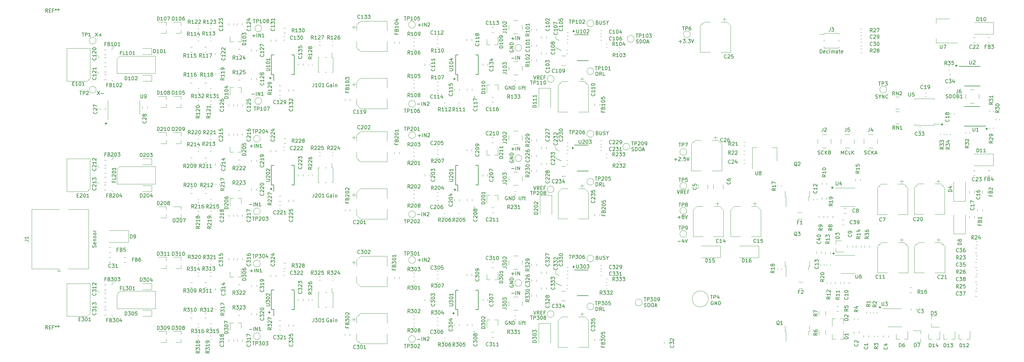
<source format=gbr>
G04 #@! TF.GenerationSoftware,KiCad,Pcbnew,(5.1.5)-3*
G04 #@! TF.CreationDate,2020-02-21T12:25:48-05:00*
G04 #@! TF.ProjectId,input_board,696e7075-745f-4626-9f61-72642e6b6963,rev?*
G04 #@! TF.SameCoordinates,Original*
G04 #@! TF.FileFunction,Legend,Top*
G04 #@! TF.FilePolarity,Positive*
%FSLAX46Y46*%
G04 Gerber Fmt 4.6, Leading zero omitted, Abs format (unit mm)*
G04 Created by KiCad (PCBNEW (5.1.5)-3) date 2020-02-21 12:25:48*
%MOMM*%
%LPD*%
G04 APERTURE LIST*
%ADD10C,0.300000*%
%ADD11C,0.120000*%
%ADD12C,0.150000*%
%ADD13C,0.180000*%
G04 APERTURE END LIST*
D10*
X260750000Y-135100000D02*
G75*
G03X260750000Y-135100000I-150000J0D01*
G01*
X174900000Y-123750000D02*
G75*
G03X174900000Y-123750000I-150000J0D01*
G01*
X141250000Y-136750000D02*
G75*
G03X141250000Y-136750000I-150000J0D01*
G01*
X89650000Y-136500000D02*
G75*
G03X89650000Y-136500000I-150000J0D01*
G01*
X174650000Y-90400000D02*
G75*
G03X174650000Y-90400000I-150000J0D01*
G01*
X174900000Y-57600000D02*
G75*
G03X174900000Y-57600000I-150000J0D01*
G01*
X141650000Y-102100000D02*
G75*
G03X141650000Y-102100000I-150000J0D01*
G01*
X141500000Y-71000000D02*
G75*
G03X141500000Y-71000000I-150000J0D01*
G01*
X90150000Y-101850000D02*
G75*
G03X90150000Y-101850000I-150000J0D01*
G01*
X89900000Y-70750000D02*
G75*
G03X89900000Y-70750000I-150000J0D01*
G01*
X43900000Y-83500000D02*
G75*
G03X43900000Y-83500000I-150000J0D01*
G01*
X278150000Y-83750000D02*
G75*
G03X278150000Y-83750000I-150000J0D01*
G01*
X247750000Y-120000000D02*
G75*
G03X247750000Y-120000000I-150000J0D01*
G01*
X247400000Y-101500000D02*
G75*
G03X247400000Y-101500000I-150000J0D01*
G01*
X282150000Y-67250000D02*
G75*
G03X282150000Y-67250000I-150000J0D01*
G01*
X278150000Y-83750000D02*
G75*
G03X278150000Y-83750000I-150000J0D01*
G01*
X290650000Y-85000000D02*
G75*
G03X290650000Y-85000000I-150000J0D01*
G01*
D11*
X169700000Y-124900000D02*
X169700000Y-125650000D01*
X169700000Y-125650000D02*
X170700000Y-126150000D01*
X169750000Y-128250000D02*
X171250000Y-129000000D01*
X147000000Y-142250000D02*
X146750000Y-141750000D01*
X45750000Y-137750000D02*
X45250000Y-137250000D01*
X46000000Y-127750000D02*
X45250000Y-128750000D01*
X41250000Y-130250000D02*
X41750000Y-131000000D01*
X41250000Y-135500000D02*
X41750000Y-135000000D01*
X169700000Y-89900000D02*
X169700000Y-90650000D01*
X169700000Y-90650000D02*
X170700000Y-91150000D01*
X169750000Y-93250000D02*
X171250000Y-94000000D01*
X147000000Y-107250000D02*
X146750000Y-106750000D01*
X45750000Y-102750000D02*
X45250000Y-102250000D01*
X46000000Y-92750000D02*
X45250000Y-93750000D01*
X41250000Y-95250000D02*
X41750000Y-96000000D01*
X41250000Y-100500000D02*
X41750000Y-100000000D01*
X41250000Y-69500000D02*
X41750000Y-69000000D01*
X41250000Y-64250000D02*
X41750000Y-65000000D01*
X46000000Y-61750000D02*
X45250000Y-62750000D01*
X45750000Y-71750000D02*
X45250000Y-71250000D01*
X147000000Y-76250000D02*
X146750000Y-75750000D01*
X169750000Y-62250000D02*
X171250000Y-63000000D01*
X169700000Y-59650000D02*
X170700000Y-60150000D01*
X169700000Y-58900000D02*
X169700000Y-59650000D01*
X273050000Y-76540000D02*
X270290000Y-76540000D01*
X270290000Y-76540000D02*
X270290000Y-76815000D01*
X273050000Y-76540000D02*
X275810000Y-76540000D01*
X275810000Y-76540000D02*
X275810000Y-76815000D01*
X273050000Y-83960000D02*
X270290000Y-83960000D01*
X270290000Y-83960000D02*
X270290000Y-83685000D01*
X273050000Y-83960000D02*
X275810000Y-83960000D01*
X275810000Y-83960000D02*
X275810000Y-83685000D01*
X275810000Y-83685000D02*
X277500000Y-83685000D01*
X265000000Y-79380000D02*
X266000000Y-79380000D01*
X265000000Y-76020000D02*
X266000000Y-76020000D01*
X265000000Y-83580000D02*
X266000000Y-83580000D01*
X265000000Y-80220000D02*
X266000000Y-80220000D01*
D12*
X174997500Y-124610000D02*
X178872500Y-124610000D01*
X175772500Y-131860000D02*
X178872500Y-131860000D01*
X174997500Y-89610000D02*
X178872500Y-89610000D01*
X175772500Y-96860000D02*
X178872500Y-96860000D01*
X174997500Y-58610000D02*
X178872500Y-58610000D01*
X175772500Y-65860000D02*
X178872500Y-65860000D01*
D11*
X144800000Y-90741422D02*
X144800000Y-91258578D01*
X146220000Y-90741422D02*
X146220000Y-91258578D01*
X150420000Y-92360000D02*
X150420000Y-90900000D01*
X153580000Y-92360000D02*
X153580000Y-90200000D01*
X153580000Y-92360000D02*
X152650000Y-92360000D01*
X150420000Y-92360000D02*
X151350000Y-92360000D01*
D12*
X90747500Y-135740000D02*
X90747500Y-137490000D01*
X96502500Y-135740000D02*
X96502500Y-130240000D01*
X90092500Y-135740000D02*
X90092500Y-130240000D01*
X96502500Y-135740000D02*
X95752500Y-135740000D01*
X96502500Y-130240000D02*
X95752500Y-130240000D01*
X90092500Y-130240000D02*
X90842500Y-130240000D01*
X90092500Y-135740000D02*
X90747500Y-135740000D01*
X142325000Y-135760000D02*
X142325000Y-137510000D01*
X148080000Y-135760000D02*
X148080000Y-130260000D01*
X141670000Y-135760000D02*
X141670000Y-130260000D01*
X148080000Y-135760000D02*
X147330000Y-135760000D01*
X148080000Y-130260000D02*
X147330000Y-130260000D01*
X141670000Y-130260000D02*
X142420000Y-130260000D01*
X141670000Y-135760000D02*
X142325000Y-135760000D01*
X90747500Y-100740000D02*
X90747500Y-102490000D01*
X96502500Y-100740000D02*
X96502500Y-95240000D01*
X90092500Y-100740000D02*
X90092500Y-95240000D01*
X96502500Y-100740000D02*
X95752500Y-100740000D01*
X96502500Y-95240000D02*
X95752500Y-95240000D01*
X90092500Y-95240000D02*
X90842500Y-95240000D01*
X90092500Y-100740000D02*
X90747500Y-100740000D01*
X142325000Y-100760000D02*
X142325000Y-102510000D01*
X148080000Y-100760000D02*
X148080000Y-95260000D01*
X141670000Y-100760000D02*
X141670000Y-95260000D01*
X148080000Y-100760000D02*
X147330000Y-100760000D01*
X148080000Y-95260000D02*
X147330000Y-95260000D01*
X141670000Y-95260000D02*
X142420000Y-95260000D01*
X141670000Y-100760000D02*
X142325000Y-100760000D01*
D11*
X193950000Y-133750000D02*
G75*
G03X193950000Y-133750000I-950000J0D01*
G01*
X169250000Y-137000000D02*
G75*
G03X169250000Y-137000000I-950000J0D01*
G01*
X160200000Y-128250000D02*
G75*
G03X160200000Y-128250000I-950000J0D01*
G01*
X180400000Y-121400000D02*
G75*
G03X180400000Y-121400000I-950000J0D01*
G01*
X180400000Y-134850000D02*
G75*
G03X180400000Y-134850000I-950000J0D01*
G01*
X86950000Y-122800000D02*
G75*
G03X86950000Y-122800000I-950000J0D01*
G01*
X86950000Y-143200000D02*
G75*
G03X86950000Y-143200000I-950000J0D01*
G01*
X130450000Y-144000000D02*
G75*
G03X130450000Y-144000000I-950000J0D01*
G01*
X130450000Y-121800000D02*
G75*
G03X130450000Y-121800000I-950000J0D01*
G01*
X190450000Y-90000000D02*
G75*
G03X190450000Y-90000000I-950000J0D01*
G01*
X169250000Y-102000000D02*
G75*
G03X169250000Y-102000000I-950000J0D01*
G01*
X160200000Y-93250000D02*
G75*
G03X160200000Y-93250000I-950000J0D01*
G01*
X180400000Y-86400000D02*
G75*
G03X180400000Y-86400000I-950000J0D01*
G01*
X180400000Y-99850000D02*
G75*
G03X180400000Y-99850000I-950000J0D01*
G01*
X86950000Y-87800000D02*
G75*
G03X86950000Y-87800000I-950000J0D01*
G01*
X86950000Y-108200000D02*
G75*
G03X86950000Y-108200000I-950000J0D01*
G01*
X130450000Y-109000000D02*
G75*
G03X130450000Y-109000000I-950000J0D01*
G01*
X130450000Y-86800000D02*
G75*
G03X130450000Y-86800000I-950000J0D01*
G01*
X184162779Y-127090000D02*
X183837221Y-127090000D01*
X184162779Y-128110000D02*
X183837221Y-128110000D01*
X184162779Y-128890000D02*
X183837221Y-128890000D01*
X184162779Y-129910000D02*
X183837221Y-129910000D01*
X158249721Y-138510000D02*
X158575279Y-138510000D01*
X158249721Y-137490000D02*
X158575279Y-137490000D01*
X162890000Y-131541422D02*
X162890000Y-132058578D01*
X164310000Y-131541422D02*
X164310000Y-132058578D01*
X164310000Y-123458578D02*
X164310000Y-122941422D01*
X162890000Y-123458578D02*
X162890000Y-122941422D01*
X93521422Y-124110000D02*
X94038578Y-124110000D01*
X93521422Y-122690000D02*
X94038578Y-122690000D01*
X92141422Y-140310000D02*
X92658578Y-140310000D01*
X92141422Y-138890000D02*
X92658578Y-138890000D01*
X101502500Y-133172779D02*
X101502500Y-132847221D01*
X100482500Y-133172779D02*
X100482500Y-132847221D01*
X103762779Y-126490000D02*
X103437221Y-126490000D01*
X103762779Y-127510000D02*
X103437221Y-127510000D01*
X107037221Y-127510000D02*
X107362779Y-127510000D01*
X107037221Y-126490000D02*
X107362779Y-126490000D01*
X81258578Y-135890000D02*
X80741422Y-135890000D01*
X81258578Y-137310000D02*
X80741422Y-137310000D01*
X81258578Y-128690000D02*
X80741422Y-128690000D01*
X81258578Y-130110000D02*
X80741422Y-130110000D01*
X73180279Y-121890000D02*
X72854721Y-121890000D01*
X73180279Y-122910000D02*
X72854721Y-122910000D01*
X69437221Y-122910000D02*
X69762779Y-122910000D01*
X69437221Y-121890000D02*
X69762779Y-121890000D01*
X73180279Y-143090000D02*
X72854721Y-143090000D01*
X73180279Y-144110000D02*
X72854721Y-144110000D01*
X69437221Y-144110000D02*
X69762779Y-144110000D01*
X69437221Y-143090000D02*
X69762779Y-143090000D01*
X74490000Y-135437221D02*
X74490000Y-135762779D01*
X75510000Y-135437221D02*
X75510000Y-135762779D01*
X69437221Y-140710000D02*
X69762779Y-140710000D01*
X69437221Y-139690000D02*
X69762779Y-139690000D01*
X72854721Y-140710000D02*
X73180279Y-140710000D01*
X72854721Y-139690000D02*
X73180279Y-139690000D01*
X69437221Y-126310000D02*
X69762779Y-126310000D01*
X69437221Y-125290000D02*
X69762779Y-125290000D01*
X72854721Y-126310000D02*
X73180279Y-126310000D01*
X72854721Y-125290000D02*
X73180279Y-125290000D01*
X71858578Y-136690000D02*
X71341422Y-136690000D01*
X71858578Y-138110000D02*
X71341422Y-138110000D01*
X71858578Y-128090000D02*
X71341422Y-128090000D01*
X71858578Y-129510000D02*
X71341422Y-129510000D01*
X67858578Y-136690000D02*
X67341422Y-136690000D01*
X67858578Y-138110000D02*
X67341422Y-138110000D01*
X67858578Y-128090000D02*
X67341422Y-128090000D01*
X67858578Y-129510000D02*
X67341422Y-129510000D01*
X130162779Y-139490000D02*
X129837221Y-139490000D01*
X130162779Y-140510000D02*
X129837221Y-140510000D01*
X136762779Y-127090000D02*
X136437221Y-127090000D01*
X136762779Y-128110000D02*
X136437221Y-128110000D01*
X138437221Y-144710000D02*
X138762779Y-144710000D01*
X138437221Y-143690000D02*
X138762779Y-143690000D01*
X142437221Y-144710000D02*
X142762779Y-144710000D01*
X142437221Y-143690000D02*
X142762779Y-143690000D01*
X136762779Y-137890000D02*
X136437221Y-137890000D01*
X136762779Y-138910000D02*
X136437221Y-138910000D01*
X130162779Y-125490000D02*
X129837221Y-125490000D01*
X130162779Y-126510000D02*
X129837221Y-126510000D01*
X130162779Y-137290000D02*
X129837221Y-137290000D01*
X130162779Y-138310000D02*
X129837221Y-138310000D01*
X130162779Y-127690000D02*
X129837221Y-127690000D01*
X130162779Y-128710000D02*
X129837221Y-128710000D01*
X184162779Y-92090000D02*
X183837221Y-92090000D01*
X184162779Y-93110000D02*
X183837221Y-93110000D01*
X187762779Y-93190000D02*
X187437221Y-93190000D01*
X187762779Y-94210000D02*
X187437221Y-94210000D01*
X158249721Y-103510000D02*
X158575279Y-103510000D01*
X158249721Y-102490000D02*
X158575279Y-102490000D01*
X162890000Y-96541422D02*
X162890000Y-97058578D01*
X164310000Y-96541422D02*
X164310000Y-97058578D01*
X164310000Y-88458578D02*
X164310000Y-87941422D01*
X162890000Y-88458578D02*
X162890000Y-87941422D01*
X93521422Y-89110000D02*
X94038578Y-89110000D01*
X93521422Y-87690000D02*
X94038578Y-87690000D01*
X92141422Y-105310000D02*
X92658578Y-105310000D01*
X92141422Y-103890000D02*
X92658578Y-103890000D01*
X101502500Y-98172779D02*
X101502500Y-97847221D01*
X100482500Y-98172779D02*
X100482500Y-97847221D01*
X103762779Y-91490000D02*
X103437221Y-91490000D01*
X103762779Y-92510000D02*
X103437221Y-92510000D01*
X107037221Y-92510000D02*
X107362779Y-92510000D01*
X107037221Y-91490000D02*
X107362779Y-91490000D01*
X81258578Y-100890000D02*
X80741422Y-100890000D01*
X81258578Y-102310000D02*
X80741422Y-102310000D01*
X81258578Y-93690000D02*
X80741422Y-93690000D01*
X81258578Y-95110000D02*
X80741422Y-95110000D01*
X73180279Y-86890000D02*
X72854721Y-86890000D01*
X73180279Y-87910000D02*
X72854721Y-87910000D01*
X69437221Y-87910000D02*
X69762779Y-87910000D01*
X69437221Y-86890000D02*
X69762779Y-86890000D01*
X73180279Y-108090000D02*
X72854721Y-108090000D01*
X73180279Y-109110000D02*
X72854721Y-109110000D01*
X69437221Y-109110000D02*
X69762779Y-109110000D01*
X69437221Y-108090000D02*
X69762779Y-108090000D01*
X74490000Y-100437221D02*
X74490000Y-100762779D01*
X75510000Y-100437221D02*
X75510000Y-100762779D01*
X69437221Y-105710000D02*
X69762779Y-105710000D01*
X69437221Y-104690000D02*
X69762779Y-104690000D01*
X72854721Y-105710000D02*
X73180279Y-105710000D01*
X72854721Y-104690000D02*
X73180279Y-104690000D01*
X69437221Y-91310000D02*
X69762779Y-91310000D01*
X69437221Y-90290000D02*
X69762779Y-90290000D01*
X72854721Y-91310000D02*
X73180279Y-91310000D01*
X72854721Y-90290000D02*
X73180279Y-90290000D01*
X71858578Y-101690000D02*
X71341422Y-101690000D01*
X71858578Y-103110000D02*
X71341422Y-103110000D01*
X71858578Y-93090000D02*
X71341422Y-93090000D01*
X71858578Y-94510000D02*
X71341422Y-94510000D01*
X67858578Y-101690000D02*
X67341422Y-101690000D01*
X67858578Y-103110000D02*
X67341422Y-103110000D01*
X67858578Y-93090000D02*
X67341422Y-93090000D01*
X67858578Y-94510000D02*
X67341422Y-94510000D01*
X130162779Y-104490000D02*
X129837221Y-104490000D01*
X130162779Y-105510000D02*
X129837221Y-105510000D01*
X136762779Y-92090000D02*
X136437221Y-92090000D01*
X136762779Y-93110000D02*
X136437221Y-93110000D01*
X138437221Y-109710000D02*
X138762779Y-109710000D01*
X138437221Y-108690000D02*
X138762779Y-108690000D01*
X142437221Y-109710000D02*
X142762779Y-109710000D01*
X142437221Y-108690000D02*
X142762779Y-108690000D01*
X136762779Y-102890000D02*
X136437221Y-102890000D01*
X136762779Y-103910000D02*
X136437221Y-103910000D01*
X130162779Y-90490000D02*
X129837221Y-90490000D01*
X130162779Y-91510000D02*
X129837221Y-91510000D01*
X130162779Y-102290000D02*
X129837221Y-102290000D01*
X130162779Y-103310000D02*
X129837221Y-103310000D01*
X130162779Y-92690000D02*
X129837221Y-92690000D01*
X130162779Y-93710000D02*
X129837221Y-93710000D01*
X159120000Y-135870000D02*
X157880000Y-135870000D01*
X159120000Y-132130000D02*
X157880000Y-132130000D01*
X156630000Y-134620000D02*
X156630000Y-133380000D01*
X160370000Y-134620000D02*
X160370000Y-133380000D01*
X159120000Y-124370000D02*
X157880000Y-124370000D01*
X159120000Y-120630000D02*
X157880000Y-120630000D01*
X156630000Y-123120000D02*
X156630000Y-121880000D01*
X160370000Y-123120000D02*
X160370000Y-121880000D01*
X105485000Y-135050000D02*
X105005000Y-135050000D01*
X105485000Y-130930000D02*
X105005000Y-130930000D01*
X103485000Y-135050000D02*
X103185000Y-135050000D01*
X103485000Y-130930000D02*
X103185000Y-130930000D01*
X107305000Y-135050000D02*
X107005000Y-135050000D01*
X107305000Y-130930000D02*
X107005000Y-130930000D01*
X107005000Y-129675000D02*
X107005000Y-130930000D01*
X103185000Y-130930000D02*
X103185000Y-135050000D01*
X107305000Y-130930000D02*
X107305000Y-135050000D01*
X159120000Y-100870000D02*
X157880000Y-100870000D01*
X159120000Y-97130000D02*
X157880000Y-97130000D01*
X156630000Y-99620000D02*
X156630000Y-98380000D01*
X160370000Y-99620000D02*
X160370000Y-98380000D01*
X159120000Y-89370000D02*
X157880000Y-89370000D01*
X159120000Y-85630000D02*
X157880000Y-85630000D01*
X156630000Y-88120000D02*
X156630000Y-86880000D01*
X160370000Y-88120000D02*
X160370000Y-86880000D01*
X105485000Y-100050000D02*
X105005000Y-100050000D01*
X105485000Y-95930000D02*
X105005000Y-95930000D01*
X103485000Y-100050000D02*
X103185000Y-100050000D01*
X103485000Y-95930000D02*
X103185000Y-95930000D01*
X107305000Y-100050000D02*
X107005000Y-100050000D01*
X107305000Y-95930000D02*
X107005000Y-95930000D01*
X107005000Y-94675000D02*
X107005000Y-95930000D01*
X103185000Y-95930000D02*
X103185000Y-100050000D01*
X107305000Y-95930000D02*
X107305000Y-100050000D01*
X46757500Y-135460000D02*
X46757500Y-131360000D01*
X57557500Y-135460000D02*
X46757500Y-135460000D01*
X57557500Y-130560000D02*
X57557500Y-135460000D01*
X47557500Y-130560000D02*
X57557500Y-130560000D01*
X46757500Y-131360000D02*
X47557500Y-130560000D01*
X46757500Y-100460000D02*
X46757500Y-96360000D01*
X57557500Y-100460000D02*
X46757500Y-100460000D01*
X57557500Y-95560000D02*
X57557500Y-100460000D01*
X47557500Y-95560000D02*
X57557500Y-95560000D01*
X46757500Y-96360000D02*
X47557500Y-95560000D01*
X180690000Y-143941422D02*
X180690000Y-144458578D01*
X182110000Y-143941422D02*
X182110000Y-144458578D01*
X43211422Y-137210000D02*
X43728578Y-137210000D01*
X43211422Y-135790000D02*
X43728578Y-135790000D01*
X43211422Y-130210000D02*
X43728578Y-130210000D01*
X43211422Y-128790000D02*
X43728578Y-128790000D01*
X112110000Y-143108578D02*
X112110000Y-142591422D01*
X110690000Y-143108578D02*
X110690000Y-142591422D01*
X125910000Y-127058578D02*
X125910000Y-126541422D01*
X124490000Y-127058578D02*
X124490000Y-126541422D01*
X180690000Y-108941422D02*
X180690000Y-109458578D01*
X182110000Y-108941422D02*
X182110000Y-109458578D01*
X43211422Y-102210000D02*
X43728578Y-102210000D01*
X43211422Y-100790000D02*
X43728578Y-100790000D01*
X43211422Y-95210000D02*
X43728578Y-95210000D01*
X43211422Y-93790000D02*
X43728578Y-93790000D01*
X112110000Y-108108578D02*
X112110000Y-107591422D01*
X110690000Y-108108578D02*
X110690000Y-107591422D01*
X125910000Y-92058578D02*
X125910000Y-91541422D01*
X124490000Y-92058578D02*
X124490000Y-91541422D01*
X39300000Y-128400000D02*
X39300000Y-136800000D01*
X32700000Y-128400000D02*
X39300000Y-128400000D01*
X32700000Y-137600000D02*
X32700000Y-128400000D01*
X38500000Y-137600000D02*
X32700000Y-137600000D01*
X39300000Y-136800000D02*
X38500000Y-137600000D01*
X39300000Y-93400000D02*
X39300000Y-101800000D01*
X32700000Y-93400000D02*
X39300000Y-93400000D01*
X32700000Y-102600000D02*
X32700000Y-93400000D01*
X38500000Y-102600000D02*
X32700000Y-102600000D01*
X39300000Y-101800000D02*
X38500000Y-102600000D01*
X60560000Y-124180000D02*
X59100000Y-124180000D01*
X60560000Y-121020000D02*
X58400000Y-121020000D01*
X60560000Y-121020000D02*
X60560000Y-121950000D01*
X60560000Y-124180000D02*
X60560000Y-123250000D01*
X64760000Y-124180000D02*
X63300000Y-124180000D01*
X64760000Y-121020000D02*
X62600000Y-121020000D01*
X64760000Y-121020000D02*
X64760000Y-121950000D01*
X64760000Y-124180000D02*
X64760000Y-123250000D01*
X60560000Y-144980000D02*
X59100000Y-144980000D01*
X60560000Y-141820000D02*
X58400000Y-141820000D01*
X60560000Y-141820000D02*
X60560000Y-142750000D01*
X60560000Y-144980000D02*
X60560000Y-144050000D01*
X64760000Y-144980000D02*
X63300000Y-144980000D01*
X64760000Y-141820000D02*
X62600000Y-141820000D01*
X64760000Y-141820000D02*
X64760000Y-142750000D01*
X64760000Y-144980000D02*
X64760000Y-144050000D01*
X81580000Y-139440000D02*
X81580000Y-140900000D01*
X78420000Y-139440000D02*
X78420000Y-141600000D01*
X78420000Y-139440000D02*
X79350000Y-139440000D01*
X81580000Y-139440000D02*
X80650000Y-139440000D01*
X78420000Y-126560000D02*
X78420000Y-125100000D01*
X81580000Y-126560000D02*
X81580000Y-124400000D01*
X81580000Y-126560000D02*
X80650000Y-126560000D01*
X78420000Y-126560000D02*
X79350000Y-126560000D01*
X56515000Y-137600000D02*
X53965000Y-137600000D01*
X56515000Y-135900000D02*
X53965000Y-135900000D01*
X56515000Y-137600000D02*
X56515000Y-135900000D01*
X56500000Y-130100000D02*
X53950000Y-130100000D01*
X56500000Y-128400000D02*
X53950000Y-128400000D01*
X56500000Y-130100000D02*
X56500000Y-128400000D01*
X168250000Y-139600000D02*
X168250000Y-145000000D01*
X164950000Y-139600000D02*
X164950000Y-145000000D01*
X168250000Y-139600000D02*
X164950000Y-139600000D01*
X153580000Y-138640000D02*
X153580000Y-140100000D01*
X150420000Y-138640000D02*
X150420000Y-140800000D01*
X150420000Y-138640000D02*
X151350000Y-138640000D01*
X153580000Y-138640000D02*
X152650000Y-138640000D01*
X150420000Y-127360000D02*
X150420000Y-125900000D01*
X153580000Y-127360000D02*
X153580000Y-125200000D01*
X153580000Y-127360000D02*
X152650000Y-127360000D01*
X150420000Y-127360000D02*
X151350000Y-127360000D01*
X60560000Y-89180000D02*
X59100000Y-89180000D01*
X60560000Y-86020000D02*
X58400000Y-86020000D01*
X60560000Y-86020000D02*
X60560000Y-86950000D01*
X60560000Y-89180000D02*
X60560000Y-88250000D01*
X64760000Y-89180000D02*
X63300000Y-89180000D01*
X64760000Y-86020000D02*
X62600000Y-86020000D01*
X64760000Y-86020000D02*
X64760000Y-86950000D01*
X64760000Y-89180000D02*
X64760000Y-88250000D01*
X60560000Y-109980000D02*
X59100000Y-109980000D01*
X60560000Y-106820000D02*
X58400000Y-106820000D01*
X60560000Y-106820000D02*
X60560000Y-107750000D01*
X60560000Y-109980000D02*
X60560000Y-109050000D01*
X64760000Y-109980000D02*
X63300000Y-109980000D01*
X64760000Y-106820000D02*
X62600000Y-106820000D01*
X64760000Y-106820000D02*
X64760000Y-107750000D01*
X64760000Y-109980000D02*
X64760000Y-109050000D01*
X81580000Y-104440000D02*
X81580000Y-105900000D01*
X78420000Y-104440000D02*
X78420000Y-106600000D01*
X78420000Y-104440000D02*
X79350000Y-104440000D01*
X81580000Y-104440000D02*
X80650000Y-104440000D01*
X78420000Y-91560000D02*
X78420000Y-90100000D01*
X81580000Y-91560000D02*
X81580000Y-89400000D01*
X81580000Y-91560000D02*
X80650000Y-91560000D01*
X78420000Y-91560000D02*
X79350000Y-91560000D01*
X56515000Y-102600000D02*
X53965000Y-102600000D01*
X56515000Y-100900000D02*
X53965000Y-100900000D01*
X56515000Y-102600000D02*
X56515000Y-100900000D01*
X56500000Y-95100000D02*
X53950000Y-95100000D01*
X56500000Y-93400000D02*
X53950000Y-93400000D01*
X56500000Y-95100000D02*
X56500000Y-93400000D01*
X168650000Y-103600000D02*
X168650000Y-109000000D01*
X165350000Y-103600000D02*
X165350000Y-109000000D01*
X168650000Y-103600000D02*
X165350000Y-103600000D01*
X153580000Y-103640000D02*
X153580000Y-105100000D01*
X150420000Y-103640000D02*
X150420000Y-105800000D01*
X150420000Y-103640000D02*
X151350000Y-103640000D01*
X153580000Y-103640000D02*
X152650000Y-103640000D01*
X177637500Y-137002500D02*
X176637500Y-137002500D01*
X177137500Y-136502500D02*
X177137500Y-137502500D01*
X171431937Y-137742500D02*
X170367500Y-138806937D01*
X177823063Y-137742500D02*
X178887500Y-138806937D01*
X177823063Y-137742500D02*
X176137500Y-137742500D01*
X171431937Y-137742500D02*
X173117500Y-137742500D01*
X170367500Y-138806937D02*
X170367500Y-146262500D01*
X178887500Y-138806937D02*
X178887500Y-146262500D01*
X178887500Y-146262500D02*
X176137500Y-146262500D01*
X170367500Y-146262500D02*
X173117500Y-146262500D01*
X172552064Y-130540000D02*
X171347936Y-130540000D01*
X172552064Y-133260000D02*
X171347936Y-133260000D01*
X173112779Y-128890000D02*
X172787221Y-128890000D01*
X173112779Y-129910000D02*
X172787221Y-129910000D01*
X173162779Y-125890000D02*
X172837221Y-125890000D01*
X173162779Y-126910000D02*
X172837221Y-126910000D01*
X182237221Y-126110000D02*
X182562779Y-126110000D01*
X182237221Y-125090000D02*
X182562779Y-125090000D01*
X173162779Y-123890000D02*
X172837221Y-123890000D01*
X173162779Y-124910000D02*
X172837221Y-124910000D01*
X182237221Y-124310000D02*
X182562779Y-124310000D01*
X182237221Y-123290000D02*
X182562779Y-123290000D01*
X167110000Y-130058578D02*
X167110000Y-129541422D01*
X165690000Y-130058578D02*
X165690000Y-129541422D01*
X167110000Y-125636078D02*
X167110000Y-125118922D01*
X165690000Y-125636078D02*
X165690000Y-125118922D01*
X162890000Y-127341422D02*
X162890000Y-127858578D01*
X164310000Y-127341422D02*
X164310000Y-127858578D01*
X96310000Y-140458578D02*
X96310000Y-139941422D01*
X94890000Y-140458578D02*
X94890000Y-139941422D01*
X89890000Y-125941422D02*
X89890000Y-126458578D01*
X91310000Y-125941422D02*
X91310000Y-126458578D01*
X97490000Y-132741422D02*
X97490000Y-133258578D01*
X98910000Y-132741422D02*
X98910000Y-133258578D01*
X93437221Y-126080000D02*
X93762779Y-126080000D01*
X93437221Y-125060000D02*
X93762779Y-125060000D01*
X92237221Y-142510000D02*
X92562779Y-142510000D01*
X92237221Y-141490000D02*
X92562779Y-141490000D01*
X84490000Y-136741422D02*
X84490000Y-137258578D01*
X85910000Y-136741422D02*
X85910000Y-137258578D01*
X85910000Y-129258578D02*
X85910000Y-128741422D01*
X84490000Y-129258578D02*
X84490000Y-128741422D01*
X79510000Y-144658578D02*
X79510000Y-144141422D01*
X78090000Y-144658578D02*
X78090000Y-144141422D01*
X81910000Y-144658578D02*
X81910000Y-144141422D01*
X80490000Y-144658578D02*
X80490000Y-144141422D01*
X80490000Y-121341422D02*
X80490000Y-121858578D01*
X81910000Y-121341422D02*
X81910000Y-121858578D01*
X78090000Y-121341422D02*
X78090000Y-121858578D01*
X79510000Y-121341422D02*
X79510000Y-121858578D01*
X74290000Y-129741422D02*
X74290000Y-130258578D01*
X75710000Y-129741422D02*
X75710000Y-130258578D01*
X43728578Y-133570000D02*
X43211422Y-133570000D01*
X43728578Y-134990000D02*
X43211422Y-134990000D01*
X43728578Y-131040000D02*
X43211422Y-131040000D01*
X43728578Y-132460000D02*
X43211422Y-132460000D01*
X151741422Y-143510000D02*
X152258578Y-143510000D01*
X151741422Y-142090000D02*
X152258578Y-142090000D01*
X152258578Y-122490000D02*
X151741422Y-122490000D01*
X152258578Y-123910000D02*
X151741422Y-123910000D01*
X144800000Y-125741422D02*
X144800000Y-126258578D01*
X146220000Y-125741422D02*
X146220000Y-126258578D01*
X146310000Y-140258578D02*
X146310000Y-139741422D01*
X144890000Y-140258578D02*
X144890000Y-139741422D01*
X149290000Y-132741422D02*
X149290000Y-133258578D01*
X150710000Y-132741422D02*
X150710000Y-133258578D01*
X136437221Y-141110000D02*
X136762779Y-141110000D01*
X136437221Y-140090000D02*
X136762779Y-140090000D01*
X136762779Y-124890000D02*
X136437221Y-124890000D01*
X136762779Y-125910000D02*
X136437221Y-125910000D01*
X142710000Y-140258578D02*
X142710000Y-139741422D01*
X141290000Y-140258578D02*
X141290000Y-139741422D01*
X133052500Y-132751422D02*
X133052500Y-133268578D01*
X134472500Y-132751422D02*
X134472500Y-133268578D01*
X113200000Y-121990000D02*
X113200000Y-122990000D01*
X112700000Y-122490000D02*
X113700000Y-122490000D01*
X113940000Y-128195563D02*
X115004437Y-129260000D01*
X113940000Y-121804437D02*
X115004437Y-120740000D01*
X113940000Y-121804437D02*
X113940000Y-123490000D01*
X113940000Y-128195563D02*
X113940000Y-126510000D01*
X115004437Y-129260000D02*
X122460000Y-129260000D01*
X115004437Y-120740000D02*
X122460000Y-120740000D01*
X122460000Y-120740000D02*
X122460000Y-123490000D01*
X122460000Y-129260000D02*
X122460000Y-126510000D01*
X113200000Y-138040000D02*
X113200000Y-139040000D01*
X112700000Y-138540000D02*
X113700000Y-138540000D01*
X113940000Y-144245563D02*
X115004437Y-145310000D01*
X113940000Y-137854437D02*
X115004437Y-136790000D01*
X113940000Y-137854437D02*
X113940000Y-139540000D01*
X113940000Y-144245563D02*
X113940000Y-142560000D01*
X115004437Y-145310000D02*
X122460000Y-145310000D01*
X115004437Y-136790000D02*
X122460000Y-136790000D01*
X122460000Y-136790000D02*
X122460000Y-139540000D01*
X122460000Y-145310000D02*
X122460000Y-142560000D01*
X177637500Y-101000000D02*
X176637500Y-101000000D01*
X177137500Y-100500000D02*
X177137500Y-101500000D01*
X171431937Y-101740000D02*
X170367500Y-102804437D01*
X177823063Y-101740000D02*
X178887500Y-102804437D01*
X177823063Y-101740000D02*
X176137500Y-101740000D01*
X171431937Y-101740000D02*
X173117500Y-101740000D01*
X170367500Y-102804437D02*
X170367500Y-110260000D01*
X178887500Y-102804437D02*
X178887500Y-110260000D01*
X178887500Y-110260000D02*
X176137500Y-110260000D01*
X170367500Y-110260000D02*
X173117500Y-110260000D01*
X172552064Y-95540000D02*
X171347936Y-95540000D01*
X172552064Y-98260000D02*
X171347936Y-98260000D01*
X173112779Y-93890000D02*
X172787221Y-93890000D01*
X173112779Y-94910000D02*
X172787221Y-94910000D01*
X173162779Y-90890000D02*
X172837221Y-90890000D01*
X173162779Y-91910000D02*
X172837221Y-91910000D01*
X182237221Y-91110000D02*
X182562779Y-91110000D01*
X182237221Y-90090000D02*
X182562779Y-90090000D01*
X173162779Y-88890000D02*
X172837221Y-88890000D01*
X173162779Y-89910000D02*
X172837221Y-89910000D01*
X182237221Y-89310000D02*
X182562779Y-89310000D01*
X182237221Y-88290000D02*
X182562779Y-88290000D01*
X167110000Y-95058578D02*
X167110000Y-94541422D01*
X165690000Y-95058578D02*
X165690000Y-94541422D01*
X167110000Y-90636078D02*
X167110000Y-90118922D01*
X165690000Y-90636078D02*
X165690000Y-90118922D01*
X162890000Y-92341422D02*
X162890000Y-92858578D01*
X164310000Y-92341422D02*
X164310000Y-92858578D01*
X96310000Y-105458578D02*
X96310000Y-104941422D01*
X94890000Y-105458578D02*
X94890000Y-104941422D01*
X89890000Y-90941422D02*
X89890000Y-91458578D01*
X91310000Y-90941422D02*
X91310000Y-91458578D01*
X97490000Y-97741422D02*
X97490000Y-98258578D01*
X98910000Y-97741422D02*
X98910000Y-98258578D01*
X93437221Y-91080000D02*
X93762779Y-91080000D01*
X93437221Y-90060000D02*
X93762779Y-90060000D01*
X92237221Y-107510000D02*
X92562779Y-107510000D01*
X92237221Y-106490000D02*
X92562779Y-106490000D01*
X84490000Y-101741422D02*
X84490000Y-102258578D01*
X85910000Y-101741422D02*
X85910000Y-102258578D01*
X85910000Y-94258578D02*
X85910000Y-93741422D01*
X84490000Y-94258578D02*
X84490000Y-93741422D01*
X79510000Y-109658578D02*
X79510000Y-109141422D01*
X78090000Y-109658578D02*
X78090000Y-109141422D01*
X81910000Y-109658578D02*
X81910000Y-109141422D01*
X80490000Y-109658578D02*
X80490000Y-109141422D01*
X80490000Y-86341422D02*
X80490000Y-86858578D01*
X81910000Y-86341422D02*
X81910000Y-86858578D01*
X78090000Y-86341422D02*
X78090000Y-86858578D01*
X79510000Y-86341422D02*
X79510000Y-86858578D01*
X74290000Y-94741422D02*
X74290000Y-95258578D01*
X75710000Y-94741422D02*
X75710000Y-95258578D01*
X43728578Y-98570000D02*
X43211422Y-98570000D01*
X43728578Y-99990000D02*
X43211422Y-99990000D01*
X43728578Y-96040000D02*
X43211422Y-96040000D01*
X43728578Y-97460000D02*
X43211422Y-97460000D01*
X151741422Y-108510000D02*
X152258578Y-108510000D01*
X151741422Y-107090000D02*
X152258578Y-107090000D01*
X152258578Y-87490000D02*
X151741422Y-87490000D01*
X152258578Y-88910000D02*
X151741422Y-88910000D01*
X146310000Y-105258578D02*
X146310000Y-104741422D01*
X144890000Y-105258578D02*
X144890000Y-104741422D01*
X149290000Y-97741422D02*
X149290000Y-98258578D01*
X150710000Y-97741422D02*
X150710000Y-98258578D01*
X136437221Y-106110000D02*
X136762779Y-106110000D01*
X136437221Y-105090000D02*
X136762779Y-105090000D01*
X136762779Y-89890000D02*
X136437221Y-89890000D01*
X136762779Y-90910000D02*
X136437221Y-90910000D01*
X142710000Y-105258578D02*
X142710000Y-104741422D01*
X141290000Y-105258578D02*
X141290000Y-104741422D01*
X133052500Y-97751422D02*
X133052500Y-98268578D01*
X134472500Y-97751422D02*
X134472500Y-98268578D01*
X113200000Y-86990000D02*
X113200000Y-87990000D01*
X112700000Y-87490000D02*
X113700000Y-87490000D01*
X113940000Y-93195563D02*
X115004437Y-94260000D01*
X113940000Y-86804437D02*
X115004437Y-85740000D01*
X113940000Y-86804437D02*
X113940000Y-88490000D01*
X113940000Y-93195563D02*
X113940000Y-91510000D01*
X115004437Y-94260000D02*
X122460000Y-94260000D01*
X115004437Y-85740000D02*
X122460000Y-85740000D01*
X122460000Y-85740000D02*
X122460000Y-88490000D01*
X122460000Y-94260000D02*
X122460000Y-91510000D01*
X113200000Y-103040000D02*
X113200000Y-104040000D01*
X112700000Y-103540000D02*
X113700000Y-103540000D01*
X113940000Y-109245563D02*
X115004437Y-110310000D01*
X113940000Y-102854437D02*
X115004437Y-101790000D01*
X113940000Y-102854437D02*
X113940000Y-104540000D01*
X113940000Y-109245563D02*
X113940000Y-107560000D01*
X115004437Y-110310000D02*
X122460000Y-110310000D01*
X115004437Y-101790000D02*
X122460000Y-101790000D01*
X122460000Y-101790000D02*
X122460000Y-104540000D01*
X122460000Y-110310000D02*
X122460000Y-107560000D01*
X242790000Y-119491422D02*
X242790000Y-120008578D01*
X244210000Y-119491422D02*
X244210000Y-120008578D01*
X249991422Y-111960000D02*
X250508578Y-111960000D01*
X249991422Y-110540000D02*
X250508578Y-110540000D01*
X226010000Y-106000000D02*
X225010000Y-106000000D01*
X225510000Y-105500000D02*
X225510000Y-106500000D01*
X219804437Y-106740000D02*
X218740000Y-107804437D01*
X226195563Y-106740000D02*
X227260000Y-107804437D01*
X226195563Y-106740000D02*
X224510000Y-106740000D01*
X219804437Y-106740000D02*
X221490000Y-106740000D01*
X218740000Y-107804437D02*
X218740000Y-115260000D01*
X227260000Y-107804437D02*
X227260000Y-115260000D01*
X227260000Y-115260000D02*
X224510000Y-115260000D01*
X218740000Y-115260000D02*
X221490000Y-115260000D01*
X287758578Y-126497140D02*
X287241422Y-126497140D01*
X287758578Y-127917140D02*
X287241422Y-127917140D01*
X287758578Y-130540000D02*
X287241422Y-130540000D01*
X287758578Y-131960000D02*
X287241422Y-131960000D01*
X287758578Y-118411428D02*
X287241422Y-118411428D01*
X287758578Y-119831428D02*
X287241422Y-119831428D01*
X287758578Y-122454284D02*
X287241422Y-122454284D01*
X287758578Y-123874284D02*
X287241422Y-123874284D01*
X251597500Y-106730000D02*
X253547500Y-106730000D01*
X251597500Y-106730000D02*
X249647500Y-106730000D01*
X251597500Y-101610000D02*
X253547500Y-101610000D01*
X251597500Y-101610000D02*
X248147500Y-101610000D01*
D12*
X290172500Y-84257500D02*
X284197500Y-84257500D01*
X288597500Y-78732500D02*
X284197500Y-78732500D01*
D11*
X259710000Y-136762779D02*
X259710000Y-136437221D01*
X258690000Y-136762779D02*
X258690000Y-136437221D01*
X159120000Y-69870000D02*
X157880000Y-69870000D01*
X159120000Y-66130000D02*
X157880000Y-66130000D01*
X156630000Y-68620000D02*
X156630000Y-67380000D01*
X160370000Y-68620000D02*
X160370000Y-67380000D01*
X92141422Y-72890000D02*
X92658578Y-72890000D01*
X92141422Y-74310000D02*
X92658578Y-74310000D01*
X256290000Y-117741422D02*
X256290000Y-118258578D01*
X257710000Y-117741422D02*
X257710000Y-118258578D01*
X255310000Y-118258578D02*
X255310000Y-117741422D01*
X253890000Y-118258578D02*
X253890000Y-117741422D01*
X169250000Y-71000000D02*
G75*
G03X169250000Y-71000000I-950000J0D01*
G01*
X160200000Y-62250000D02*
G75*
G03X160200000Y-62250000I-950000J0D01*
G01*
X206450000Y-114500000D02*
G75*
G03X206450000Y-114500000I-950000J0D01*
G01*
X206450000Y-108000000D02*
G75*
G03X206450000Y-108000000I-950000J0D01*
G01*
X206450000Y-91500000D02*
G75*
G03X206450000Y-91500000I-950000J0D01*
G01*
X207450000Y-58500000D02*
G75*
G03X207450000Y-58500000I-950000J0D01*
G01*
X206450000Y-101000000D02*
G75*
G03X206450000Y-101000000I-950000J0D01*
G01*
X212500000Y-132750000D02*
G75*
G03X212500000Y-132750000I-2250000J0D01*
G01*
X93437221Y-60080000D02*
X93762779Y-60080000D01*
X93437221Y-59060000D02*
X93762779Y-59060000D01*
X92237221Y-76510000D02*
X92562779Y-76510000D01*
X92237221Y-75490000D02*
X92562779Y-75490000D01*
X74290000Y-63741422D02*
X74290000Y-64258578D01*
X75710000Y-63741422D02*
X75710000Y-64258578D01*
X136437221Y-75110000D02*
X136762779Y-75110000D01*
X136437221Y-74090000D02*
X136762779Y-74090000D01*
X136762779Y-58890000D02*
X136437221Y-58890000D01*
X136762779Y-59910000D02*
X136437221Y-59910000D01*
X138437221Y-78710000D02*
X138762779Y-78710000D01*
X138437221Y-77690000D02*
X138762779Y-77690000D01*
X142437221Y-78710000D02*
X142762779Y-78710000D01*
X142437221Y-77690000D02*
X142762779Y-77690000D01*
X287537221Y-125695712D02*
X287862779Y-125695712D01*
X287537221Y-124675712D02*
X287862779Y-124675712D01*
X287537221Y-129738568D02*
X287862779Y-129738568D01*
X287537221Y-128718568D02*
X287862779Y-128718568D01*
X287537221Y-117610000D02*
X287862779Y-117610000D01*
X287537221Y-116590000D02*
X287862779Y-116590000D01*
X287537221Y-121652856D02*
X287862779Y-121652856D01*
X287537221Y-120632856D02*
X287862779Y-120632856D01*
X246710000Y-123350279D02*
X246710000Y-123024721D01*
X245690000Y-123350279D02*
X245690000Y-123024721D01*
X245740000Y-128087221D02*
X245740000Y-128412779D01*
X246760000Y-128087221D02*
X246760000Y-128412779D01*
X253490000Y-138237221D02*
X253490000Y-138562779D01*
X254510000Y-138237221D02*
X254510000Y-138562779D01*
X258990000Y-143074722D02*
X258990000Y-143400280D01*
X260010000Y-143074722D02*
X260010000Y-143400280D01*
X257910000Y-136762779D02*
X257910000Y-136437221D01*
X256890000Y-136762779D02*
X256890000Y-136437221D01*
X133052500Y-66751422D02*
X133052500Y-67268578D01*
X134472500Y-66751422D02*
X134472500Y-67268578D01*
X262450000Y-74000000D02*
G75*
G03X262450000Y-74000000I-950000J0D01*
G01*
X87350000Y-56800000D02*
G75*
G03X87350000Y-56800000I-950000J0D01*
G01*
X87350000Y-77200000D02*
G75*
G03X87350000Y-77200000I-950000J0D01*
G01*
X130450000Y-78000000D02*
G75*
G03X130450000Y-78000000I-950000J0D01*
G01*
X130450000Y-55800000D02*
G75*
G03X130450000Y-55800000I-950000J0D01*
G01*
X40950000Y-74000000D02*
G75*
G03X40950000Y-74000000I-950000J0D01*
G01*
X40950000Y-60250000D02*
G75*
G03X40950000Y-60250000I-950000J0D01*
G01*
X158249721Y-72510000D02*
X158575279Y-72510000D01*
X158249721Y-71490000D02*
X158575279Y-71490000D01*
X159120000Y-58370000D02*
X157880000Y-58370000D01*
X159120000Y-54630000D02*
X157880000Y-54630000D01*
X156630000Y-57120000D02*
X156630000Y-55880000D01*
X160370000Y-57120000D02*
X160370000Y-55880000D01*
X287120000Y-77770000D02*
X285880000Y-77770000D01*
X287120000Y-74030000D02*
X285880000Y-74030000D01*
X284630000Y-76520000D02*
X284630000Y-75280000D01*
X288370000Y-76520000D02*
X288370000Y-75280000D01*
X252120000Y-90370000D02*
X250880000Y-90370000D01*
X252120000Y-86630000D02*
X250880000Y-86630000D01*
X249630000Y-89120000D02*
X249630000Y-87880000D01*
X253370000Y-89120000D02*
X253370000Y-87880000D01*
X258620000Y-90370000D02*
X257380000Y-90370000D01*
X258620000Y-86630000D02*
X257380000Y-86630000D01*
X256130000Y-89120000D02*
X256130000Y-87880000D01*
X259870000Y-89120000D02*
X259870000Y-87880000D01*
X245620000Y-90370000D02*
X244380000Y-90370000D01*
X245620000Y-86630000D02*
X244380000Y-86630000D01*
X243130000Y-89120000D02*
X243130000Y-87880000D01*
X246870000Y-89120000D02*
X246870000Y-87880000D01*
X191700000Y-59750000D02*
G75*
G03X191700000Y-59750000I-950000J0D01*
G01*
X279837221Y-68510000D02*
X280162779Y-68510000D01*
X279837221Y-67490000D02*
X280162779Y-67490000D01*
X279190000Y-86337221D02*
X279190000Y-86662779D01*
X280210000Y-86337221D02*
X280210000Y-86662779D01*
X277490000Y-86337221D02*
X277490000Y-86662779D01*
X278510000Y-86337221D02*
X278510000Y-86662779D01*
X284590000Y-85937221D02*
X284590000Y-86262779D01*
X285610000Y-85937221D02*
X285610000Y-86262779D01*
X98910000Y-66741422D02*
X98910000Y-67258578D01*
X97490000Y-66741422D02*
X97490000Y-67258578D01*
X149290000Y-66741422D02*
X149290000Y-67258578D01*
X150710000Y-66741422D02*
X150710000Y-67258578D01*
X226650000Y-121150000D02*
X221250000Y-121150000D01*
X226650000Y-117850000D02*
X221250000Y-117850000D01*
X226650000Y-121150000D02*
X226650000Y-117850000D01*
X215900000Y-121150000D02*
X210500000Y-121150000D01*
X215900000Y-117850000D02*
X210500000Y-117850000D01*
X215900000Y-121150000D02*
X215900000Y-117850000D01*
X280412779Y-69740000D02*
X280087221Y-69740000D01*
X280412779Y-70760000D02*
X280087221Y-70760000D01*
X271637221Y-85410000D02*
X271962779Y-85410000D01*
X271637221Y-84390000D02*
X271962779Y-84390000D01*
X273187221Y-75910000D02*
X273512779Y-75910000D01*
X273187221Y-74890000D02*
X273512779Y-74890000D01*
X281410000Y-80962779D02*
X281410000Y-80637221D01*
X280390000Y-80962779D02*
X280390000Y-80637221D01*
X291290000Y-79837221D02*
X291290000Y-80162779D01*
X292310000Y-79837221D02*
X292310000Y-80162779D01*
X294110000Y-82562779D02*
X294110000Y-82237221D01*
X293090000Y-82562779D02*
X293090000Y-82237221D01*
X291290000Y-84637221D02*
X291290000Y-84962779D01*
X292310000Y-84637221D02*
X292310000Y-84962779D01*
X248240000Y-116420000D02*
X248240000Y-117350000D01*
X248240000Y-119580000D02*
X248240000Y-118650000D01*
X248240000Y-119580000D02*
X250400000Y-119580000D01*
X248240000Y-116420000D02*
X249700000Y-116420000D01*
X180400000Y-55400000D02*
G75*
G03X180400000Y-55400000I-950000J0D01*
G01*
X180400000Y-68850000D02*
G75*
G03X180400000Y-68850000I-950000J0D01*
G01*
X167110000Y-59636078D02*
X167110000Y-59118922D01*
X165690000Y-59636078D02*
X165690000Y-59118922D01*
X167110000Y-64058578D02*
X167110000Y-63541422D01*
X165690000Y-64058578D02*
X165690000Y-63541422D01*
X162890000Y-61341422D02*
X162890000Y-61858578D01*
X164310000Y-61341422D02*
X164310000Y-61858578D01*
X201510000Y-145308578D02*
X201510000Y-144791422D01*
X200090000Y-145308578D02*
X200090000Y-144791422D01*
X256040000Y-143508578D02*
X256040000Y-142991422D01*
X257460000Y-143508578D02*
X257460000Y-142991422D01*
X253290000Y-141941422D02*
X253290000Y-142458578D01*
X254710000Y-141941422D02*
X254710000Y-142458578D01*
X269290000Y-135491422D02*
X269290000Y-136008578D01*
X270710000Y-135491422D02*
X270710000Y-136008578D01*
X261540000Y-143508578D02*
X261540000Y-142991422D01*
X262960000Y-143508578D02*
X262960000Y-142991422D01*
X209640000Y-101852064D02*
X209640000Y-100647936D01*
X212360000Y-101852064D02*
X212360000Y-100647936D01*
X213890000Y-100647936D02*
X213890000Y-101852064D01*
X216610000Y-100647936D02*
X216610000Y-101852064D01*
X259882500Y-109032500D02*
X262632500Y-109032500D01*
X268402500Y-109032500D02*
X265652500Y-109032500D01*
X268402500Y-101576937D02*
X268402500Y-109032500D01*
X259882500Y-101576937D02*
X259882500Y-109032500D01*
X260946937Y-100512500D02*
X262632500Y-100512500D01*
X267338063Y-100512500D02*
X265652500Y-100512500D01*
X267338063Y-100512500D02*
X268402500Y-101576937D01*
X260946937Y-100512500D02*
X259882500Y-101576937D01*
X266652500Y-99272500D02*
X266652500Y-100272500D01*
X267152500Y-99772500D02*
X266152500Y-99772500D01*
X250541422Y-107290000D02*
X251058578Y-107290000D01*
X250541422Y-108710000D02*
X251058578Y-108710000D01*
X251540000Y-117741422D02*
X251540000Y-118258578D01*
X252960000Y-117741422D02*
X252960000Y-118258578D01*
X251960000Y-128508578D02*
X251960000Y-127991422D01*
X250540000Y-128508578D02*
X250540000Y-127991422D01*
X259932500Y-125425000D02*
X262682500Y-125425000D01*
X268452500Y-125425000D02*
X265702500Y-125425000D01*
X268452500Y-117969437D02*
X268452500Y-125425000D01*
X259932500Y-117969437D02*
X259932500Y-125425000D01*
X260996937Y-116905000D02*
X262682500Y-116905000D01*
X267388063Y-116905000D02*
X265702500Y-116905000D01*
X267388063Y-116905000D02*
X268452500Y-117969437D01*
X260996937Y-116905000D02*
X259932500Y-117969437D01*
X266702500Y-115665000D02*
X266702500Y-116665000D01*
X267202500Y-116165000D02*
X266202500Y-116165000D01*
X243010000Y-104637221D02*
X243010000Y-104962779D01*
X241990000Y-104637221D02*
X241990000Y-104962779D01*
X243890000Y-123037221D02*
X243890000Y-123362779D01*
X244910000Y-123037221D02*
X244910000Y-123362779D01*
X215510000Y-106000000D02*
X214510000Y-106000000D01*
X215010000Y-105500000D02*
X215010000Y-106500000D01*
X209304437Y-106740000D02*
X208240000Y-107804437D01*
X215695563Y-106740000D02*
X216760000Y-107804437D01*
X215695563Y-106740000D02*
X214010000Y-106740000D01*
X209304437Y-106740000D02*
X210990000Y-106740000D01*
X208240000Y-107804437D02*
X208240000Y-115260000D01*
X216760000Y-107804437D02*
X216760000Y-115260000D01*
X216760000Y-115260000D02*
X214010000Y-115260000D01*
X208240000Y-115260000D02*
X210990000Y-115260000D01*
X287087500Y-102478922D02*
X287087500Y-102996078D01*
X285667500Y-102478922D02*
X285667500Y-102996078D01*
X287087500Y-109463922D02*
X287087500Y-109981078D01*
X285667500Y-109463922D02*
X285667500Y-109981078D01*
X270190000Y-108960000D02*
X272940000Y-108960000D01*
X278710000Y-108960000D02*
X275960000Y-108960000D01*
X278710000Y-101504437D02*
X278710000Y-108960000D01*
X270190000Y-101504437D02*
X270190000Y-108960000D01*
X271254437Y-100440000D02*
X272940000Y-100440000D01*
X277645563Y-100440000D02*
X275960000Y-100440000D01*
X277645563Y-100440000D02*
X278710000Y-101504437D01*
X271254437Y-100440000D02*
X270190000Y-101504437D01*
X276960000Y-99200000D02*
X276960000Y-100200000D01*
X277460000Y-99700000D02*
X276460000Y-99700000D01*
X270240000Y-125425000D02*
X272990000Y-125425000D01*
X278760000Y-125425000D02*
X276010000Y-125425000D01*
X278760000Y-117969437D02*
X278760000Y-125425000D01*
X270240000Y-117969437D02*
X270240000Y-125425000D01*
X271304437Y-116905000D02*
X272990000Y-116905000D01*
X277695563Y-116905000D02*
X276010000Y-116905000D01*
X277695563Y-116905000D02*
X278760000Y-117969437D01*
X271304437Y-116905000D02*
X270240000Y-117969437D01*
X277010000Y-115665000D02*
X277010000Y-116665000D01*
X277510000Y-116165000D02*
X276510000Y-116165000D01*
X286706422Y-59377500D02*
X287223578Y-59377500D01*
X286706422Y-60797500D02*
X287223578Y-60797500D01*
X286753922Y-98165000D02*
X287271078Y-98165000D01*
X286753922Y-96745000D02*
X287271078Y-96745000D01*
X222700279Y-93762500D02*
X222374721Y-93762500D01*
X222700279Y-94782500D02*
X222374721Y-94782500D01*
X217510000Y-54250000D02*
X216510000Y-54250000D01*
X217010000Y-53750000D02*
X217010000Y-54750000D01*
X211304437Y-54990000D02*
X210240000Y-56054437D01*
X217695563Y-54990000D02*
X218760000Y-56054437D01*
X217695563Y-54990000D02*
X216010000Y-54990000D01*
X211304437Y-54990000D02*
X212990000Y-54990000D01*
X210240000Y-56054437D02*
X210240000Y-63510000D01*
X218760000Y-56054437D02*
X218760000Y-63510000D01*
X218760000Y-63510000D02*
X216010000Y-63510000D01*
X210240000Y-63510000D02*
X212990000Y-63510000D01*
X215010000Y-87500000D02*
X214010000Y-87500000D01*
X214510000Y-87000000D02*
X214510000Y-88000000D01*
X208804437Y-88240000D02*
X207740000Y-89304437D01*
X215195563Y-88240000D02*
X216260000Y-89304437D01*
X215195563Y-88240000D02*
X213510000Y-88240000D01*
X208804437Y-88240000D02*
X210490000Y-88240000D01*
X207740000Y-89304437D02*
X207740000Y-96760000D01*
X216260000Y-89304437D02*
X216260000Y-96760000D01*
X216260000Y-96760000D02*
X213510000Y-96760000D01*
X207740000Y-96760000D02*
X210490000Y-96760000D01*
X43510000Y-79141422D02*
X43510000Y-79658578D01*
X42090000Y-79141422D02*
X42090000Y-79658578D01*
X55310000Y-79258578D02*
X55310000Y-78741422D01*
X53890000Y-79258578D02*
X53890000Y-78741422D01*
X255184721Y-59782500D02*
X255510279Y-59782500D01*
X255184721Y-58762500D02*
X255510279Y-58762500D01*
X255184721Y-60667500D02*
X255510279Y-60667500D01*
X255184721Y-61687500D02*
X255510279Y-61687500D01*
X45056079Y-121040000D02*
X44538923Y-121040000D01*
X45056079Y-122460000D02*
X44538923Y-122460000D01*
X182237221Y-57290000D02*
X182562779Y-57290000D01*
X182237221Y-58310000D02*
X182562779Y-58310000D01*
X173162779Y-57890000D02*
X172837221Y-57890000D01*
X173162779Y-58910000D02*
X172837221Y-58910000D01*
X182237221Y-59090000D02*
X182562779Y-59090000D01*
X182237221Y-60110000D02*
X182562779Y-60110000D01*
X173162779Y-60910000D02*
X172837221Y-60910000D01*
X173162779Y-59890000D02*
X172837221Y-59890000D01*
X173112779Y-62890000D02*
X172787221Y-62890000D01*
X173112779Y-63910000D02*
X172787221Y-63910000D01*
X172552064Y-64540000D02*
X171347936Y-64540000D01*
X172552064Y-67260000D02*
X171347936Y-67260000D01*
X177637500Y-71002500D02*
X176637500Y-71002500D01*
X177137500Y-70502500D02*
X177137500Y-71502500D01*
X171431937Y-71742500D02*
X170367500Y-72806937D01*
X177823063Y-71742500D02*
X178887500Y-72806937D01*
X177823063Y-71742500D02*
X176137500Y-71742500D01*
X171431937Y-71742500D02*
X173117500Y-71742500D01*
X170367500Y-72806937D02*
X170367500Y-80262500D01*
X178887500Y-72806937D02*
X178887500Y-80262500D01*
X178887500Y-80262500D02*
X176137500Y-80262500D01*
X170367500Y-80262500D02*
X173117500Y-80262500D01*
X152258578Y-56490000D02*
X151741422Y-56490000D01*
X152258578Y-57910000D02*
X151741422Y-57910000D01*
X142710000Y-74258578D02*
X142710000Y-73741422D01*
X141290000Y-74258578D02*
X141290000Y-73741422D01*
X151741422Y-77510000D02*
X152258578Y-77510000D01*
X151741422Y-76090000D02*
X152258578Y-76090000D01*
X144890000Y-74258578D02*
X144890000Y-73741422D01*
X146310000Y-74258578D02*
X146310000Y-73741422D01*
X146220000Y-59741422D02*
X146220000Y-60258578D01*
X144800000Y-59741422D02*
X144800000Y-60258578D01*
X122460000Y-79310000D02*
X122460000Y-76560000D01*
X122460000Y-70790000D02*
X122460000Y-73540000D01*
X115004437Y-70790000D02*
X122460000Y-70790000D01*
X115004437Y-79310000D02*
X122460000Y-79310000D01*
X113940000Y-78245563D02*
X113940000Y-76560000D01*
X113940000Y-71854437D02*
X113940000Y-73540000D01*
X113940000Y-71854437D02*
X115004437Y-70790000D01*
X113940000Y-78245563D02*
X115004437Y-79310000D01*
X112700000Y-72540000D02*
X113700000Y-72540000D01*
X113200000Y-72040000D02*
X113200000Y-73040000D01*
X43728578Y-65040000D02*
X43211422Y-65040000D01*
X43728578Y-66460000D02*
X43211422Y-66460000D01*
X43728578Y-67570000D02*
X43211422Y-67570000D01*
X43728578Y-68990000D02*
X43211422Y-68990000D01*
X78090000Y-55341422D02*
X78090000Y-55858578D01*
X79510000Y-55341422D02*
X79510000Y-55858578D01*
X81910000Y-55341422D02*
X81910000Y-55858578D01*
X80490000Y-55341422D02*
X80490000Y-55858578D01*
X80490000Y-78658578D02*
X80490000Y-78141422D01*
X81910000Y-78658578D02*
X81910000Y-78141422D01*
X79510000Y-78658578D02*
X79510000Y-78141422D01*
X78090000Y-78658578D02*
X78090000Y-78141422D01*
X85910000Y-63258578D02*
X85910000Y-62741422D01*
X84490000Y-63258578D02*
X84490000Y-62741422D01*
X85910000Y-70741422D02*
X85910000Y-71258578D01*
X84490000Y-70741422D02*
X84490000Y-71258578D01*
X91310000Y-59941422D02*
X91310000Y-60458578D01*
X89890000Y-59941422D02*
X89890000Y-60458578D01*
X94890000Y-74458578D02*
X94890000Y-73941422D01*
X96310000Y-74458578D02*
X96310000Y-73941422D01*
X113200000Y-55990000D02*
X113200000Y-56990000D01*
X112700000Y-56490000D02*
X113700000Y-56490000D01*
X113940000Y-62195563D02*
X115004437Y-63260000D01*
X113940000Y-55804437D02*
X115004437Y-54740000D01*
X113940000Y-55804437D02*
X113940000Y-57490000D01*
X113940000Y-62195563D02*
X113940000Y-60510000D01*
X115004437Y-63260000D02*
X122460000Y-63260000D01*
X115004437Y-54740000D02*
X122460000Y-54740000D01*
X122460000Y-54740000D02*
X122460000Y-57490000D01*
X122460000Y-63260000D02*
X122460000Y-60510000D01*
X247170000Y-144010000D02*
X248100000Y-144010000D01*
X250330000Y-144010000D02*
X249400000Y-144010000D01*
X250330000Y-144010000D02*
X250330000Y-141850000D01*
X247170000Y-144010000D02*
X247170000Y-142550000D01*
X250330000Y-138240000D02*
X249400000Y-138240000D01*
X247170000Y-138240000D02*
X248100000Y-138240000D01*
X247170000Y-138240000D02*
X247170000Y-140400000D01*
X250330000Y-138240000D02*
X250330000Y-139700000D01*
X281235000Y-105300000D02*
X281235000Y-99900000D01*
X284535000Y-105300000D02*
X284535000Y-99900000D01*
X281235000Y-105300000D02*
X284535000Y-105300000D01*
X274997500Y-137467500D02*
X276457500Y-137467500D01*
X274997500Y-140627500D02*
X277157500Y-140627500D01*
X274997500Y-140627500D02*
X274997500Y-139697500D01*
X274997500Y-137467500D02*
X274997500Y-138397500D01*
X265170000Y-144010000D02*
X265170000Y-142550000D01*
X268330000Y-144010000D02*
X268330000Y-141850000D01*
X268330000Y-144010000D02*
X267400000Y-144010000D01*
X265170000Y-144010000D02*
X266100000Y-144010000D01*
X272010000Y-144830000D02*
X270550000Y-144830000D01*
X272010000Y-141670000D02*
X269850000Y-141670000D01*
X272010000Y-141670000D02*
X272010000Y-142600000D01*
X272010000Y-144830000D02*
X272010000Y-143900000D01*
X281235000Y-114507500D02*
X284535000Y-114507500D01*
X284535000Y-114507500D02*
X284535000Y-109107500D01*
X281235000Y-114507500D02*
X281235000Y-109107500D01*
X50017501Y-116802501D02*
X50017501Y-113502501D01*
X50017501Y-113502501D02*
X44617501Y-113502501D01*
X50017501Y-116802501D02*
X44617501Y-116802501D01*
X292400000Y-58400000D02*
X287000000Y-58400000D01*
X292400000Y-55100000D02*
X287000000Y-55100000D01*
X292400000Y-58400000D02*
X292400000Y-55100000D01*
X292317500Y-95295000D02*
X286917500Y-95295000D01*
X292317500Y-91995000D02*
X286917500Y-91995000D01*
X292317500Y-95295000D02*
X292317500Y-91995000D01*
X282670000Y-144010000D02*
X283600000Y-144010000D01*
X285830000Y-144010000D02*
X284900000Y-144010000D01*
X285830000Y-144010000D02*
X285830000Y-141850000D01*
X282670000Y-144010000D02*
X282670000Y-142550000D01*
X278420000Y-144010000D02*
X278420000Y-142550000D01*
X281580000Y-144010000D02*
X281580000Y-141850000D01*
X281580000Y-144010000D02*
X280650000Y-144010000D01*
X278420000Y-144010000D02*
X279350000Y-144010000D01*
X274170000Y-144010000D02*
X275100000Y-144010000D01*
X277330000Y-144010000D02*
X276400000Y-144010000D01*
X277330000Y-144010000D02*
X277330000Y-141850000D01*
X274170000Y-144010000D02*
X274170000Y-142550000D01*
X56500000Y-64100000D02*
X56500000Y-62400000D01*
X56500000Y-62400000D02*
X53950000Y-62400000D01*
X56500000Y-64100000D02*
X53950000Y-64100000D01*
X56515000Y-71600000D02*
X53965000Y-71600000D01*
X56515000Y-69900000D02*
X53965000Y-69900000D01*
X56515000Y-71600000D02*
X56515000Y-69900000D01*
X78420000Y-60560000D02*
X78420000Y-59100000D01*
X81580000Y-60560000D02*
X81580000Y-58400000D01*
X81580000Y-60560000D02*
X80650000Y-60560000D01*
X78420000Y-60560000D02*
X79350000Y-60560000D01*
X81580000Y-73440000D02*
X80650000Y-73440000D01*
X78420000Y-73440000D02*
X79350000Y-73440000D01*
X78420000Y-73440000D02*
X78420000Y-75600000D01*
X81580000Y-73440000D02*
X81580000Y-74900000D01*
X64760000Y-78980000D02*
X64760000Y-78050000D01*
X64760000Y-75820000D02*
X64760000Y-76750000D01*
X64760000Y-75820000D02*
X62600000Y-75820000D01*
X64760000Y-78980000D02*
X63300000Y-78980000D01*
X64760000Y-58180000D02*
X64760000Y-57250000D01*
X64760000Y-55020000D02*
X64760000Y-55950000D01*
X64760000Y-55020000D02*
X62600000Y-55020000D01*
X64760000Y-58180000D02*
X63300000Y-58180000D01*
X60560000Y-58180000D02*
X59100000Y-58180000D01*
X60560000Y-55020000D02*
X58400000Y-55020000D01*
X60560000Y-55020000D02*
X60560000Y-55950000D01*
X60560000Y-58180000D02*
X60560000Y-57250000D01*
X60560000Y-78980000D02*
X59100000Y-78980000D01*
X60560000Y-75820000D02*
X58400000Y-75820000D01*
X60560000Y-75820000D02*
X60560000Y-76750000D01*
X60560000Y-78980000D02*
X60560000Y-78050000D01*
X150420000Y-61360000D02*
X150420000Y-59900000D01*
X153580000Y-61360000D02*
X153580000Y-59200000D01*
X153580000Y-61360000D02*
X152650000Y-61360000D01*
X150420000Y-61360000D02*
X151350000Y-61360000D01*
X153580000Y-72640000D02*
X152650000Y-72640000D01*
X150420000Y-72640000D02*
X151350000Y-72640000D01*
X150420000Y-72640000D02*
X150420000Y-74800000D01*
X153580000Y-72640000D02*
X153580000Y-74100000D01*
X168250000Y-73600000D02*
X164950000Y-73600000D01*
X164950000Y-73600000D02*
X164950000Y-79000000D01*
X168250000Y-73600000D02*
X168250000Y-79000000D01*
X39300000Y-70800000D02*
X38500000Y-71600000D01*
X38500000Y-71600000D02*
X32700000Y-71600000D01*
X32700000Y-71600000D02*
X32700000Y-62400000D01*
X32700000Y-62400000D02*
X39300000Y-62400000D01*
X39300000Y-62400000D02*
X39300000Y-70800000D01*
X237527936Y-108492500D02*
X238732064Y-108492500D01*
X237527936Y-110312500D02*
X238732064Y-110312500D01*
X237787936Y-129817500D02*
X238992064Y-129817500D01*
X237787936Y-127997500D02*
X238992064Y-127997500D01*
X289360000Y-107603922D02*
X289360000Y-108121078D01*
X287940000Y-107603922D02*
X287940000Y-108121078D01*
X290770000Y-102478922D02*
X290770000Y-102996078D01*
X289350000Y-102478922D02*
X289350000Y-102996078D01*
X291351078Y-60797500D02*
X290833922Y-60797500D01*
X291351078Y-59377500D02*
X290833922Y-59377500D01*
X291398578Y-96730000D02*
X290881422Y-96730000D01*
X291398578Y-98150000D02*
X290881422Y-98150000D01*
X44538923Y-119710000D02*
X45056079Y-119710000D01*
X44538923Y-118290000D02*
X45056079Y-118290000D01*
X48741422Y-122460000D02*
X49258578Y-122460000D01*
X48741422Y-121040000D02*
X49258578Y-121040000D01*
X43211422Y-64210000D02*
X43728578Y-64210000D01*
X43211422Y-62790000D02*
X43728578Y-62790000D01*
X43211422Y-69790000D02*
X43728578Y-69790000D01*
X43211422Y-71210000D02*
X43728578Y-71210000D01*
X110690000Y-77108578D02*
X110690000Y-76591422D01*
X112110000Y-77108578D02*
X112110000Y-76591422D01*
X124490000Y-61058578D02*
X124490000Y-60541422D01*
X125910000Y-61058578D02*
X125910000Y-60541422D01*
X180690000Y-77941422D02*
X180690000Y-78458578D01*
X182110000Y-77941422D02*
X182110000Y-78458578D01*
X46757500Y-65360000D02*
X47557500Y-64560000D01*
X47557500Y-64560000D02*
X57557500Y-64560000D01*
X57557500Y-64560000D02*
X57557500Y-69460000D01*
X57557500Y-69460000D02*
X46757500Y-69460000D01*
X46757500Y-69460000D02*
X46757500Y-65360000D01*
X22935000Y-124260000D02*
X22935000Y-107620000D01*
X22935000Y-124260000D02*
X30640000Y-124260000D01*
X22935000Y-107620000D02*
X30640000Y-107620000D01*
X38815000Y-124260000D02*
X38815000Y-107620000D01*
X38815000Y-124260000D02*
X33140000Y-124260000D01*
X38815000Y-107620000D02*
X33140000Y-107620000D01*
X30500000Y-124500000D02*
X31000000Y-125000000D01*
X31000000Y-125000000D02*
X30000000Y-125000000D01*
X30000000Y-125000000D02*
X30500000Y-124500000D01*
X244940000Y-58190000D02*
X249060000Y-58190000D01*
X244940000Y-62310000D02*
X249060000Y-62310000D01*
X243685000Y-58490000D02*
X244940000Y-58490000D01*
X244940000Y-58190000D02*
X244940000Y-58490000D01*
X249060000Y-58190000D02*
X249060000Y-58490000D01*
X244940000Y-62010000D02*
X244940000Y-62310000D01*
X249060000Y-62010000D02*
X249060000Y-62310000D01*
X244940000Y-60010000D02*
X244940000Y-60490000D01*
X249060000Y-60010000D02*
X249060000Y-60490000D01*
X107305000Y-64930000D02*
X107305000Y-69050000D01*
X103185000Y-64930000D02*
X103185000Y-69050000D01*
X107005000Y-63675000D02*
X107005000Y-64930000D01*
X107305000Y-64930000D02*
X107005000Y-64930000D01*
X107305000Y-69050000D02*
X107005000Y-69050000D01*
X103485000Y-64930000D02*
X103185000Y-64930000D01*
X103485000Y-69050000D02*
X103185000Y-69050000D01*
X105485000Y-64930000D02*
X105005000Y-64930000D01*
X105485000Y-69050000D02*
X105005000Y-69050000D01*
X233987500Y-140275000D02*
X233987500Y-141775000D01*
X233987500Y-141775000D02*
X234257500Y-141775000D01*
X234257500Y-141775000D02*
X234257500Y-144605000D01*
X240887500Y-140275000D02*
X240887500Y-141775000D01*
X240887500Y-141775000D02*
X240617500Y-141775000D01*
X240617500Y-141775000D02*
X240617500Y-142875000D01*
X240617500Y-104042500D02*
X240617500Y-105142500D01*
X240887500Y-104042500D02*
X240617500Y-104042500D01*
X240887500Y-102542500D02*
X240887500Y-104042500D01*
X234257500Y-104042500D02*
X234257500Y-106872500D01*
X233987500Y-104042500D02*
X234257500Y-104042500D01*
X233987500Y-102542500D02*
X233987500Y-104042500D01*
X233987500Y-122135000D02*
X233987500Y-123635000D01*
X233987500Y-123635000D02*
X234257500Y-123635000D01*
X234257500Y-123635000D02*
X234257500Y-126465000D01*
X240887500Y-122135000D02*
X240887500Y-123635000D01*
X240887500Y-123635000D02*
X240617500Y-123635000D01*
X240617500Y-123635000D02*
X240617500Y-124735000D01*
X248491422Y-134790000D02*
X249008578Y-134790000D01*
X248491422Y-136210000D02*
X249008578Y-136210000D01*
X243512500Y-142764564D02*
X243512500Y-141560436D01*
X245332500Y-142764564D02*
X245332500Y-141560436D01*
X243512500Y-136162936D02*
X243512500Y-137367064D01*
X245332500Y-136162936D02*
X245332500Y-137367064D01*
X247360000Y-109486422D02*
X247360000Y-110003578D01*
X245940000Y-109486422D02*
X245940000Y-110003578D01*
X243440000Y-109486422D02*
X243440000Y-110003578D01*
X244860000Y-109486422D02*
X244860000Y-110003578D01*
X244290000Y-100658578D02*
X244290000Y-100141422D01*
X245710000Y-100658578D02*
X245710000Y-100141422D01*
X249460000Y-127991422D02*
X249460000Y-128508578D01*
X248040000Y-127991422D02*
X248040000Y-128508578D01*
X246710000Y-120121078D02*
X246710000Y-119603922D01*
X245290000Y-120121078D02*
X245290000Y-119603922D01*
X255110000Y-99141422D02*
X255110000Y-99658578D01*
X253690000Y-99141422D02*
X253690000Y-99658578D01*
X268991422Y-130960000D02*
X269508578Y-130960000D01*
X268991422Y-129540000D02*
X269508578Y-129540000D01*
X231890000Y-101162779D02*
X231890000Y-100837221D01*
X232910000Y-101162779D02*
X232910000Y-100837221D01*
X231890000Y-124562779D02*
X231890000Y-124237221D01*
X232910000Y-124562779D02*
X232910000Y-124237221D01*
X245710000Y-104808578D02*
X245710000Y-104291422D01*
X244290000Y-104808578D02*
X244290000Y-104291422D01*
X222700279Y-89760000D02*
X222374721Y-89760000D01*
X222700279Y-88740000D02*
X222374721Y-88740000D01*
X222374721Y-92242500D02*
X222700279Y-92242500D01*
X222374721Y-91222500D02*
X222700279Y-91222500D01*
X255510279Y-57877500D02*
X255184721Y-57877500D01*
X255510279Y-56857500D02*
X255184721Y-56857500D01*
X255510279Y-62572500D02*
X255184721Y-62572500D01*
X255510279Y-63592500D02*
X255184721Y-63592500D01*
X164310000Y-57458578D02*
X164310000Y-56941422D01*
X162890000Y-57458578D02*
X162890000Y-56941422D01*
X164310000Y-65541422D02*
X164310000Y-66058578D01*
X162890000Y-65541422D02*
X162890000Y-66058578D01*
X187762779Y-62190000D02*
X187437221Y-62190000D01*
X187762779Y-63210000D02*
X187437221Y-63210000D01*
X184162779Y-62110000D02*
X183837221Y-62110000D01*
X184162779Y-61090000D02*
X183837221Y-61090000D01*
X130162779Y-72310000D02*
X129837221Y-72310000D01*
X130162779Y-71290000D02*
X129837221Y-71290000D01*
X130162779Y-62710000D02*
X129837221Y-62710000D01*
X130162779Y-61690000D02*
X129837221Y-61690000D01*
X136762779Y-72910000D02*
X136437221Y-72910000D01*
X136762779Y-71890000D02*
X136437221Y-71890000D01*
X130162779Y-73490000D02*
X129837221Y-73490000D01*
X130162779Y-74510000D02*
X129837221Y-74510000D01*
X130162779Y-59490000D02*
X129837221Y-59490000D01*
X130162779Y-60510000D02*
X129837221Y-60510000D01*
X136762779Y-61090000D02*
X136437221Y-61090000D01*
X136762779Y-62110000D02*
X136437221Y-62110000D01*
X72854721Y-59290000D02*
X73180279Y-59290000D01*
X72854721Y-60310000D02*
X73180279Y-60310000D01*
X69437221Y-60310000D02*
X69762779Y-60310000D01*
X69437221Y-59290000D02*
X69762779Y-59290000D01*
X67858578Y-63510000D02*
X67341422Y-63510000D01*
X67858578Y-62090000D02*
X67341422Y-62090000D01*
X67858578Y-72110000D02*
X67341422Y-72110000D01*
X67858578Y-70690000D02*
X67341422Y-70690000D01*
X71858578Y-63510000D02*
X71341422Y-63510000D01*
X71858578Y-62090000D02*
X71341422Y-62090000D01*
X71858578Y-70690000D02*
X71341422Y-70690000D01*
X71858578Y-72110000D02*
X71341422Y-72110000D01*
X75510000Y-69437221D02*
X75510000Y-69762779D01*
X74490000Y-69437221D02*
X74490000Y-69762779D01*
X69437221Y-78110000D02*
X69762779Y-78110000D01*
X69437221Y-77090000D02*
X69762779Y-77090000D01*
X73180279Y-78110000D02*
X72854721Y-78110000D01*
X73180279Y-77090000D02*
X72854721Y-77090000D01*
X69437221Y-56910000D02*
X69762779Y-56910000D01*
X69437221Y-55890000D02*
X69762779Y-55890000D01*
X73180279Y-55890000D02*
X72854721Y-55890000D01*
X73180279Y-56910000D02*
X72854721Y-56910000D01*
X81258578Y-64110000D02*
X80741422Y-64110000D01*
X81258578Y-62690000D02*
X80741422Y-62690000D01*
X81258578Y-69890000D02*
X80741422Y-69890000D01*
X81258578Y-71310000D02*
X80741422Y-71310000D01*
X107037221Y-61510000D02*
X107362779Y-61510000D01*
X107037221Y-60490000D02*
X107362779Y-60490000D01*
X103762779Y-61510000D02*
X103437221Y-61510000D01*
X103762779Y-60490000D02*
X103437221Y-60490000D01*
X101502500Y-67172779D02*
X101502500Y-66847221D01*
X100482500Y-67172779D02*
X100482500Y-66847221D01*
X93521422Y-58110000D02*
X94038578Y-58110000D01*
X93521422Y-56690000D02*
X94038578Y-56690000D01*
X72854721Y-74710000D02*
X73180279Y-74710000D01*
X72854721Y-73690000D02*
X73180279Y-73690000D01*
X69437221Y-73690000D02*
X69762779Y-73690000D01*
X69437221Y-74710000D02*
X69762779Y-74710000D01*
D12*
X284300000Y-72975000D02*
X288700000Y-72975000D01*
X282725000Y-67450000D02*
X288700000Y-67450000D01*
D11*
X264750000Y-140560000D02*
X266700000Y-140560000D01*
X264750000Y-140560000D02*
X262800000Y-140560000D01*
X264750000Y-135440000D02*
X266700000Y-135440000D01*
X264750000Y-135440000D02*
X261300000Y-135440000D01*
X251597500Y-120440000D02*
X248147500Y-120440000D01*
X251597500Y-120440000D02*
X253547500Y-120440000D01*
X251597500Y-125560000D02*
X249647500Y-125560000D01*
X251597500Y-125560000D02*
X253547500Y-125560000D01*
X282350000Y-60910000D02*
X276340000Y-60910000D01*
X280100000Y-54090000D02*
X276340000Y-54090000D01*
X276340000Y-60910000D02*
X276340000Y-59650000D01*
X276340000Y-54090000D02*
X276340000Y-55350000D01*
X231682500Y-90250000D02*
X230422500Y-90250000D01*
X224862500Y-90250000D02*
X226122500Y-90250000D01*
X231682500Y-94010000D02*
X231682500Y-90250000D01*
X224862500Y-96260000D02*
X224862500Y-90250000D01*
D12*
X90092500Y-69740000D02*
X90747500Y-69740000D01*
X90092500Y-64240000D02*
X90842500Y-64240000D01*
X96502500Y-64240000D02*
X95752500Y-64240000D01*
X96502500Y-69740000D02*
X95752500Y-69740000D01*
X90092500Y-69740000D02*
X90092500Y-64240000D01*
X96502500Y-69740000D02*
X96502500Y-64240000D01*
X90747500Y-69740000D02*
X90747500Y-71490000D01*
X142325000Y-69760000D02*
X142325000Y-71510000D01*
X148080000Y-69760000D02*
X148080000Y-64260000D01*
X141670000Y-69760000D02*
X141670000Y-64260000D01*
X148080000Y-69760000D02*
X147330000Y-69760000D01*
X148080000Y-64260000D02*
X147330000Y-64260000D01*
X141670000Y-64260000D02*
X142420000Y-64260000D01*
X141670000Y-69760000D02*
X142325000Y-69760000D01*
D11*
X53115000Y-79000000D02*
X53115000Y-77050000D01*
X53115000Y-79000000D02*
X53115000Y-80950000D01*
X44245000Y-79000000D02*
X44245000Y-77050000D01*
X44245000Y-79000000D02*
X44245000Y-82450000D01*
D12*
X27366666Y-141202380D02*
X27033333Y-140726190D01*
X26795238Y-141202380D02*
X26795238Y-140202380D01*
X27176190Y-140202380D01*
X27271428Y-140250000D01*
X27319047Y-140297619D01*
X27366666Y-140392857D01*
X27366666Y-140535714D01*
X27319047Y-140630952D01*
X27271428Y-140678571D01*
X27176190Y-140726190D01*
X26795238Y-140726190D01*
X27795238Y-140678571D02*
X28128571Y-140678571D01*
X28271428Y-141202380D02*
X27795238Y-141202380D01*
X27795238Y-140202380D01*
X28271428Y-140202380D01*
X29033333Y-140678571D02*
X28700000Y-140678571D01*
X28700000Y-141202380D02*
X28700000Y-140202380D01*
X29176190Y-140202380D01*
X29700000Y-140202380D02*
X29700000Y-140440476D01*
X29461904Y-140345238D02*
X29700000Y-140440476D01*
X29938095Y-140345238D01*
X29557142Y-140630952D02*
X29700000Y-140440476D01*
X29842857Y-140630952D01*
X30461904Y-140202380D02*
X30461904Y-140440476D01*
X30223809Y-140345238D02*
X30461904Y-140440476D01*
X30700000Y-140345238D01*
X30319047Y-140630952D02*
X30461904Y-140440476D01*
X30604761Y-140630952D01*
X27366666Y-52302380D02*
X27033333Y-51826190D01*
X26795238Y-52302380D02*
X26795238Y-51302380D01*
X27176190Y-51302380D01*
X27271428Y-51350000D01*
X27319047Y-51397619D01*
X27366666Y-51492857D01*
X27366666Y-51635714D01*
X27319047Y-51730952D01*
X27271428Y-51778571D01*
X27176190Y-51826190D01*
X26795238Y-51826190D01*
X27795238Y-51778571D02*
X28128571Y-51778571D01*
X28271428Y-52302380D02*
X27795238Y-52302380D01*
X27795238Y-51302380D01*
X28271428Y-51302380D01*
X29033333Y-51778571D02*
X28700000Y-51778571D01*
X28700000Y-52302380D02*
X28700000Y-51302380D01*
X29176190Y-51302380D01*
X29700000Y-51302380D02*
X29700000Y-51540476D01*
X29461904Y-51445238D02*
X29700000Y-51540476D01*
X29938095Y-51445238D01*
X29557142Y-51730952D02*
X29700000Y-51540476D01*
X29842857Y-51730952D01*
X30461904Y-51302380D02*
X30461904Y-51540476D01*
X30223809Y-51445238D02*
X30461904Y-51540476D01*
X30700000Y-51445238D01*
X30319047Y-51730952D02*
X30461904Y-51540476D01*
X30604761Y-51730952D01*
X268638095Y-74852380D02*
X268638095Y-75661904D01*
X268685714Y-75757142D01*
X268733333Y-75804761D01*
X268828571Y-75852380D01*
X269019047Y-75852380D01*
X269114285Y-75804761D01*
X269161904Y-75757142D01*
X269209523Y-75661904D01*
X269209523Y-74852380D01*
X270161904Y-74852380D02*
X269685714Y-74852380D01*
X269638095Y-75328571D01*
X269685714Y-75280952D01*
X269780952Y-75233333D01*
X270019047Y-75233333D01*
X270114285Y-75280952D01*
X270161904Y-75328571D01*
X270209523Y-75423809D01*
X270209523Y-75661904D01*
X270161904Y-75757142D01*
X270114285Y-75804761D01*
X270019047Y-75852380D01*
X269780952Y-75852380D01*
X269685714Y-75804761D01*
X269638095Y-75757142D01*
X264709523Y-75552380D02*
X264376190Y-75076190D01*
X264138095Y-75552380D02*
X264138095Y-74552380D01*
X264519047Y-74552380D01*
X264614285Y-74600000D01*
X264661904Y-74647619D01*
X264709523Y-74742857D01*
X264709523Y-74885714D01*
X264661904Y-74980952D01*
X264614285Y-75028571D01*
X264519047Y-75076190D01*
X264138095Y-75076190D01*
X265138095Y-75552380D02*
X265138095Y-74552380D01*
X265709523Y-75552380D01*
X265709523Y-74552380D01*
X266138095Y-74647619D02*
X266185714Y-74600000D01*
X266280952Y-74552380D01*
X266519047Y-74552380D01*
X266614285Y-74600000D01*
X266661904Y-74647619D01*
X266709523Y-74742857D01*
X266709523Y-74838095D01*
X266661904Y-74980952D01*
X266090476Y-75552380D01*
X266709523Y-75552380D01*
X264809523Y-85152380D02*
X264476190Y-84676190D01*
X264238095Y-85152380D02*
X264238095Y-84152380D01*
X264619047Y-84152380D01*
X264714285Y-84200000D01*
X264761904Y-84247619D01*
X264809523Y-84342857D01*
X264809523Y-84485714D01*
X264761904Y-84580952D01*
X264714285Y-84628571D01*
X264619047Y-84676190D01*
X264238095Y-84676190D01*
X265238095Y-85152380D02*
X265238095Y-84152380D01*
X265809523Y-85152380D01*
X265809523Y-84152380D01*
X266809523Y-85152380D02*
X266238095Y-85152380D01*
X266523809Y-85152380D02*
X266523809Y-84152380D01*
X266428571Y-84295238D01*
X266333333Y-84390476D01*
X266238095Y-84438095D01*
D13*
X175608214Y-123137380D02*
X175608214Y-123946904D01*
X175655833Y-124042142D01*
X175703452Y-124089761D01*
X175798690Y-124137380D01*
X175989166Y-124137380D01*
X176084404Y-124089761D01*
X176132023Y-124042142D01*
X176179642Y-123946904D01*
X176179642Y-123137380D01*
X176560595Y-123137380D02*
X177179642Y-123137380D01*
X176846309Y-123518333D01*
X176989166Y-123518333D01*
X177084404Y-123565952D01*
X177132023Y-123613571D01*
X177179642Y-123708809D01*
X177179642Y-123946904D01*
X177132023Y-124042142D01*
X177084404Y-124089761D01*
X176989166Y-124137380D01*
X176703452Y-124137380D01*
X176608214Y-124089761D01*
X176560595Y-124042142D01*
X177798690Y-123137380D02*
X177893928Y-123137380D01*
X177989166Y-123185000D01*
X178036785Y-123232619D01*
X178084404Y-123327857D01*
X178132023Y-123518333D01*
X178132023Y-123756428D01*
X178084404Y-123946904D01*
X178036785Y-124042142D01*
X177989166Y-124089761D01*
X177893928Y-124137380D01*
X177798690Y-124137380D01*
X177703452Y-124089761D01*
X177655833Y-124042142D01*
X177608214Y-123946904D01*
X177560595Y-123756428D01*
X177560595Y-123518333D01*
X177608214Y-123327857D01*
X177655833Y-123232619D01*
X177703452Y-123185000D01*
X177798690Y-123137380D01*
X178465357Y-123137380D02*
X179084404Y-123137380D01*
X178751071Y-123518333D01*
X178893928Y-123518333D01*
X178989166Y-123565952D01*
X179036785Y-123613571D01*
X179084404Y-123708809D01*
X179084404Y-123946904D01*
X179036785Y-124042142D01*
X178989166Y-124089761D01*
X178893928Y-124137380D01*
X178608214Y-124137380D01*
X178512976Y-124089761D01*
X178465357Y-124042142D01*
X176285714Y-88152380D02*
X176285714Y-88961904D01*
X176333333Y-89057142D01*
X176380952Y-89104761D01*
X176476190Y-89152380D01*
X176666666Y-89152380D01*
X176761904Y-89104761D01*
X176809523Y-89057142D01*
X176857142Y-88961904D01*
X176857142Y-88152380D01*
X177285714Y-88247619D02*
X177333333Y-88200000D01*
X177428571Y-88152380D01*
X177666666Y-88152380D01*
X177761904Y-88200000D01*
X177809523Y-88247619D01*
X177857142Y-88342857D01*
X177857142Y-88438095D01*
X177809523Y-88580952D01*
X177238095Y-89152380D01*
X177857142Y-89152380D01*
X178476190Y-88152380D02*
X178571428Y-88152380D01*
X178666666Y-88200000D01*
X178714285Y-88247619D01*
X178761904Y-88342857D01*
X178809523Y-88533333D01*
X178809523Y-88771428D01*
X178761904Y-88961904D01*
X178714285Y-89057142D01*
X178666666Y-89104761D01*
X178571428Y-89152380D01*
X178476190Y-89152380D01*
X178380952Y-89104761D01*
X178333333Y-89057142D01*
X178285714Y-88961904D01*
X178238095Y-88771428D01*
X178238095Y-88533333D01*
X178285714Y-88342857D01*
X178333333Y-88247619D01*
X178380952Y-88200000D01*
X178476190Y-88152380D01*
X179142857Y-88152380D02*
X179761904Y-88152380D01*
X179428571Y-88533333D01*
X179571428Y-88533333D01*
X179666666Y-88580952D01*
X179714285Y-88628571D01*
X179761904Y-88723809D01*
X179761904Y-88961904D01*
X179714285Y-89057142D01*
X179666666Y-89104761D01*
X179571428Y-89152380D01*
X179285714Y-89152380D01*
X179190476Y-89104761D01*
X179142857Y-89057142D01*
X175608214Y-57137380D02*
X175608214Y-57946904D01*
X175655833Y-58042142D01*
X175703452Y-58089761D01*
X175798690Y-58137380D01*
X175989166Y-58137380D01*
X176084404Y-58089761D01*
X176132023Y-58042142D01*
X176179642Y-57946904D01*
X176179642Y-57137380D01*
X177179642Y-58137380D02*
X176608214Y-58137380D01*
X176893928Y-58137380D02*
X176893928Y-57137380D01*
X176798690Y-57280238D01*
X176703452Y-57375476D01*
X176608214Y-57423095D01*
X177798690Y-57137380D02*
X177893928Y-57137380D01*
X177989166Y-57185000D01*
X178036785Y-57232619D01*
X178084404Y-57327857D01*
X178132023Y-57518333D01*
X178132023Y-57756428D01*
X178084404Y-57946904D01*
X178036785Y-58042142D01*
X177989166Y-58089761D01*
X177893928Y-58137380D01*
X177798690Y-58137380D01*
X177703452Y-58089761D01*
X177655833Y-58042142D01*
X177608214Y-57946904D01*
X177560595Y-57756428D01*
X177560595Y-57518333D01*
X177608214Y-57327857D01*
X177655833Y-57232619D01*
X177703452Y-57185000D01*
X177798690Y-57137380D01*
X178512976Y-57232619D02*
X178560595Y-57185000D01*
X178655833Y-57137380D01*
X178893928Y-57137380D01*
X178989166Y-57185000D01*
X179036785Y-57232619D01*
X179084404Y-57327857D01*
X179084404Y-57423095D01*
X179036785Y-57565952D01*
X178465357Y-58137380D01*
X179084404Y-58137380D01*
X148157142Y-92119047D02*
X148204761Y-92166666D01*
X148252380Y-92309523D01*
X148252380Y-92404761D01*
X148204761Y-92547619D01*
X148109523Y-92642857D01*
X148014285Y-92690476D01*
X147823809Y-92738095D01*
X147680952Y-92738095D01*
X147490476Y-92690476D01*
X147395238Y-92642857D01*
X147300000Y-92547619D01*
X147252380Y-92404761D01*
X147252380Y-92309523D01*
X147300000Y-92166666D01*
X147347619Y-92119047D01*
X147347619Y-91738095D02*
X147300000Y-91690476D01*
X147252380Y-91595238D01*
X147252380Y-91357142D01*
X147300000Y-91261904D01*
X147347619Y-91214285D01*
X147442857Y-91166666D01*
X147538095Y-91166666D01*
X147680952Y-91214285D01*
X148252380Y-91785714D01*
X148252380Y-91166666D01*
X147252380Y-90547619D02*
X147252380Y-90452380D01*
X147300000Y-90357142D01*
X147347619Y-90309523D01*
X147442857Y-90261904D01*
X147633333Y-90214285D01*
X147871428Y-90214285D01*
X148061904Y-90261904D01*
X148157142Y-90309523D01*
X148204761Y-90357142D01*
X148252380Y-90452380D01*
X148252380Y-90547619D01*
X148204761Y-90642857D01*
X148157142Y-90690476D01*
X148061904Y-90738095D01*
X147871428Y-90785714D01*
X147633333Y-90785714D01*
X147442857Y-90738095D01*
X147347619Y-90690476D01*
X147300000Y-90642857D01*
X147252380Y-90547619D01*
X148252380Y-89738095D02*
X148252380Y-89547619D01*
X148204761Y-89452380D01*
X148157142Y-89404761D01*
X148014285Y-89309523D01*
X147823809Y-89261904D01*
X147442857Y-89261904D01*
X147347619Y-89309523D01*
X147300000Y-89357142D01*
X147252380Y-89452380D01*
X147252380Y-89642857D01*
X147300000Y-89738095D01*
X147347619Y-89785714D01*
X147442857Y-89833333D01*
X147680952Y-89833333D01*
X147776190Y-89785714D01*
X147823809Y-89738095D01*
X147871428Y-89642857D01*
X147871428Y-89452380D01*
X147823809Y-89357142D01*
X147776190Y-89309523D01*
X147680952Y-89261904D01*
X154952380Y-93290476D02*
X153952380Y-93290476D01*
X153952380Y-93052380D01*
X154000000Y-92909523D01*
X154095238Y-92814285D01*
X154190476Y-92766666D01*
X154380952Y-92719047D01*
X154523809Y-92719047D01*
X154714285Y-92766666D01*
X154809523Y-92814285D01*
X154904761Y-92909523D01*
X154952380Y-93052380D01*
X154952380Y-93290476D01*
X154047619Y-92338095D02*
X154000000Y-92290476D01*
X153952380Y-92195238D01*
X153952380Y-91957142D01*
X154000000Y-91861904D01*
X154047619Y-91814285D01*
X154142857Y-91766666D01*
X154238095Y-91766666D01*
X154380952Y-91814285D01*
X154952380Y-92385714D01*
X154952380Y-91766666D01*
X154952380Y-90814285D02*
X154952380Y-91385714D01*
X154952380Y-91100000D02*
X153952380Y-91100000D01*
X154095238Y-91195238D01*
X154190476Y-91290476D01*
X154238095Y-91385714D01*
X154952380Y-89861904D02*
X154952380Y-90433333D01*
X154952380Y-90147619D02*
X153952380Y-90147619D01*
X154095238Y-90242857D01*
X154190476Y-90338095D01*
X154238095Y-90433333D01*
X88619880Y-134704285D02*
X89429404Y-134704285D01*
X89524642Y-134656666D01*
X89572261Y-134609047D01*
X89619880Y-134513809D01*
X89619880Y-134323333D01*
X89572261Y-134228095D01*
X89524642Y-134180476D01*
X89429404Y-134132857D01*
X88619880Y-134132857D01*
X88619880Y-133751904D02*
X88619880Y-133132857D01*
X89000833Y-133466190D01*
X89000833Y-133323333D01*
X89048452Y-133228095D01*
X89096071Y-133180476D01*
X89191309Y-133132857D01*
X89429404Y-133132857D01*
X89524642Y-133180476D01*
X89572261Y-133228095D01*
X89619880Y-133323333D01*
X89619880Y-133609047D01*
X89572261Y-133704285D01*
X89524642Y-133751904D01*
X88619880Y-132513809D02*
X88619880Y-132418571D01*
X88667500Y-132323333D01*
X88715119Y-132275714D01*
X88810357Y-132228095D01*
X89000833Y-132180476D01*
X89238928Y-132180476D01*
X89429404Y-132228095D01*
X89524642Y-132275714D01*
X89572261Y-132323333D01*
X89619880Y-132418571D01*
X89619880Y-132513809D01*
X89572261Y-132609047D01*
X89524642Y-132656666D01*
X89429404Y-132704285D01*
X89238928Y-132751904D01*
X89000833Y-132751904D01*
X88810357Y-132704285D01*
X88715119Y-132656666D01*
X88667500Y-132609047D01*
X88619880Y-132513809D01*
X88715119Y-131799523D02*
X88667500Y-131751904D01*
X88619880Y-131656666D01*
X88619880Y-131418571D01*
X88667500Y-131323333D01*
X88715119Y-131275714D01*
X88810357Y-131228095D01*
X88905595Y-131228095D01*
X89048452Y-131275714D01*
X89619880Y-131847142D01*
X89619880Y-131228095D01*
X139952380Y-134714285D02*
X140761904Y-134714285D01*
X140857142Y-134666666D01*
X140904761Y-134619047D01*
X140952380Y-134523809D01*
X140952380Y-134333333D01*
X140904761Y-134238095D01*
X140857142Y-134190476D01*
X140761904Y-134142857D01*
X139952380Y-134142857D01*
X139952380Y-133761904D02*
X139952380Y-133142857D01*
X140333333Y-133476190D01*
X140333333Y-133333333D01*
X140380952Y-133238095D01*
X140428571Y-133190476D01*
X140523809Y-133142857D01*
X140761904Y-133142857D01*
X140857142Y-133190476D01*
X140904761Y-133238095D01*
X140952380Y-133333333D01*
X140952380Y-133619047D01*
X140904761Y-133714285D01*
X140857142Y-133761904D01*
X139952380Y-132523809D02*
X139952380Y-132428571D01*
X140000000Y-132333333D01*
X140047619Y-132285714D01*
X140142857Y-132238095D01*
X140333333Y-132190476D01*
X140571428Y-132190476D01*
X140761904Y-132238095D01*
X140857142Y-132285714D01*
X140904761Y-132333333D01*
X140952380Y-132428571D01*
X140952380Y-132523809D01*
X140904761Y-132619047D01*
X140857142Y-132666666D01*
X140761904Y-132714285D01*
X140571428Y-132761904D01*
X140333333Y-132761904D01*
X140142857Y-132714285D01*
X140047619Y-132666666D01*
X140000000Y-132619047D01*
X139952380Y-132523809D01*
X140952380Y-131238095D02*
X140952380Y-131809523D01*
X140952380Y-131523809D02*
X139952380Y-131523809D01*
X140095238Y-131619047D01*
X140190476Y-131714285D01*
X140238095Y-131809523D01*
X88619880Y-99704285D02*
X89429404Y-99704285D01*
X89524642Y-99656666D01*
X89572261Y-99609047D01*
X89619880Y-99513809D01*
X89619880Y-99323333D01*
X89572261Y-99228095D01*
X89524642Y-99180476D01*
X89429404Y-99132857D01*
X88619880Y-99132857D01*
X88715119Y-98704285D02*
X88667500Y-98656666D01*
X88619880Y-98561428D01*
X88619880Y-98323333D01*
X88667500Y-98228095D01*
X88715119Y-98180476D01*
X88810357Y-98132857D01*
X88905595Y-98132857D01*
X89048452Y-98180476D01*
X89619880Y-98751904D01*
X89619880Y-98132857D01*
X88619880Y-97513809D02*
X88619880Y-97418571D01*
X88667500Y-97323333D01*
X88715119Y-97275714D01*
X88810357Y-97228095D01*
X89000833Y-97180476D01*
X89238928Y-97180476D01*
X89429404Y-97228095D01*
X89524642Y-97275714D01*
X89572261Y-97323333D01*
X89619880Y-97418571D01*
X89619880Y-97513809D01*
X89572261Y-97609047D01*
X89524642Y-97656666D01*
X89429404Y-97704285D01*
X89238928Y-97751904D01*
X89000833Y-97751904D01*
X88810357Y-97704285D01*
X88715119Y-97656666D01*
X88667500Y-97609047D01*
X88619880Y-97513809D01*
X88715119Y-96799523D02*
X88667500Y-96751904D01*
X88619880Y-96656666D01*
X88619880Y-96418571D01*
X88667500Y-96323333D01*
X88715119Y-96275714D01*
X88810357Y-96228095D01*
X88905595Y-96228095D01*
X89048452Y-96275714D01*
X89619880Y-96847142D01*
X89619880Y-96228095D01*
X139952380Y-99714285D02*
X140761904Y-99714285D01*
X140857142Y-99666666D01*
X140904761Y-99619047D01*
X140952380Y-99523809D01*
X140952380Y-99333333D01*
X140904761Y-99238095D01*
X140857142Y-99190476D01*
X140761904Y-99142857D01*
X139952380Y-99142857D01*
X140047619Y-98714285D02*
X140000000Y-98666666D01*
X139952380Y-98571428D01*
X139952380Y-98333333D01*
X140000000Y-98238095D01*
X140047619Y-98190476D01*
X140142857Y-98142857D01*
X140238095Y-98142857D01*
X140380952Y-98190476D01*
X140952380Y-98761904D01*
X140952380Y-98142857D01*
X139952380Y-97523809D02*
X139952380Y-97428571D01*
X140000000Y-97333333D01*
X140047619Y-97285714D01*
X140142857Y-97238095D01*
X140333333Y-97190476D01*
X140571428Y-97190476D01*
X140761904Y-97238095D01*
X140857142Y-97285714D01*
X140904761Y-97333333D01*
X140952380Y-97428571D01*
X140952380Y-97523809D01*
X140904761Y-97619047D01*
X140857142Y-97666666D01*
X140761904Y-97714285D01*
X140571428Y-97761904D01*
X140333333Y-97761904D01*
X140142857Y-97714285D01*
X140047619Y-97666666D01*
X140000000Y-97619047D01*
X139952380Y-97523809D01*
X140952380Y-96238095D02*
X140952380Y-96809523D01*
X140952380Y-96523809D02*
X139952380Y-96523809D01*
X140095238Y-96619047D01*
X140190476Y-96714285D01*
X140238095Y-96809523D01*
X194485714Y-132352380D02*
X195057142Y-132352380D01*
X194771428Y-133352380D02*
X194771428Y-132352380D01*
X195390476Y-133352380D02*
X195390476Y-132352380D01*
X195771428Y-132352380D01*
X195866666Y-132400000D01*
X195914285Y-132447619D01*
X195961904Y-132542857D01*
X195961904Y-132685714D01*
X195914285Y-132780952D01*
X195866666Y-132828571D01*
X195771428Y-132876190D01*
X195390476Y-132876190D01*
X196295238Y-132352380D02*
X196914285Y-132352380D01*
X196580952Y-132733333D01*
X196723809Y-132733333D01*
X196819047Y-132780952D01*
X196866666Y-132828571D01*
X196914285Y-132923809D01*
X196914285Y-133161904D01*
X196866666Y-133257142D01*
X196819047Y-133304761D01*
X196723809Y-133352380D01*
X196438095Y-133352380D01*
X196342857Y-133304761D01*
X196295238Y-133257142D01*
X197533333Y-132352380D02*
X197628571Y-132352380D01*
X197723809Y-132400000D01*
X197771428Y-132447619D01*
X197819047Y-132542857D01*
X197866666Y-132733333D01*
X197866666Y-132971428D01*
X197819047Y-133161904D01*
X197771428Y-133257142D01*
X197723809Y-133304761D01*
X197628571Y-133352380D01*
X197533333Y-133352380D01*
X197438095Y-133304761D01*
X197390476Y-133257142D01*
X197342857Y-133161904D01*
X197295238Y-132971428D01*
X197295238Y-132733333D01*
X197342857Y-132542857D01*
X197390476Y-132447619D01*
X197438095Y-132400000D01*
X197533333Y-132352380D01*
X198342857Y-133352380D02*
X198533333Y-133352380D01*
X198628571Y-133304761D01*
X198676190Y-133257142D01*
X198771428Y-133114285D01*
X198819047Y-132923809D01*
X198819047Y-132542857D01*
X198771428Y-132447619D01*
X198723809Y-132400000D01*
X198628571Y-132352380D01*
X198438095Y-132352380D01*
X198342857Y-132400000D01*
X198295238Y-132447619D01*
X198247619Y-132542857D01*
X198247619Y-132780952D01*
X198295238Y-132876190D01*
X198342857Y-132923809D01*
X198438095Y-132971428D01*
X198628571Y-132971428D01*
X198723809Y-132923809D01*
X198771428Y-132876190D01*
X198819047Y-132780952D01*
X194561904Y-134904761D02*
X194704761Y-134952380D01*
X194942857Y-134952380D01*
X195038095Y-134904761D01*
X195085714Y-134857142D01*
X195133333Y-134761904D01*
X195133333Y-134666666D01*
X195085714Y-134571428D01*
X195038095Y-134523809D01*
X194942857Y-134476190D01*
X194752380Y-134428571D01*
X194657142Y-134380952D01*
X194609523Y-134333333D01*
X194561904Y-134238095D01*
X194561904Y-134142857D01*
X194609523Y-134047619D01*
X194657142Y-134000000D01*
X194752380Y-133952380D01*
X194990476Y-133952380D01*
X195133333Y-134000000D01*
X195561904Y-134952380D02*
X195561904Y-133952380D01*
X195800000Y-133952380D01*
X195942857Y-134000000D01*
X196038095Y-134095238D01*
X196085714Y-134190476D01*
X196133333Y-134380952D01*
X196133333Y-134523809D01*
X196085714Y-134714285D01*
X196038095Y-134809523D01*
X195942857Y-134904761D01*
X195800000Y-134952380D01*
X195561904Y-134952380D01*
X196752380Y-133952380D02*
X196942857Y-133952380D01*
X197038095Y-134000000D01*
X197133333Y-134095238D01*
X197180952Y-134285714D01*
X197180952Y-134619047D01*
X197133333Y-134809523D01*
X197038095Y-134904761D01*
X196942857Y-134952380D01*
X196752380Y-134952380D01*
X196657142Y-134904761D01*
X196561904Y-134809523D01*
X196514285Y-134619047D01*
X196514285Y-134285714D01*
X196561904Y-134095238D01*
X196657142Y-134000000D01*
X196752380Y-133952380D01*
X197561904Y-134666666D02*
X198038095Y-134666666D01*
X197466666Y-134952380D02*
X197800000Y-133952380D01*
X198133333Y-134952380D01*
X162635714Y-137502380D02*
X163207142Y-137502380D01*
X162921428Y-138502380D02*
X162921428Y-137502380D01*
X163540476Y-138502380D02*
X163540476Y-137502380D01*
X163921428Y-137502380D01*
X164016666Y-137550000D01*
X164064285Y-137597619D01*
X164111904Y-137692857D01*
X164111904Y-137835714D01*
X164064285Y-137930952D01*
X164016666Y-137978571D01*
X163921428Y-138026190D01*
X163540476Y-138026190D01*
X164445238Y-137502380D02*
X165064285Y-137502380D01*
X164730952Y-137883333D01*
X164873809Y-137883333D01*
X164969047Y-137930952D01*
X165016666Y-137978571D01*
X165064285Y-138073809D01*
X165064285Y-138311904D01*
X165016666Y-138407142D01*
X164969047Y-138454761D01*
X164873809Y-138502380D01*
X164588095Y-138502380D01*
X164492857Y-138454761D01*
X164445238Y-138407142D01*
X165683333Y-137502380D02*
X165778571Y-137502380D01*
X165873809Y-137550000D01*
X165921428Y-137597619D01*
X165969047Y-137692857D01*
X166016666Y-137883333D01*
X166016666Y-138121428D01*
X165969047Y-138311904D01*
X165921428Y-138407142D01*
X165873809Y-138454761D01*
X165778571Y-138502380D01*
X165683333Y-138502380D01*
X165588095Y-138454761D01*
X165540476Y-138407142D01*
X165492857Y-138311904D01*
X165445238Y-138121428D01*
X165445238Y-137883333D01*
X165492857Y-137692857D01*
X165540476Y-137597619D01*
X165588095Y-137550000D01*
X165683333Y-137502380D01*
X166588095Y-137930952D02*
X166492857Y-137883333D01*
X166445238Y-137835714D01*
X166397619Y-137740476D01*
X166397619Y-137692857D01*
X166445238Y-137597619D01*
X166492857Y-137550000D01*
X166588095Y-137502380D01*
X166778571Y-137502380D01*
X166873809Y-137550000D01*
X166921428Y-137597619D01*
X166969047Y-137692857D01*
X166969047Y-137740476D01*
X166921428Y-137835714D01*
X166873809Y-137883333D01*
X166778571Y-137930952D01*
X166588095Y-137930952D01*
X166492857Y-137978571D01*
X166445238Y-138026190D01*
X166397619Y-138121428D01*
X166397619Y-138311904D01*
X166445238Y-138407142D01*
X166492857Y-138454761D01*
X166588095Y-138502380D01*
X166778571Y-138502380D01*
X166873809Y-138454761D01*
X166921428Y-138407142D01*
X166969047Y-138311904D01*
X166969047Y-138121428D01*
X166921428Y-138026190D01*
X166873809Y-137978571D01*
X166778571Y-137930952D01*
X163535714Y-136102380D02*
X163869047Y-137102380D01*
X164202380Y-136102380D01*
X165107142Y-137102380D02*
X164773809Y-136626190D01*
X164535714Y-137102380D02*
X164535714Y-136102380D01*
X164916666Y-136102380D01*
X165011904Y-136150000D01*
X165059523Y-136197619D01*
X165107142Y-136292857D01*
X165107142Y-136435714D01*
X165059523Y-136530952D01*
X165011904Y-136578571D01*
X164916666Y-136626190D01*
X164535714Y-136626190D01*
X165535714Y-136578571D02*
X165869047Y-136578571D01*
X166011904Y-137102380D02*
X165535714Y-137102380D01*
X165535714Y-136102380D01*
X166011904Y-136102380D01*
X166773809Y-136578571D02*
X166440476Y-136578571D01*
X166440476Y-137102380D02*
X166440476Y-136102380D01*
X166916666Y-136102380D01*
X156950000Y-128911904D02*
X156902380Y-129007142D01*
X156902380Y-129150000D01*
X156950000Y-129292857D01*
X157045238Y-129388095D01*
X157140476Y-129435714D01*
X157330952Y-129483333D01*
X157473809Y-129483333D01*
X157664285Y-129435714D01*
X157759523Y-129388095D01*
X157854761Y-129292857D01*
X157902380Y-129150000D01*
X157902380Y-129054761D01*
X157854761Y-128911904D01*
X157807142Y-128864285D01*
X157473809Y-128864285D01*
X157473809Y-129054761D01*
X157902380Y-128435714D02*
X156902380Y-128435714D01*
X157902380Y-127864285D01*
X156902380Y-127864285D01*
X157902380Y-127388095D02*
X156902380Y-127388095D01*
X156902380Y-127150000D01*
X156950000Y-127007142D01*
X157045238Y-126911904D01*
X157140476Y-126864285D01*
X157330952Y-126816666D01*
X157473809Y-126816666D01*
X157664285Y-126864285D01*
X157759523Y-126911904D01*
X157854761Y-127007142D01*
X157902380Y-127150000D01*
X157902380Y-127388095D01*
X173535714Y-120452380D02*
X174107142Y-120452380D01*
X173821428Y-121452380D02*
X173821428Y-120452380D01*
X174440476Y-121452380D02*
X174440476Y-120452380D01*
X174821428Y-120452380D01*
X174916666Y-120500000D01*
X174964285Y-120547619D01*
X175011904Y-120642857D01*
X175011904Y-120785714D01*
X174964285Y-120880952D01*
X174916666Y-120928571D01*
X174821428Y-120976190D01*
X174440476Y-120976190D01*
X175345238Y-120452380D02*
X175964285Y-120452380D01*
X175630952Y-120833333D01*
X175773809Y-120833333D01*
X175869047Y-120880952D01*
X175916666Y-120928571D01*
X175964285Y-121023809D01*
X175964285Y-121261904D01*
X175916666Y-121357142D01*
X175869047Y-121404761D01*
X175773809Y-121452380D01*
X175488095Y-121452380D01*
X175392857Y-121404761D01*
X175345238Y-121357142D01*
X176583333Y-120452380D02*
X176678571Y-120452380D01*
X176773809Y-120500000D01*
X176821428Y-120547619D01*
X176869047Y-120642857D01*
X176916666Y-120833333D01*
X176916666Y-121071428D01*
X176869047Y-121261904D01*
X176821428Y-121357142D01*
X176773809Y-121404761D01*
X176678571Y-121452380D01*
X176583333Y-121452380D01*
X176488095Y-121404761D01*
X176440476Y-121357142D01*
X176392857Y-121261904D01*
X176345238Y-121071428D01*
X176345238Y-120833333D01*
X176392857Y-120642857D01*
X176440476Y-120547619D01*
X176488095Y-120500000D01*
X176583333Y-120452380D01*
X177773809Y-120452380D02*
X177583333Y-120452380D01*
X177488095Y-120500000D01*
X177440476Y-120547619D01*
X177345238Y-120690476D01*
X177297619Y-120880952D01*
X177297619Y-121261904D01*
X177345238Y-121357142D01*
X177392857Y-121404761D01*
X177488095Y-121452380D01*
X177678571Y-121452380D01*
X177773809Y-121404761D01*
X177821428Y-121357142D01*
X177869047Y-121261904D01*
X177869047Y-121023809D01*
X177821428Y-120928571D01*
X177773809Y-120880952D01*
X177678571Y-120833333D01*
X177488095Y-120833333D01*
X177392857Y-120880952D01*
X177345238Y-120928571D01*
X177297619Y-121023809D01*
X181392857Y-121178571D02*
X181535714Y-121226190D01*
X181583333Y-121273809D01*
X181630952Y-121369047D01*
X181630952Y-121511904D01*
X181583333Y-121607142D01*
X181535714Y-121654761D01*
X181440476Y-121702380D01*
X181059523Y-121702380D01*
X181059523Y-120702380D01*
X181392857Y-120702380D01*
X181488095Y-120750000D01*
X181535714Y-120797619D01*
X181583333Y-120892857D01*
X181583333Y-120988095D01*
X181535714Y-121083333D01*
X181488095Y-121130952D01*
X181392857Y-121178571D01*
X181059523Y-121178571D01*
X182059523Y-120702380D02*
X182059523Y-121511904D01*
X182107142Y-121607142D01*
X182154761Y-121654761D01*
X182250000Y-121702380D01*
X182440476Y-121702380D01*
X182535714Y-121654761D01*
X182583333Y-121607142D01*
X182630952Y-121511904D01*
X182630952Y-120702380D01*
X183059523Y-121654761D02*
X183202380Y-121702380D01*
X183440476Y-121702380D01*
X183535714Y-121654761D01*
X183583333Y-121607142D01*
X183630952Y-121511904D01*
X183630952Y-121416666D01*
X183583333Y-121321428D01*
X183535714Y-121273809D01*
X183440476Y-121226190D01*
X183250000Y-121178571D01*
X183154761Y-121130952D01*
X183107142Y-121083333D01*
X183059523Y-120988095D01*
X183059523Y-120892857D01*
X183107142Y-120797619D01*
X183154761Y-120750000D01*
X183250000Y-120702380D01*
X183488095Y-120702380D01*
X183630952Y-120750000D01*
X184250000Y-121226190D02*
X184250000Y-121702380D01*
X183916666Y-120702380D02*
X184250000Y-121226190D01*
X184583333Y-120702380D01*
X180785714Y-133452380D02*
X181357142Y-133452380D01*
X181071428Y-134452380D02*
X181071428Y-133452380D01*
X181690476Y-134452380D02*
X181690476Y-133452380D01*
X182071428Y-133452380D01*
X182166666Y-133500000D01*
X182214285Y-133547619D01*
X182261904Y-133642857D01*
X182261904Y-133785714D01*
X182214285Y-133880952D01*
X182166666Y-133928571D01*
X182071428Y-133976190D01*
X181690476Y-133976190D01*
X182595238Y-133452380D02*
X183214285Y-133452380D01*
X182880952Y-133833333D01*
X183023809Y-133833333D01*
X183119047Y-133880952D01*
X183166666Y-133928571D01*
X183214285Y-134023809D01*
X183214285Y-134261904D01*
X183166666Y-134357142D01*
X183119047Y-134404761D01*
X183023809Y-134452380D01*
X182738095Y-134452380D01*
X182642857Y-134404761D01*
X182595238Y-134357142D01*
X183833333Y-133452380D02*
X183928571Y-133452380D01*
X184023809Y-133500000D01*
X184071428Y-133547619D01*
X184119047Y-133642857D01*
X184166666Y-133833333D01*
X184166666Y-134071428D01*
X184119047Y-134261904D01*
X184071428Y-134357142D01*
X184023809Y-134404761D01*
X183928571Y-134452380D01*
X183833333Y-134452380D01*
X183738095Y-134404761D01*
X183690476Y-134357142D01*
X183642857Y-134261904D01*
X183595238Y-134071428D01*
X183595238Y-133833333D01*
X183642857Y-133642857D01*
X183690476Y-133547619D01*
X183738095Y-133500000D01*
X183833333Y-133452380D01*
X185071428Y-133452380D02*
X184595238Y-133452380D01*
X184547619Y-133928571D01*
X184595238Y-133880952D01*
X184690476Y-133833333D01*
X184928571Y-133833333D01*
X185023809Y-133880952D01*
X185071428Y-133928571D01*
X185119047Y-134023809D01*
X185119047Y-134261904D01*
X185071428Y-134357142D01*
X185023809Y-134404761D01*
X184928571Y-134452380D01*
X184690476Y-134452380D01*
X184595238Y-134404761D01*
X184547619Y-134357142D01*
X181033333Y-136052380D02*
X181033333Y-135052380D01*
X181271428Y-135052380D01*
X181414285Y-135100000D01*
X181509523Y-135195238D01*
X181557142Y-135290476D01*
X181604761Y-135480952D01*
X181604761Y-135623809D01*
X181557142Y-135814285D01*
X181509523Y-135909523D01*
X181414285Y-136004761D01*
X181271428Y-136052380D01*
X181033333Y-136052380D01*
X182604761Y-136052380D02*
X182271428Y-135576190D01*
X182033333Y-136052380D02*
X182033333Y-135052380D01*
X182414285Y-135052380D01*
X182509523Y-135100000D01*
X182557142Y-135147619D01*
X182604761Y-135242857D01*
X182604761Y-135385714D01*
X182557142Y-135480952D01*
X182509523Y-135528571D01*
X182414285Y-135576190D01*
X182033333Y-135576190D01*
X183509523Y-136052380D02*
X183033333Y-136052380D01*
X183033333Y-135052380D01*
X84785714Y-120202380D02*
X85357142Y-120202380D01*
X85071428Y-121202380D02*
X85071428Y-120202380D01*
X85690476Y-121202380D02*
X85690476Y-120202380D01*
X86071428Y-120202380D01*
X86166666Y-120250000D01*
X86214285Y-120297619D01*
X86261904Y-120392857D01*
X86261904Y-120535714D01*
X86214285Y-120630952D01*
X86166666Y-120678571D01*
X86071428Y-120726190D01*
X85690476Y-120726190D01*
X86595238Y-120202380D02*
X87214285Y-120202380D01*
X86880952Y-120583333D01*
X87023809Y-120583333D01*
X87119047Y-120630952D01*
X87166666Y-120678571D01*
X87214285Y-120773809D01*
X87214285Y-121011904D01*
X87166666Y-121107142D01*
X87119047Y-121154761D01*
X87023809Y-121202380D01*
X86738095Y-121202380D01*
X86642857Y-121154761D01*
X86595238Y-121107142D01*
X87833333Y-120202380D02*
X87928571Y-120202380D01*
X88023809Y-120250000D01*
X88071428Y-120297619D01*
X88119047Y-120392857D01*
X88166666Y-120583333D01*
X88166666Y-120821428D01*
X88119047Y-121011904D01*
X88071428Y-121107142D01*
X88023809Y-121154761D01*
X87928571Y-121202380D01*
X87833333Y-121202380D01*
X87738095Y-121154761D01*
X87690476Y-121107142D01*
X87642857Y-121011904D01*
X87595238Y-120821428D01*
X87595238Y-120583333D01*
X87642857Y-120392857D01*
X87690476Y-120297619D01*
X87738095Y-120250000D01*
X87833333Y-120202380D01*
X89023809Y-120535714D02*
X89023809Y-121202380D01*
X88785714Y-120154761D02*
X88547619Y-120869047D01*
X89166666Y-120869047D01*
X84130952Y-124871428D02*
X84892857Y-124871428D01*
X84511904Y-125252380D02*
X84511904Y-124490476D01*
X85369047Y-125252380D02*
X85369047Y-124252380D01*
X85845238Y-125252380D02*
X85845238Y-124252380D01*
X86416666Y-125252380D01*
X86416666Y-124252380D01*
X87416666Y-125252380D02*
X86845238Y-125252380D01*
X87130952Y-125252380D02*
X87130952Y-124252380D01*
X87035714Y-124395238D01*
X86940476Y-124490476D01*
X86845238Y-124538095D01*
X84785714Y-144702380D02*
X85357142Y-144702380D01*
X85071428Y-145702380D02*
X85071428Y-144702380D01*
X85690476Y-145702380D02*
X85690476Y-144702380D01*
X86071428Y-144702380D01*
X86166666Y-144750000D01*
X86214285Y-144797619D01*
X86261904Y-144892857D01*
X86261904Y-145035714D01*
X86214285Y-145130952D01*
X86166666Y-145178571D01*
X86071428Y-145226190D01*
X85690476Y-145226190D01*
X86595238Y-144702380D02*
X87214285Y-144702380D01*
X86880952Y-145083333D01*
X87023809Y-145083333D01*
X87119047Y-145130952D01*
X87166666Y-145178571D01*
X87214285Y-145273809D01*
X87214285Y-145511904D01*
X87166666Y-145607142D01*
X87119047Y-145654761D01*
X87023809Y-145702380D01*
X86738095Y-145702380D01*
X86642857Y-145654761D01*
X86595238Y-145607142D01*
X87833333Y-144702380D02*
X87928571Y-144702380D01*
X88023809Y-144750000D01*
X88071428Y-144797619D01*
X88119047Y-144892857D01*
X88166666Y-145083333D01*
X88166666Y-145321428D01*
X88119047Y-145511904D01*
X88071428Y-145607142D01*
X88023809Y-145654761D01*
X87928571Y-145702380D01*
X87833333Y-145702380D01*
X87738095Y-145654761D01*
X87690476Y-145607142D01*
X87642857Y-145511904D01*
X87595238Y-145321428D01*
X87595238Y-145083333D01*
X87642857Y-144892857D01*
X87690476Y-144797619D01*
X87738095Y-144750000D01*
X87833333Y-144702380D01*
X88500000Y-144702380D02*
X89119047Y-144702380D01*
X88785714Y-145083333D01*
X88928571Y-145083333D01*
X89023809Y-145130952D01*
X89071428Y-145178571D01*
X89119047Y-145273809D01*
X89119047Y-145511904D01*
X89071428Y-145607142D01*
X89023809Y-145654761D01*
X88928571Y-145702380D01*
X88642857Y-145702380D01*
X88547619Y-145654761D01*
X88500000Y-145607142D01*
X83880952Y-141271428D02*
X84642857Y-141271428D01*
X85119047Y-141652380D02*
X85119047Y-140652380D01*
X85595238Y-141652380D02*
X85595238Y-140652380D01*
X86166666Y-141652380D01*
X86166666Y-140652380D01*
X87166666Y-141652380D02*
X86595238Y-141652380D01*
X86880952Y-141652380D02*
X86880952Y-140652380D01*
X86785714Y-140795238D01*
X86690476Y-140890476D01*
X86595238Y-140938095D01*
X127285714Y-145452380D02*
X127857142Y-145452380D01*
X127571428Y-146452380D02*
X127571428Y-145452380D01*
X128190476Y-146452380D02*
X128190476Y-145452380D01*
X128571428Y-145452380D01*
X128666666Y-145500000D01*
X128714285Y-145547619D01*
X128761904Y-145642857D01*
X128761904Y-145785714D01*
X128714285Y-145880952D01*
X128666666Y-145928571D01*
X128571428Y-145976190D01*
X128190476Y-145976190D01*
X129095238Y-145452380D02*
X129714285Y-145452380D01*
X129380952Y-145833333D01*
X129523809Y-145833333D01*
X129619047Y-145880952D01*
X129666666Y-145928571D01*
X129714285Y-146023809D01*
X129714285Y-146261904D01*
X129666666Y-146357142D01*
X129619047Y-146404761D01*
X129523809Y-146452380D01*
X129238095Y-146452380D01*
X129142857Y-146404761D01*
X129095238Y-146357142D01*
X130333333Y-145452380D02*
X130428571Y-145452380D01*
X130523809Y-145500000D01*
X130571428Y-145547619D01*
X130619047Y-145642857D01*
X130666666Y-145833333D01*
X130666666Y-146071428D01*
X130619047Y-146261904D01*
X130571428Y-146357142D01*
X130523809Y-146404761D01*
X130428571Y-146452380D01*
X130333333Y-146452380D01*
X130238095Y-146404761D01*
X130190476Y-146357142D01*
X130142857Y-146261904D01*
X130095238Y-146071428D01*
X130095238Y-145833333D01*
X130142857Y-145642857D01*
X130190476Y-145547619D01*
X130238095Y-145500000D01*
X130333333Y-145452380D01*
X131047619Y-145547619D02*
X131095238Y-145500000D01*
X131190476Y-145452380D01*
X131428571Y-145452380D01*
X131523809Y-145500000D01*
X131571428Y-145547619D01*
X131619047Y-145642857D01*
X131619047Y-145738095D01*
X131571428Y-145880952D01*
X131000000Y-146452380D01*
X131619047Y-146452380D01*
X130980952Y-144071428D02*
X131742857Y-144071428D01*
X132219047Y-144452380D02*
X132219047Y-143452380D01*
X132695238Y-144452380D02*
X132695238Y-143452380D01*
X133266666Y-144452380D01*
X133266666Y-143452380D01*
X133695238Y-143547619D02*
X133742857Y-143500000D01*
X133838095Y-143452380D01*
X134076190Y-143452380D01*
X134171428Y-143500000D01*
X134219047Y-143547619D01*
X134266666Y-143642857D01*
X134266666Y-143738095D01*
X134219047Y-143880952D01*
X133647619Y-144452380D01*
X134266666Y-144452380D01*
X127285714Y-119502380D02*
X127857142Y-119502380D01*
X127571428Y-120502380D02*
X127571428Y-119502380D01*
X128190476Y-120502380D02*
X128190476Y-119502380D01*
X128571428Y-119502380D01*
X128666666Y-119550000D01*
X128714285Y-119597619D01*
X128761904Y-119692857D01*
X128761904Y-119835714D01*
X128714285Y-119930952D01*
X128666666Y-119978571D01*
X128571428Y-120026190D01*
X128190476Y-120026190D01*
X129095238Y-119502380D02*
X129714285Y-119502380D01*
X129380952Y-119883333D01*
X129523809Y-119883333D01*
X129619047Y-119930952D01*
X129666666Y-119978571D01*
X129714285Y-120073809D01*
X129714285Y-120311904D01*
X129666666Y-120407142D01*
X129619047Y-120454761D01*
X129523809Y-120502380D01*
X129238095Y-120502380D01*
X129142857Y-120454761D01*
X129095238Y-120407142D01*
X130333333Y-119502380D02*
X130428571Y-119502380D01*
X130523809Y-119550000D01*
X130571428Y-119597619D01*
X130619047Y-119692857D01*
X130666666Y-119883333D01*
X130666666Y-120121428D01*
X130619047Y-120311904D01*
X130571428Y-120407142D01*
X130523809Y-120454761D01*
X130428571Y-120502380D01*
X130333333Y-120502380D01*
X130238095Y-120454761D01*
X130190476Y-120407142D01*
X130142857Y-120311904D01*
X130095238Y-120121428D01*
X130095238Y-119883333D01*
X130142857Y-119692857D01*
X130190476Y-119597619D01*
X130238095Y-119550000D01*
X130333333Y-119502380D01*
X131619047Y-120502380D02*
X131047619Y-120502380D01*
X131333333Y-120502380D02*
X131333333Y-119502380D01*
X131238095Y-119645238D01*
X131142857Y-119740476D01*
X131047619Y-119788095D01*
X131180952Y-121871428D02*
X131942857Y-121871428D01*
X131561904Y-122252380D02*
X131561904Y-121490476D01*
X132419047Y-122252380D02*
X132419047Y-121252380D01*
X132895238Y-122252380D02*
X132895238Y-121252380D01*
X133466666Y-122252380D01*
X133466666Y-121252380D01*
X133895238Y-121347619D02*
X133942857Y-121300000D01*
X134038095Y-121252380D01*
X134276190Y-121252380D01*
X134371428Y-121300000D01*
X134419047Y-121347619D01*
X134466666Y-121442857D01*
X134466666Y-121538095D01*
X134419047Y-121680952D01*
X133847619Y-122252380D01*
X134466666Y-122252380D01*
X190985714Y-88602380D02*
X191557142Y-88602380D01*
X191271428Y-89602380D02*
X191271428Y-88602380D01*
X191890476Y-89602380D02*
X191890476Y-88602380D01*
X192271428Y-88602380D01*
X192366666Y-88650000D01*
X192414285Y-88697619D01*
X192461904Y-88792857D01*
X192461904Y-88935714D01*
X192414285Y-89030952D01*
X192366666Y-89078571D01*
X192271428Y-89126190D01*
X191890476Y-89126190D01*
X192842857Y-88697619D02*
X192890476Y-88650000D01*
X192985714Y-88602380D01*
X193223809Y-88602380D01*
X193319047Y-88650000D01*
X193366666Y-88697619D01*
X193414285Y-88792857D01*
X193414285Y-88888095D01*
X193366666Y-89030952D01*
X192795238Y-89602380D01*
X193414285Y-89602380D01*
X194033333Y-88602380D02*
X194128571Y-88602380D01*
X194223809Y-88650000D01*
X194271428Y-88697619D01*
X194319047Y-88792857D01*
X194366666Y-88983333D01*
X194366666Y-89221428D01*
X194319047Y-89411904D01*
X194271428Y-89507142D01*
X194223809Y-89554761D01*
X194128571Y-89602380D01*
X194033333Y-89602380D01*
X193938095Y-89554761D01*
X193890476Y-89507142D01*
X193842857Y-89411904D01*
X193795238Y-89221428D01*
X193795238Y-88983333D01*
X193842857Y-88792857D01*
X193890476Y-88697619D01*
X193938095Y-88650000D01*
X194033333Y-88602380D01*
X194842857Y-89602380D02*
X195033333Y-89602380D01*
X195128571Y-89554761D01*
X195176190Y-89507142D01*
X195271428Y-89364285D01*
X195319047Y-89173809D01*
X195319047Y-88792857D01*
X195271428Y-88697619D01*
X195223809Y-88650000D01*
X195128571Y-88602380D01*
X194938095Y-88602380D01*
X194842857Y-88650000D01*
X194795238Y-88697619D01*
X194747619Y-88792857D01*
X194747619Y-89030952D01*
X194795238Y-89126190D01*
X194842857Y-89173809D01*
X194938095Y-89221428D01*
X195128571Y-89221428D01*
X195223809Y-89173809D01*
X195271428Y-89126190D01*
X195319047Y-89030952D01*
X191061904Y-91154761D02*
X191204761Y-91202380D01*
X191442857Y-91202380D01*
X191538095Y-91154761D01*
X191585714Y-91107142D01*
X191633333Y-91011904D01*
X191633333Y-90916666D01*
X191585714Y-90821428D01*
X191538095Y-90773809D01*
X191442857Y-90726190D01*
X191252380Y-90678571D01*
X191157142Y-90630952D01*
X191109523Y-90583333D01*
X191061904Y-90488095D01*
X191061904Y-90392857D01*
X191109523Y-90297619D01*
X191157142Y-90250000D01*
X191252380Y-90202380D01*
X191490476Y-90202380D01*
X191633333Y-90250000D01*
X192061904Y-91202380D02*
X192061904Y-90202380D01*
X192300000Y-90202380D01*
X192442857Y-90250000D01*
X192538095Y-90345238D01*
X192585714Y-90440476D01*
X192633333Y-90630952D01*
X192633333Y-90773809D01*
X192585714Y-90964285D01*
X192538095Y-91059523D01*
X192442857Y-91154761D01*
X192300000Y-91202380D01*
X192061904Y-91202380D01*
X193252380Y-90202380D02*
X193442857Y-90202380D01*
X193538095Y-90250000D01*
X193633333Y-90345238D01*
X193680952Y-90535714D01*
X193680952Y-90869047D01*
X193633333Y-91059523D01*
X193538095Y-91154761D01*
X193442857Y-91202380D01*
X193252380Y-91202380D01*
X193157142Y-91154761D01*
X193061904Y-91059523D01*
X193014285Y-90869047D01*
X193014285Y-90535714D01*
X193061904Y-90345238D01*
X193157142Y-90250000D01*
X193252380Y-90202380D01*
X194061904Y-90916666D02*
X194538095Y-90916666D01*
X193966666Y-91202380D02*
X194300000Y-90202380D01*
X194633333Y-91202380D01*
X162635714Y-102502380D02*
X163207142Y-102502380D01*
X162921428Y-103502380D02*
X162921428Y-102502380D01*
X163540476Y-103502380D02*
X163540476Y-102502380D01*
X163921428Y-102502380D01*
X164016666Y-102550000D01*
X164064285Y-102597619D01*
X164111904Y-102692857D01*
X164111904Y-102835714D01*
X164064285Y-102930952D01*
X164016666Y-102978571D01*
X163921428Y-103026190D01*
X163540476Y-103026190D01*
X164492857Y-102597619D02*
X164540476Y-102550000D01*
X164635714Y-102502380D01*
X164873809Y-102502380D01*
X164969047Y-102550000D01*
X165016666Y-102597619D01*
X165064285Y-102692857D01*
X165064285Y-102788095D01*
X165016666Y-102930952D01*
X164445238Y-103502380D01*
X165064285Y-103502380D01*
X165683333Y-102502380D02*
X165778571Y-102502380D01*
X165873809Y-102550000D01*
X165921428Y-102597619D01*
X165969047Y-102692857D01*
X166016666Y-102883333D01*
X166016666Y-103121428D01*
X165969047Y-103311904D01*
X165921428Y-103407142D01*
X165873809Y-103454761D01*
X165778571Y-103502380D01*
X165683333Y-103502380D01*
X165588095Y-103454761D01*
X165540476Y-103407142D01*
X165492857Y-103311904D01*
X165445238Y-103121428D01*
X165445238Y-102883333D01*
X165492857Y-102692857D01*
X165540476Y-102597619D01*
X165588095Y-102550000D01*
X165683333Y-102502380D01*
X166588095Y-102930952D02*
X166492857Y-102883333D01*
X166445238Y-102835714D01*
X166397619Y-102740476D01*
X166397619Y-102692857D01*
X166445238Y-102597619D01*
X166492857Y-102550000D01*
X166588095Y-102502380D01*
X166778571Y-102502380D01*
X166873809Y-102550000D01*
X166921428Y-102597619D01*
X166969047Y-102692857D01*
X166969047Y-102740476D01*
X166921428Y-102835714D01*
X166873809Y-102883333D01*
X166778571Y-102930952D01*
X166588095Y-102930952D01*
X166492857Y-102978571D01*
X166445238Y-103026190D01*
X166397619Y-103121428D01*
X166397619Y-103311904D01*
X166445238Y-103407142D01*
X166492857Y-103454761D01*
X166588095Y-103502380D01*
X166778571Y-103502380D01*
X166873809Y-103454761D01*
X166921428Y-103407142D01*
X166969047Y-103311904D01*
X166969047Y-103121428D01*
X166921428Y-103026190D01*
X166873809Y-102978571D01*
X166778571Y-102930952D01*
X163535714Y-101102380D02*
X163869047Y-102102380D01*
X164202380Y-101102380D01*
X165107142Y-102102380D02*
X164773809Y-101626190D01*
X164535714Y-102102380D02*
X164535714Y-101102380D01*
X164916666Y-101102380D01*
X165011904Y-101150000D01*
X165059523Y-101197619D01*
X165107142Y-101292857D01*
X165107142Y-101435714D01*
X165059523Y-101530952D01*
X165011904Y-101578571D01*
X164916666Y-101626190D01*
X164535714Y-101626190D01*
X165535714Y-101578571D02*
X165869047Y-101578571D01*
X166011904Y-102102380D02*
X165535714Y-102102380D01*
X165535714Y-101102380D01*
X166011904Y-101102380D01*
X166773809Y-101578571D02*
X166440476Y-101578571D01*
X166440476Y-102102380D02*
X166440476Y-101102380D01*
X166916666Y-101102380D01*
X156950000Y-93911904D02*
X156902380Y-94007142D01*
X156902380Y-94150000D01*
X156950000Y-94292857D01*
X157045238Y-94388095D01*
X157140476Y-94435714D01*
X157330952Y-94483333D01*
X157473809Y-94483333D01*
X157664285Y-94435714D01*
X157759523Y-94388095D01*
X157854761Y-94292857D01*
X157902380Y-94150000D01*
X157902380Y-94054761D01*
X157854761Y-93911904D01*
X157807142Y-93864285D01*
X157473809Y-93864285D01*
X157473809Y-94054761D01*
X157902380Y-93435714D02*
X156902380Y-93435714D01*
X157902380Y-92864285D01*
X156902380Y-92864285D01*
X157902380Y-92388095D02*
X156902380Y-92388095D01*
X156902380Y-92150000D01*
X156950000Y-92007142D01*
X157045238Y-91911904D01*
X157140476Y-91864285D01*
X157330952Y-91816666D01*
X157473809Y-91816666D01*
X157664285Y-91864285D01*
X157759523Y-91911904D01*
X157854761Y-92007142D01*
X157902380Y-92150000D01*
X157902380Y-92388095D01*
X173535714Y-85452380D02*
X174107142Y-85452380D01*
X173821428Y-86452380D02*
X173821428Y-85452380D01*
X174440476Y-86452380D02*
X174440476Y-85452380D01*
X174821428Y-85452380D01*
X174916666Y-85500000D01*
X174964285Y-85547619D01*
X175011904Y-85642857D01*
X175011904Y-85785714D01*
X174964285Y-85880952D01*
X174916666Y-85928571D01*
X174821428Y-85976190D01*
X174440476Y-85976190D01*
X175392857Y-85547619D02*
X175440476Y-85500000D01*
X175535714Y-85452380D01*
X175773809Y-85452380D01*
X175869047Y-85500000D01*
X175916666Y-85547619D01*
X175964285Y-85642857D01*
X175964285Y-85738095D01*
X175916666Y-85880952D01*
X175345238Y-86452380D01*
X175964285Y-86452380D01*
X176583333Y-85452380D02*
X176678571Y-85452380D01*
X176773809Y-85500000D01*
X176821428Y-85547619D01*
X176869047Y-85642857D01*
X176916666Y-85833333D01*
X176916666Y-86071428D01*
X176869047Y-86261904D01*
X176821428Y-86357142D01*
X176773809Y-86404761D01*
X176678571Y-86452380D01*
X176583333Y-86452380D01*
X176488095Y-86404761D01*
X176440476Y-86357142D01*
X176392857Y-86261904D01*
X176345238Y-86071428D01*
X176345238Y-85833333D01*
X176392857Y-85642857D01*
X176440476Y-85547619D01*
X176488095Y-85500000D01*
X176583333Y-85452380D01*
X177773809Y-85452380D02*
X177583333Y-85452380D01*
X177488095Y-85500000D01*
X177440476Y-85547619D01*
X177345238Y-85690476D01*
X177297619Y-85880952D01*
X177297619Y-86261904D01*
X177345238Y-86357142D01*
X177392857Y-86404761D01*
X177488095Y-86452380D01*
X177678571Y-86452380D01*
X177773809Y-86404761D01*
X177821428Y-86357142D01*
X177869047Y-86261904D01*
X177869047Y-86023809D01*
X177821428Y-85928571D01*
X177773809Y-85880952D01*
X177678571Y-85833333D01*
X177488095Y-85833333D01*
X177392857Y-85880952D01*
X177345238Y-85928571D01*
X177297619Y-86023809D01*
X181392857Y-86178571D02*
X181535714Y-86226190D01*
X181583333Y-86273809D01*
X181630952Y-86369047D01*
X181630952Y-86511904D01*
X181583333Y-86607142D01*
X181535714Y-86654761D01*
X181440476Y-86702380D01*
X181059523Y-86702380D01*
X181059523Y-85702380D01*
X181392857Y-85702380D01*
X181488095Y-85750000D01*
X181535714Y-85797619D01*
X181583333Y-85892857D01*
X181583333Y-85988095D01*
X181535714Y-86083333D01*
X181488095Y-86130952D01*
X181392857Y-86178571D01*
X181059523Y-86178571D01*
X182059523Y-85702380D02*
X182059523Y-86511904D01*
X182107142Y-86607142D01*
X182154761Y-86654761D01*
X182250000Y-86702380D01*
X182440476Y-86702380D01*
X182535714Y-86654761D01*
X182583333Y-86607142D01*
X182630952Y-86511904D01*
X182630952Y-85702380D01*
X183059523Y-86654761D02*
X183202380Y-86702380D01*
X183440476Y-86702380D01*
X183535714Y-86654761D01*
X183583333Y-86607142D01*
X183630952Y-86511904D01*
X183630952Y-86416666D01*
X183583333Y-86321428D01*
X183535714Y-86273809D01*
X183440476Y-86226190D01*
X183250000Y-86178571D01*
X183154761Y-86130952D01*
X183107142Y-86083333D01*
X183059523Y-85988095D01*
X183059523Y-85892857D01*
X183107142Y-85797619D01*
X183154761Y-85750000D01*
X183250000Y-85702380D01*
X183488095Y-85702380D01*
X183630952Y-85750000D01*
X184250000Y-86226190D02*
X184250000Y-86702380D01*
X183916666Y-85702380D02*
X184250000Y-86226190D01*
X184583333Y-85702380D01*
X180785714Y-98452380D02*
X181357142Y-98452380D01*
X181071428Y-99452380D02*
X181071428Y-98452380D01*
X181690476Y-99452380D02*
X181690476Y-98452380D01*
X182071428Y-98452380D01*
X182166666Y-98500000D01*
X182214285Y-98547619D01*
X182261904Y-98642857D01*
X182261904Y-98785714D01*
X182214285Y-98880952D01*
X182166666Y-98928571D01*
X182071428Y-98976190D01*
X181690476Y-98976190D01*
X182642857Y-98547619D02*
X182690476Y-98500000D01*
X182785714Y-98452380D01*
X183023809Y-98452380D01*
X183119047Y-98500000D01*
X183166666Y-98547619D01*
X183214285Y-98642857D01*
X183214285Y-98738095D01*
X183166666Y-98880952D01*
X182595238Y-99452380D01*
X183214285Y-99452380D01*
X183833333Y-98452380D02*
X183928571Y-98452380D01*
X184023809Y-98500000D01*
X184071428Y-98547619D01*
X184119047Y-98642857D01*
X184166666Y-98833333D01*
X184166666Y-99071428D01*
X184119047Y-99261904D01*
X184071428Y-99357142D01*
X184023809Y-99404761D01*
X183928571Y-99452380D01*
X183833333Y-99452380D01*
X183738095Y-99404761D01*
X183690476Y-99357142D01*
X183642857Y-99261904D01*
X183595238Y-99071428D01*
X183595238Y-98833333D01*
X183642857Y-98642857D01*
X183690476Y-98547619D01*
X183738095Y-98500000D01*
X183833333Y-98452380D01*
X185071428Y-98452380D02*
X184595238Y-98452380D01*
X184547619Y-98928571D01*
X184595238Y-98880952D01*
X184690476Y-98833333D01*
X184928571Y-98833333D01*
X185023809Y-98880952D01*
X185071428Y-98928571D01*
X185119047Y-99023809D01*
X185119047Y-99261904D01*
X185071428Y-99357142D01*
X185023809Y-99404761D01*
X184928571Y-99452380D01*
X184690476Y-99452380D01*
X184595238Y-99404761D01*
X184547619Y-99357142D01*
X181033333Y-101052380D02*
X181033333Y-100052380D01*
X181271428Y-100052380D01*
X181414285Y-100100000D01*
X181509523Y-100195238D01*
X181557142Y-100290476D01*
X181604761Y-100480952D01*
X181604761Y-100623809D01*
X181557142Y-100814285D01*
X181509523Y-100909523D01*
X181414285Y-101004761D01*
X181271428Y-101052380D01*
X181033333Y-101052380D01*
X182604761Y-101052380D02*
X182271428Y-100576190D01*
X182033333Y-101052380D02*
X182033333Y-100052380D01*
X182414285Y-100052380D01*
X182509523Y-100100000D01*
X182557142Y-100147619D01*
X182604761Y-100242857D01*
X182604761Y-100385714D01*
X182557142Y-100480952D01*
X182509523Y-100528571D01*
X182414285Y-100576190D01*
X182033333Y-100576190D01*
X183509523Y-101052380D02*
X183033333Y-101052380D01*
X183033333Y-100052380D01*
X84785714Y-85202380D02*
X85357142Y-85202380D01*
X85071428Y-86202380D02*
X85071428Y-85202380D01*
X85690476Y-86202380D02*
X85690476Y-85202380D01*
X86071428Y-85202380D01*
X86166666Y-85250000D01*
X86214285Y-85297619D01*
X86261904Y-85392857D01*
X86261904Y-85535714D01*
X86214285Y-85630952D01*
X86166666Y-85678571D01*
X86071428Y-85726190D01*
X85690476Y-85726190D01*
X86642857Y-85297619D02*
X86690476Y-85250000D01*
X86785714Y-85202380D01*
X87023809Y-85202380D01*
X87119047Y-85250000D01*
X87166666Y-85297619D01*
X87214285Y-85392857D01*
X87214285Y-85488095D01*
X87166666Y-85630952D01*
X86595238Y-86202380D01*
X87214285Y-86202380D01*
X87833333Y-85202380D02*
X87928571Y-85202380D01*
X88023809Y-85250000D01*
X88071428Y-85297619D01*
X88119047Y-85392857D01*
X88166666Y-85583333D01*
X88166666Y-85821428D01*
X88119047Y-86011904D01*
X88071428Y-86107142D01*
X88023809Y-86154761D01*
X87928571Y-86202380D01*
X87833333Y-86202380D01*
X87738095Y-86154761D01*
X87690476Y-86107142D01*
X87642857Y-86011904D01*
X87595238Y-85821428D01*
X87595238Y-85583333D01*
X87642857Y-85392857D01*
X87690476Y-85297619D01*
X87738095Y-85250000D01*
X87833333Y-85202380D01*
X89023809Y-85535714D02*
X89023809Y-86202380D01*
X88785714Y-85154761D02*
X88547619Y-85869047D01*
X89166666Y-85869047D01*
X84130952Y-89871428D02*
X84892857Y-89871428D01*
X84511904Y-90252380D02*
X84511904Y-89490476D01*
X85369047Y-90252380D02*
X85369047Y-89252380D01*
X85845238Y-90252380D02*
X85845238Y-89252380D01*
X86416666Y-90252380D01*
X86416666Y-89252380D01*
X87416666Y-90252380D02*
X86845238Y-90252380D01*
X87130952Y-90252380D02*
X87130952Y-89252380D01*
X87035714Y-89395238D01*
X86940476Y-89490476D01*
X86845238Y-89538095D01*
X84785714Y-109702380D02*
X85357142Y-109702380D01*
X85071428Y-110702380D02*
X85071428Y-109702380D01*
X85690476Y-110702380D02*
X85690476Y-109702380D01*
X86071428Y-109702380D01*
X86166666Y-109750000D01*
X86214285Y-109797619D01*
X86261904Y-109892857D01*
X86261904Y-110035714D01*
X86214285Y-110130952D01*
X86166666Y-110178571D01*
X86071428Y-110226190D01*
X85690476Y-110226190D01*
X86642857Y-109797619D02*
X86690476Y-109750000D01*
X86785714Y-109702380D01*
X87023809Y-109702380D01*
X87119047Y-109750000D01*
X87166666Y-109797619D01*
X87214285Y-109892857D01*
X87214285Y-109988095D01*
X87166666Y-110130952D01*
X86595238Y-110702380D01*
X87214285Y-110702380D01*
X87833333Y-109702380D02*
X87928571Y-109702380D01*
X88023809Y-109750000D01*
X88071428Y-109797619D01*
X88119047Y-109892857D01*
X88166666Y-110083333D01*
X88166666Y-110321428D01*
X88119047Y-110511904D01*
X88071428Y-110607142D01*
X88023809Y-110654761D01*
X87928571Y-110702380D01*
X87833333Y-110702380D01*
X87738095Y-110654761D01*
X87690476Y-110607142D01*
X87642857Y-110511904D01*
X87595238Y-110321428D01*
X87595238Y-110083333D01*
X87642857Y-109892857D01*
X87690476Y-109797619D01*
X87738095Y-109750000D01*
X87833333Y-109702380D01*
X88500000Y-109702380D02*
X89119047Y-109702380D01*
X88785714Y-110083333D01*
X88928571Y-110083333D01*
X89023809Y-110130952D01*
X89071428Y-110178571D01*
X89119047Y-110273809D01*
X89119047Y-110511904D01*
X89071428Y-110607142D01*
X89023809Y-110654761D01*
X88928571Y-110702380D01*
X88642857Y-110702380D01*
X88547619Y-110654761D01*
X88500000Y-110607142D01*
X83880952Y-106271428D02*
X84642857Y-106271428D01*
X85119047Y-106652380D02*
X85119047Y-105652380D01*
X85595238Y-106652380D02*
X85595238Y-105652380D01*
X86166666Y-106652380D01*
X86166666Y-105652380D01*
X87166666Y-106652380D02*
X86595238Y-106652380D01*
X86880952Y-106652380D02*
X86880952Y-105652380D01*
X86785714Y-105795238D01*
X86690476Y-105890476D01*
X86595238Y-105938095D01*
X127285714Y-110452380D02*
X127857142Y-110452380D01*
X127571428Y-111452380D02*
X127571428Y-110452380D01*
X128190476Y-111452380D02*
X128190476Y-110452380D01*
X128571428Y-110452380D01*
X128666666Y-110500000D01*
X128714285Y-110547619D01*
X128761904Y-110642857D01*
X128761904Y-110785714D01*
X128714285Y-110880952D01*
X128666666Y-110928571D01*
X128571428Y-110976190D01*
X128190476Y-110976190D01*
X129142857Y-110547619D02*
X129190476Y-110500000D01*
X129285714Y-110452380D01*
X129523809Y-110452380D01*
X129619047Y-110500000D01*
X129666666Y-110547619D01*
X129714285Y-110642857D01*
X129714285Y-110738095D01*
X129666666Y-110880952D01*
X129095238Y-111452380D01*
X129714285Y-111452380D01*
X130333333Y-110452380D02*
X130428571Y-110452380D01*
X130523809Y-110500000D01*
X130571428Y-110547619D01*
X130619047Y-110642857D01*
X130666666Y-110833333D01*
X130666666Y-111071428D01*
X130619047Y-111261904D01*
X130571428Y-111357142D01*
X130523809Y-111404761D01*
X130428571Y-111452380D01*
X130333333Y-111452380D01*
X130238095Y-111404761D01*
X130190476Y-111357142D01*
X130142857Y-111261904D01*
X130095238Y-111071428D01*
X130095238Y-110833333D01*
X130142857Y-110642857D01*
X130190476Y-110547619D01*
X130238095Y-110500000D01*
X130333333Y-110452380D01*
X131047619Y-110547619D02*
X131095238Y-110500000D01*
X131190476Y-110452380D01*
X131428571Y-110452380D01*
X131523809Y-110500000D01*
X131571428Y-110547619D01*
X131619047Y-110642857D01*
X131619047Y-110738095D01*
X131571428Y-110880952D01*
X131000000Y-111452380D01*
X131619047Y-111452380D01*
X130980952Y-109071428D02*
X131742857Y-109071428D01*
X132219047Y-109452380D02*
X132219047Y-108452380D01*
X132695238Y-109452380D02*
X132695238Y-108452380D01*
X133266666Y-109452380D01*
X133266666Y-108452380D01*
X133695238Y-108547619D02*
X133742857Y-108500000D01*
X133838095Y-108452380D01*
X134076190Y-108452380D01*
X134171428Y-108500000D01*
X134219047Y-108547619D01*
X134266666Y-108642857D01*
X134266666Y-108738095D01*
X134219047Y-108880952D01*
X133647619Y-109452380D01*
X134266666Y-109452380D01*
X127285714Y-84502380D02*
X127857142Y-84502380D01*
X127571428Y-85502380D02*
X127571428Y-84502380D01*
X128190476Y-85502380D02*
X128190476Y-84502380D01*
X128571428Y-84502380D01*
X128666666Y-84550000D01*
X128714285Y-84597619D01*
X128761904Y-84692857D01*
X128761904Y-84835714D01*
X128714285Y-84930952D01*
X128666666Y-84978571D01*
X128571428Y-85026190D01*
X128190476Y-85026190D01*
X129142857Y-84597619D02*
X129190476Y-84550000D01*
X129285714Y-84502380D01*
X129523809Y-84502380D01*
X129619047Y-84550000D01*
X129666666Y-84597619D01*
X129714285Y-84692857D01*
X129714285Y-84788095D01*
X129666666Y-84930952D01*
X129095238Y-85502380D01*
X129714285Y-85502380D01*
X130333333Y-84502380D02*
X130428571Y-84502380D01*
X130523809Y-84550000D01*
X130571428Y-84597619D01*
X130619047Y-84692857D01*
X130666666Y-84883333D01*
X130666666Y-85121428D01*
X130619047Y-85311904D01*
X130571428Y-85407142D01*
X130523809Y-85454761D01*
X130428571Y-85502380D01*
X130333333Y-85502380D01*
X130238095Y-85454761D01*
X130190476Y-85407142D01*
X130142857Y-85311904D01*
X130095238Y-85121428D01*
X130095238Y-84883333D01*
X130142857Y-84692857D01*
X130190476Y-84597619D01*
X130238095Y-84550000D01*
X130333333Y-84502380D01*
X131619047Y-85502380D02*
X131047619Y-85502380D01*
X131333333Y-85502380D02*
X131333333Y-84502380D01*
X131238095Y-84645238D01*
X131142857Y-84740476D01*
X131047619Y-84788095D01*
X131180952Y-86871428D02*
X131942857Y-86871428D01*
X131561904Y-87252380D02*
X131561904Y-86490476D01*
X132419047Y-87252380D02*
X132419047Y-86252380D01*
X132895238Y-87252380D02*
X132895238Y-86252380D01*
X133466666Y-87252380D01*
X133466666Y-86252380D01*
X133895238Y-86347619D02*
X133942857Y-86300000D01*
X134038095Y-86252380D01*
X134276190Y-86252380D01*
X134371428Y-86300000D01*
X134419047Y-86347619D01*
X134466666Y-86442857D01*
X134466666Y-86538095D01*
X134419047Y-86680952D01*
X133847619Y-87252380D01*
X134466666Y-87252380D01*
X186280952Y-127652380D02*
X185947619Y-127176190D01*
X185709523Y-127652380D02*
X185709523Y-126652380D01*
X186090476Y-126652380D01*
X186185714Y-126700000D01*
X186233333Y-126747619D01*
X186280952Y-126842857D01*
X186280952Y-126985714D01*
X186233333Y-127080952D01*
X186185714Y-127128571D01*
X186090476Y-127176190D01*
X185709523Y-127176190D01*
X186614285Y-126652380D02*
X187233333Y-126652380D01*
X186900000Y-127033333D01*
X187042857Y-127033333D01*
X187138095Y-127080952D01*
X187185714Y-127128571D01*
X187233333Y-127223809D01*
X187233333Y-127461904D01*
X187185714Y-127557142D01*
X187138095Y-127604761D01*
X187042857Y-127652380D01*
X186757142Y-127652380D01*
X186661904Y-127604761D01*
X186614285Y-127557142D01*
X187566666Y-126652380D02*
X188185714Y-126652380D01*
X187852380Y-127033333D01*
X187995238Y-127033333D01*
X188090476Y-127080952D01*
X188138095Y-127128571D01*
X188185714Y-127223809D01*
X188185714Y-127461904D01*
X188138095Y-127557142D01*
X188090476Y-127604761D01*
X187995238Y-127652380D01*
X187709523Y-127652380D01*
X187614285Y-127604761D01*
X187566666Y-127557142D01*
X188519047Y-126652380D02*
X189138095Y-126652380D01*
X188804761Y-127033333D01*
X188947619Y-127033333D01*
X189042857Y-127080952D01*
X189090476Y-127128571D01*
X189138095Y-127223809D01*
X189138095Y-127461904D01*
X189090476Y-127557142D01*
X189042857Y-127604761D01*
X188947619Y-127652380D01*
X188661904Y-127652380D01*
X188566666Y-127604761D01*
X188519047Y-127557142D01*
X182780952Y-131502380D02*
X182447619Y-131026190D01*
X182209523Y-131502380D02*
X182209523Y-130502380D01*
X182590476Y-130502380D01*
X182685714Y-130550000D01*
X182733333Y-130597619D01*
X182780952Y-130692857D01*
X182780952Y-130835714D01*
X182733333Y-130930952D01*
X182685714Y-130978571D01*
X182590476Y-131026190D01*
X182209523Y-131026190D01*
X183114285Y-130502380D02*
X183733333Y-130502380D01*
X183400000Y-130883333D01*
X183542857Y-130883333D01*
X183638095Y-130930952D01*
X183685714Y-130978571D01*
X183733333Y-131073809D01*
X183733333Y-131311904D01*
X183685714Y-131407142D01*
X183638095Y-131454761D01*
X183542857Y-131502380D01*
X183257142Y-131502380D01*
X183161904Y-131454761D01*
X183114285Y-131407142D01*
X184066666Y-130502380D02*
X184685714Y-130502380D01*
X184352380Y-130883333D01*
X184495238Y-130883333D01*
X184590476Y-130930952D01*
X184638095Y-130978571D01*
X184685714Y-131073809D01*
X184685714Y-131311904D01*
X184638095Y-131407142D01*
X184590476Y-131454761D01*
X184495238Y-131502380D01*
X184209523Y-131502380D01*
X184114285Y-131454761D01*
X184066666Y-131407142D01*
X185066666Y-130597619D02*
X185114285Y-130550000D01*
X185209523Y-130502380D01*
X185447619Y-130502380D01*
X185542857Y-130550000D01*
X185590476Y-130597619D01*
X185638095Y-130692857D01*
X185638095Y-130788095D01*
X185590476Y-130930952D01*
X185019047Y-131502380D01*
X185638095Y-131502380D01*
X156880952Y-142452380D02*
X156547619Y-141976190D01*
X156309523Y-142452380D02*
X156309523Y-141452380D01*
X156690476Y-141452380D01*
X156785714Y-141500000D01*
X156833333Y-141547619D01*
X156880952Y-141642857D01*
X156880952Y-141785714D01*
X156833333Y-141880952D01*
X156785714Y-141928571D01*
X156690476Y-141976190D01*
X156309523Y-141976190D01*
X157214285Y-141452380D02*
X157833333Y-141452380D01*
X157500000Y-141833333D01*
X157642857Y-141833333D01*
X157738095Y-141880952D01*
X157785714Y-141928571D01*
X157833333Y-142023809D01*
X157833333Y-142261904D01*
X157785714Y-142357142D01*
X157738095Y-142404761D01*
X157642857Y-142452380D01*
X157357142Y-142452380D01*
X157261904Y-142404761D01*
X157214285Y-142357142D01*
X158166666Y-141452380D02*
X158785714Y-141452380D01*
X158452380Y-141833333D01*
X158595238Y-141833333D01*
X158690476Y-141880952D01*
X158738095Y-141928571D01*
X158785714Y-142023809D01*
X158785714Y-142261904D01*
X158738095Y-142357142D01*
X158690476Y-142404761D01*
X158595238Y-142452380D01*
X158309523Y-142452380D01*
X158214285Y-142404761D01*
X158166666Y-142357142D01*
X159738095Y-142452380D02*
X159166666Y-142452380D01*
X159452380Y-142452380D02*
X159452380Y-141452380D01*
X159357142Y-141595238D01*
X159261904Y-141690476D01*
X159166666Y-141738095D01*
X156198214Y-139000000D02*
X156102976Y-138952380D01*
X155960119Y-138952380D01*
X155817261Y-139000000D01*
X155722023Y-139095238D01*
X155674404Y-139190476D01*
X155626785Y-139380952D01*
X155626785Y-139523809D01*
X155674404Y-139714285D01*
X155722023Y-139809523D01*
X155817261Y-139904761D01*
X155960119Y-139952380D01*
X156055357Y-139952380D01*
X156198214Y-139904761D01*
X156245833Y-139857142D01*
X156245833Y-139523809D01*
X156055357Y-139523809D01*
X156674404Y-139952380D02*
X156674404Y-138952380D01*
X157245833Y-139952380D01*
X157245833Y-138952380D01*
X157722023Y-139952380D02*
X157722023Y-138952380D01*
X157960119Y-138952380D01*
X158102976Y-139000000D01*
X158198214Y-139095238D01*
X158245833Y-139190476D01*
X158293452Y-139380952D01*
X158293452Y-139523809D01*
X158245833Y-139714285D01*
X158198214Y-139809523D01*
X158102976Y-139904761D01*
X157960119Y-139952380D01*
X157722023Y-139952380D01*
X159626785Y-139952380D02*
X159531547Y-139904761D01*
X159483928Y-139809523D01*
X159483928Y-138952380D01*
X160007738Y-139952380D02*
X160007738Y-139285714D01*
X160007738Y-138952380D02*
X159960119Y-139000000D01*
X160007738Y-139047619D01*
X160055357Y-139000000D01*
X160007738Y-138952380D01*
X160007738Y-139047619D01*
X160341071Y-139285714D02*
X160722023Y-139285714D01*
X160483928Y-139952380D02*
X160483928Y-139095238D01*
X160531547Y-139000000D01*
X160626785Y-138952380D01*
X160722023Y-138952380D01*
X160912500Y-139285714D02*
X161293452Y-139285714D01*
X161055357Y-138952380D02*
X161055357Y-139809523D01*
X161102976Y-139904761D01*
X161198214Y-139952380D01*
X161293452Y-139952380D01*
X162382380Y-132919047D02*
X161906190Y-133252380D01*
X162382380Y-133490476D02*
X161382380Y-133490476D01*
X161382380Y-133109523D01*
X161430000Y-133014285D01*
X161477619Y-132966666D01*
X161572857Y-132919047D01*
X161715714Y-132919047D01*
X161810952Y-132966666D01*
X161858571Y-133014285D01*
X161906190Y-133109523D01*
X161906190Y-133490476D01*
X161382380Y-132585714D02*
X161382380Y-131966666D01*
X161763333Y-132300000D01*
X161763333Y-132157142D01*
X161810952Y-132061904D01*
X161858571Y-132014285D01*
X161953809Y-131966666D01*
X162191904Y-131966666D01*
X162287142Y-132014285D01*
X162334761Y-132061904D01*
X162382380Y-132157142D01*
X162382380Y-132442857D01*
X162334761Y-132538095D01*
X162287142Y-132585714D01*
X161382380Y-131633333D02*
X161382380Y-131014285D01*
X161763333Y-131347619D01*
X161763333Y-131204761D01*
X161810952Y-131109523D01*
X161858571Y-131061904D01*
X161953809Y-131014285D01*
X162191904Y-131014285D01*
X162287142Y-131061904D01*
X162334761Y-131109523D01*
X162382380Y-131204761D01*
X162382380Y-131490476D01*
X162334761Y-131585714D01*
X162287142Y-131633333D01*
X161382380Y-130395238D02*
X161382380Y-130300000D01*
X161430000Y-130204761D01*
X161477619Y-130157142D01*
X161572857Y-130109523D01*
X161763333Y-130061904D01*
X162001428Y-130061904D01*
X162191904Y-130109523D01*
X162287142Y-130157142D01*
X162334761Y-130204761D01*
X162382380Y-130300000D01*
X162382380Y-130395238D01*
X162334761Y-130490476D01*
X162287142Y-130538095D01*
X162191904Y-130585714D01*
X162001428Y-130633333D01*
X161763333Y-130633333D01*
X161572857Y-130585714D01*
X161477619Y-130538095D01*
X161430000Y-130490476D01*
X161382380Y-130395238D01*
X162382380Y-124319047D02*
X161906190Y-124652380D01*
X162382380Y-124890476D02*
X161382380Y-124890476D01*
X161382380Y-124509523D01*
X161430000Y-124414285D01*
X161477619Y-124366666D01*
X161572857Y-124319047D01*
X161715714Y-124319047D01*
X161810952Y-124366666D01*
X161858571Y-124414285D01*
X161906190Y-124509523D01*
X161906190Y-124890476D01*
X161382380Y-123985714D02*
X161382380Y-123366666D01*
X161763333Y-123700000D01*
X161763333Y-123557142D01*
X161810952Y-123461904D01*
X161858571Y-123414285D01*
X161953809Y-123366666D01*
X162191904Y-123366666D01*
X162287142Y-123414285D01*
X162334761Y-123461904D01*
X162382380Y-123557142D01*
X162382380Y-123842857D01*
X162334761Y-123938095D01*
X162287142Y-123985714D01*
X161477619Y-122985714D02*
X161430000Y-122938095D01*
X161382380Y-122842857D01*
X161382380Y-122604761D01*
X161430000Y-122509523D01*
X161477619Y-122461904D01*
X161572857Y-122414285D01*
X161668095Y-122414285D01*
X161810952Y-122461904D01*
X162382380Y-123033333D01*
X162382380Y-122414285D01*
X162382380Y-121938095D02*
X162382380Y-121747619D01*
X162334761Y-121652380D01*
X162287142Y-121604761D01*
X162144285Y-121509523D01*
X161953809Y-121461904D01*
X161572857Y-121461904D01*
X161477619Y-121509523D01*
X161430000Y-121557142D01*
X161382380Y-121652380D01*
X161382380Y-121842857D01*
X161430000Y-121938095D01*
X161477619Y-121985714D01*
X161572857Y-122033333D01*
X161810952Y-122033333D01*
X161906190Y-121985714D01*
X161953809Y-121938095D01*
X162001428Y-121842857D01*
X162001428Y-121652380D01*
X161953809Y-121557142D01*
X161906190Y-121509523D01*
X161810952Y-121461904D01*
X96470952Y-123852380D02*
X96137619Y-123376190D01*
X95899523Y-123852380D02*
X95899523Y-122852380D01*
X96280476Y-122852380D01*
X96375714Y-122900000D01*
X96423333Y-122947619D01*
X96470952Y-123042857D01*
X96470952Y-123185714D01*
X96423333Y-123280952D01*
X96375714Y-123328571D01*
X96280476Y-123376190D01*
X95899523Y-123376190D01*
X96804285Y-122852380D02*
X97423333Y-122852380D01*
X97090000Y-123233333D01*
X97232857Y-123233333D01*
X97328095Y-123280952D01*
X97375714Y-123328571D01*
X97423333Y-123423809D01*
X97423333Y-123661904D01*
X97375714Y-123757142D01*
X97328095Y-123804761D01*
X97232857Y-123852380D01*
X96947142Y-123852380D01*
X96851904Y-123804761D01*
X96804285Y-123757142D01*
X97804285Y-122947619D02*
X97851904Y-122900000D01*
X97947142Y-122852380D01*
X98185238Y-122852380D01*
X98280476Y-122900000D01*
X98328095Y-122947619D01*
X98375714Y-123042857D01*
X98375714Y-123138095D01*
X98328095Y-123280952D01*
X97756666Y-123852380D01*
X98375714Y-123852380D01*
X98947142Y-123280952D02*
X98851904Y-123233333D01*
X98804285Y-123185714D01*
X98756666Y-123090476D01*
X98756666Y-123042857D01*
X98804285Y-122947619D01*
X98851904Y-122900000D01*
X98947142Y-122852380D01*
X99137619Y-122852380D01*
X99232857Y-122900000D01*
X99280476Y-122947619D01*
X99328095Y-123042857D01*
X99328095Y-123090476D01*
X99280476Y-123185714D01*
X99232857Y-123233333D01*
X99137619Y-123280952D01*
X98947142Y-123280952D01*
X98851904Y-123328571D01*
X98804285Y-123376190D01*
X98756666Y-123471428D01*
X98756666Y-123661904D01*
X98804285Y-123757142D01*
X98851904Y-123804761D01*
X98947142Y-123852380D01*
X99137619Y-123852380D01*
X99232857Y-123804761D01*
X99280476Y-123757142D01*
X99328095Y-123661904D01*
X99328095Y-123471428D01*
X99280476Y-123376190D01*
X99232857Y-123328571D01*
X99137619Y-123280952D01*
X90122380Y-140791547D02*
X89646190Y-141124880D01*
X90122380Y-141362976D02*
X89122380Y-141362976D01*
X89122380Y-140982023D01*
X89170000Y-140886785D01*
X89217619Y-140839166D01*
X89312857Y-140791547D01*
X89455714Y-140791547D01*
X89550952Y-140839166D01*
X89598571Y-140886785D01*
X89646190Y-140982023D01*
X89646190Y-141362976D01*
X89122380Y-140458214D02*
X89122380Y-139839166D01*
X89503333Y-140172500D01*
X89503333Y-140029642D01*
X89550952Y-139934404D01*
X89598571Y-139886785D01*
X89693809Y-139839166D01*
X89931904Y-139839166D01*
X90027142Y-139886785D01*
X90074761Y-139934404D01*
X90122380Y-140029642D01*
X90122380Y-140315357D01*
X90074761Y-140410595D01*
X90027142Y-140458214D01*
X89217619Y-139458214D02*
X89170000Y-139410595D01*
X89122380Y-139315357D01*
X89122380Y-139077261D01*
X89170000Y-138982023D01*
X89217619Y-138934404D01*
X89312857Y-138886785D01*
X89408095Y-138886785D01*
X89550952Y-138934404D01*
X90122380Y-139505833D01*
X90122380Y-138886785D01*
X89122380Y-138553452D02*
X89122380Y-137886785D01*
X90122380Y-138315357D01*
X101444880Y-130789047D02*
X100968690Y-131122380D01*
X101444880Y-131360476D02*
X100444880Y-131360476D01*
X100444880Y-130979523D01*
X100492500Y-130884285D01*
X100540119Y-130836666D01*
X100635357Y-130789047D01*
X100778214Y-130789047D01*
X100873452Y-130836666D01*
X100921071Y-130884285D01*
X100968690Y-130979523D01*
X100968690Y-131360476D01*
X100444880Y-130455714D02*
X100444880Y-129836666D01*
X100825833Y-130170000D01*
X100825833Y-130027142D01*
X100873452Y-129931904D01*
X100921071Y-129884285D01*
X101016309Y-129836666D01*
X101254404Y-129836666D01*
X101349642Y-129884285D01*
X101397261Y-129931904D01*
X101444880Y-130027142D01*
X101444880Y-130312857D01*
X101397261Y-130408095D01*
X101349642Y-130455714D01*
X100540119Y-129455714D02*
X100492500Y-129408095D01*
X100444880Y-129312857D01*
X100444880Y-129074761D01*
X100492500Y-128979523D01*
X100540119Y-128931904D01*
X100635357Y-128884285D01*
X100730595Y-128884285D01*
X100873452Y-128931904D01*
X101444880Y-129503333D01*
X101444880Y-128884285D01*
X100444880Y-128027142D02*
X100444880Y-128217619D01*
X100492500Y-128312857D01*
X100540119Y-128360476D01*
X100682976Y-128455714D01*
X100873452Y-128503333D01*
X101254404Y-128503333D01*
X101349642Y-128455714D01*
X101397261Y-128408095D01*
X101444880Y-128312857D01*
X101444880Y-128122380D01*
X101397261Y-128027142D01*
X101349642Y-127979523D01*
X101254404Y-127931904D01*
X101016309Y-127931904D01*
X100921071Y-127979523D01*
X100873452Y-128027142D01*
X100825833Y-128122380D01*
X100825833Y-128312857D01*
X100873452Y-128408095D01*
X100921071Y-128455714D01*
X101016309Y-128503333D01*
X101845952Y-125864880D02*
X101512619Y-125388690D01*
X101274523Y-125864880D02*
X101274523Y-124864880D01*
X101655476Y-124864880D01*
X101750714Y-124912500D01*
X101798333Y-124960119D01*
X101845952Y-125055357D01*
X101845952Y-125198214D01*
X101798333Y-125293452D01*
X101750714Y-125341071D01*
X101655476Y-125388690D01*
X101274523Y-125388690D01*
X102179285Y-124864880D02*
X102798333Y-124864880D01*
X102465000Y-125245833D01*
X102607857Y-125245833D01*
X102703095Y-125293452D01*
X102750714Y-125341071D01*
X102798333Y-125436309D01*
X102798333Y-125674404D01*
X102750714Y-125769642D01*
X102703095Y-125817261D01*
X102607857Y-125864880D01*
X102322142Y-125864880D01*
X102226904Y-125817261D01*
X102179285Y-125769642D01*
X103179285Y-124960119D02*
X103226904Y-124912500D01*
X103322142Y-124864880D01*
X103560238Y-124864880D01*
X103655476Y-124912500D01*
X103703095Y-124960119D01*
X103750714Y-125055357D01*
X103750714Y-125150595D01*
X103703095Y-125293452D01*
X103131666Y-125864880D01*
X103750714Y-125864880D01*
X104655476Y-124864880D02*
X104179285Y-124864880D01*
X104131666Y-125341071D01*
X104179285Y-125293452D01*
X104274523Y-125245833D01*
X104512619Y-125245833D01*
X104607857Y-125293452D01*
X104655476Y-125341071D01*
X104703095Y-125436309D01*
X104703095Y-125674404D01*
X104655476Y-125769642D01*
X104607857Y-125817261D01*
X104512619Y-125864880D01*
X104274523Y-125864880D01*
X104179285Y-125817261D01*
X104131666Y-125769642D01*
X106398452Y-125864880D02*
X106065119Y-125388690D01*
X105827023Y-125864880D02*
X105827023Y-124864880D01*
X106207976Y-124864880D01*
X106303214Y-124912500D01*
X106350833Y-124960119D01*
X106398452Y-125055357D01*
X106398452Y-125198214D01*
X106350833Y-125293452D01*
X106303214Y-125341071D01*
X106207976Y-125388690D01*
X105827023Y-125388690D01*
X106731785Y-124864880D02*
X107350833Y-124864880D01*
X107017500Y-125245833D01*
X107160357Y-125245833D01*
X107255595Y-125293452D01*
X107303214Y-125341071D01*
X107350833Y-125436309D01*
X107350833Y-125674404D01*
X107303214Y-125769642D01*
X107255595Y-125817261D01*
X107160357Y-125864880D01*
X106874642Y-125864880D01*
X106779404Y-125817261D01*
X106731785Y-125769642D01*
X107731785Y-124960119D02*
X107779404Y-124912500D01*
X107874642Y-124864880D01*
X108112738Y-124864880D01*
X108207976Y-124912500D01*
X108255595Y-124960119D01*
X108303214Y-125055357D01*
X108303214Y-125150595D01*
X108255595Y-125293452D01*
X107684166Y-125864880D01*
X108303214Y-125864880D01*
X109160357Y-125198214D02*
X109160357Y-125864880D01*
X108922261Y-124817261D02*
X108684166Y-125531547D01*
X109303214Y-125531547D01*
X79880952Y-135597380D02*
X79547619Y-135121190D01*
X79309523Y-135597380D02*
X79309523Y-134597380D01*
X79690476Y-134597380D01*
X79785714Y-134645000D01*
X79833333Y-134692619D01*
X79880952Y-134787857D01*
X79880952Y-134930714D01*
X79833333Y-135025952D01*
X79785714Y-135073571D01*
X79690476Y-135121190D01*
X79309523Y-135121190D01*
X80214285Y-134597380D02*
X80833333Y-134597380D01*
X80500000Y-134978333D01*
X80642857Y-134978333D01*
X80738095Y-135025952D01*
X80785714Y-135073571D01*
X80833333Y-135168809D01*
X80833333Y-135406904D01*
X80785714Y-135502142D01*
X80738095Y-135549761D01*
X80642857Y-135597380D01*
X80357142Y-135597380D01*
X80261904Y-135549761D01*
X80214285Y-135502142D01*
X81214285Y-134692619D02*
X81261904Y-134645000D01*
X81357142Y-134597380D01*
X81595238Y-134597380D01*
X81690476Y-134645000D01*
X81738095Y-134692619D01*
X81785714Y-134787857D01*
X81785714Y-134883095D01*
X81738095Y-135025952D01*
X81166666Y-135597380D01*
X81785714Y-135597380D01*
X82119047Y-134597380D02*
X82738095Y-134597380D01*
X82404761Y-134978333D01*
X82547619Y-134978333D01*
X82642857Y-135025952D01*
X82690476Y-135073571D01*
X82738095Y-135168809D01*
X82738095Y-135406904D01*
X82690476Y-135502142D01*
X82642857Y-135549761D01*
X82547619Y-135597380D01*
X82261904Y-135597380D01*
X82166666Y-135549761D01*
X82119047Y-135502142D01*
X79880952Y-131502380D02*
X79547619Y-131026190D01*
X79309523Y-131502380D02*
X79309523Y-130502380D01*
X79690476Y-130502380D01*
X79785714Y-130550000D01*
X79833333Y-130597619D01*
X79880952Y-130692857D01*
X79880952Y-130835714D01*
X79833333Y-130930952D01*
X79785714Y-130978571D01*
X79690476Y-131026190D01*
X79309523Y-131026190D01*
X80214285Y-130502380D02*
X80833333Y-130502380D01*
X80500000Y-130883333D01*
X80642857Y-130883333D01*
X80738095Y-130930952D01*
X80785714Y-130978571D01*
X80833333Y-131073809D01*
X80833333Y-131311904D01*
X80785714Y-131407142D01*
X80738095Y-131454761D01*
X80642857Y-131502380D01*
X80357142Y-131502380D01*
X80261904Y-131454761D01*
X80214285Y-131407142D01*
X81214285Y-130597619D02*
X81261904Y-130550000D01*
X81357142Y-130502380D01*
X81595238Y-130502380D01*
X81690476Y-130550000D01*
X81738095Y-130597619D01*
X81785714Y-130692857D01*
X81785714Y-130788095D01*
X81738095Y-130930952D01*
X81166666Y-131502380D01*
X81785714Y-131502380D01*
X82166666Y-130597619D02*
X82214285Y-130550000D01*
X82309523Y-130502380D01*
X82547619Y-130502380D01*
X82642857Y-130550000D01*
X82690476Y-130597619D01*
X82738095Y-130692857D01*
X82738095Y-130788095D01*
X82690476Y-130930952D01*
X82119047Y-131502380D01*
X82738095Y-131502380D01*
X71630952Y-121454880D02*
X71297619Y-120978690D01*
X71059523Y-121454880D02*
X71059523Y-120454880D01*
X71440476Y-120454880D01*
X71535714Y-120502500D01*
X71583333Y-120550119D01*
X71630952Y-120645357D01*
X71630952Y-120788214D01*
X71583333Y-120883452D01*
X71535714Y-120931071D01*
X71440476Y-120978690D01*
X71059523Y-120978690D01*
X71964285Y-120454880D02*
X72583333Y-120454880D01*
X72250000Y-120835833D01*
X72392857Y-120835833D01*
X72488095Y-120883452D01*
X72535714Y-120931071D01*
X72583333Y-121026309D01*
X72583333Y-121264404D01*
X72535714Y-121359642D01*
X72488095Y-121407261D01*
X72392857Y-121454880D01*
X72107142Y-121454880D01*
X72011904Y-121407261D01*
X71964285Y-121359642D01*
X72964285Y-120550119D02*
X73011904Y-120502500D01*
X73107142Y-120454880D01*
X73345238Y-120454880D01*
X73440476Y-120502500D01*
X73488095Y-120550119D01*
X73535714Y-120645357D01*
X73535714Y-120740595D01*
X73488095Y-120883452D01*
X72916666Y-121454880D01*
X73535714Y-121454880D01*
X74488095Y-121454880D02*
X73916666Y-121454880D01*
X74202380Y-121454880D02*
X74202380Y-120454880D01*
X74107142Y-120597738D01*
X74011904Y-120692976D01*
X73916666Y-120740595D01*
X67380952Y-121452380D02*
X67047619Y-120976190D01*
X66809523Y-121452380D02*
X66809523Y-120452380D01*
X67190476Y-120452380D01*
X67285714Y-120500000D01*
X67333333Y-120547619D01*
X67380952Y-120642857D01*
X67380952Y-120785714D01*
X67333333Y-120880952D01*
X67285714Y-120928571D01*
X67190476Y-120976190D01*
X66809523Y-120976190D01*
X67714285Y-120452380D02*
X68333333Y-120452380D01*
X68000000Y-120833333D01*
X68142857Y-120833333D01*
X68238095Y-120880952D01*
X68285714Y-120928571D01*
X68333333Y-121023809D01*
X68333333Y-121261904D01*
X68285714Y-121357142D01*
X68238095Y-121404761D01*
X68142857Y-121452380D01*
X67857142Y-121452380D01*
X67761904Y-121404761D01*
X67714285Y-121357142D01*
X68714285Y-120547619D02*
X68761904Y-120500000D01*
X68857142Y-120452380D01*
X69095238Y-120452380D01*
X69190476Y-120500000D01*
X69238095Y-120547619D01*
X69285714Y-120642857D01*
X69285714Y-120738095D01*
X69238095Y-120880952D01*
X68666666Y-121452380D01*
X69285714Y-121452380D01*
X69904761Y-120452380D02*
X70000000Y-120452380D01*
X70095238Y-120500000D01*
X70142857Y-120547619D01*
X70190476Y-120642857D01*
X70238095Y-120833333D01*
X70238095Y-121071428D01*
X70190476Y-121261904D01*
X70142857Y-121357142D01*
X70095238Y-121404761D01*
X70000000Y-121452380D01*
X69904761Y-121452380D01*
X69809523Y-121404761D01*
X69761904Y-121357142D01*
X69714285Y-121261904D01*
X69666666Y-121071428D01*
X69666666Y-120833333D01*
X69714285Y-120642857D01*
X69761904Y-120547619D01*
X69809523Y-120500000D01*
X69904761Y-120452380D01*
X72702380Y-147369047D02*
X72226190Y-147702380D01*
X72702380Y-147940476D02*
X71702380Y-147940476D01*
X71702380Y-147559523D01*
X71750000Y-147464285D01*
X71797619Y-147416666D01*
X71892857Y-147369047D01*
X72035714Y-147369047D01*
X72130952Y-147416666D01*
X72178571Y-147464285D01*
X72226190Y-147559523D01*
X72226190Y-147940476D01*
X71702380Y-147035714D02*
X71702380Y-146416666D01*
X72083333Y-146750000D01*
X72083333Y-146607142D01*
X72130952Y-146511904D01*
X72178571Y-146464285D01*
X72273809Y-146416666D01*
X72511904Y-146416666D01*
X72607142Y-146464285D01*
X72654761Y-146511904D01*
X72702380Y-146607142D01*
X72702380Y-146892857D01*
X72654761Y-146988095D01*
X72607142Y-147035714D01*
X72702380Y-145464285D02*
X72702380Y-146035714D01*
X72702380Y-145750000D02*
X71702380Y-145750000D01*
X71845238Y-145845238D01*
X71940476Y-145940476D01*
X71988095Y-146035714D01*
X72702380Y-144988095D02*
X72702380Y-144797619D01*
X72654761Y-144702380D01*
X72607142Y-144654761D01*
X72464285Y-144559523D01*
X72273809Y-144511904D01*
X71892857Y-144511904D01*
X71797619Y-144559523D01*
X71750000Y-144607142D01*
X71702380Y-144702380D01*
X71702380Y-144892857D01*
X71750000Y-144988095D01*
X71797619Y-145035714D01*
X71892857Y-145083333D01*
X72130952Y-145083333D01*
X72226190Y-145035714D01*
X72273809Y-144988095D01*
X72321428Y-144892857D01*
X72321428Y-144702380D01*
X72273809Y-144607142D01*
X72226190Y-144559523D01*
X72130952Y-144511904D01*
X69952380Y-147369047D02*
X69476190Y-147702380D01*
X69952380Y-147940476D02*
X68952380Y-147940476D01*
X68952380Y-147559523D01*
X69000000Y-147464285D01*
X69047619Y-147416666D01*
X69142857Y-147369047D01*
X69285714Y-147369047D01*
X69380952Y-147416666D01*
X69428571Y-147464285D01*
X69476190Y-147559523D01*
X69476190Y-147940476D01*
X68952380Y-147035714D02*
X68952380Y-146416666D01*
X69333333Y-146750000D01*
X69333333Y-146607142D01*
X69380952Y-146511904D01*
X69428571Y-146464285D01*
X69523809Y-146416666D01*
X69761904Y-146416666D01*
X69857142Y-146464285D01*
X69904761Y-146511904D01*
X69952380Y-146607142D01*
X69952380Y-146892857D01*
X69904761Y-146988095D01*
X69857142Y-147035714D01*
X69952380Y-145464285D02*
X69952380Y-146035714D01*
X69952380Y-145750000D02*
X68952380Y-145750000D01*
X69095238Y-145845238D01*
X69190476Y-145940476D01*
X69238095Y-146035714D01*
X69380952Y-144892857D02*
X69333333Y-144988095D01*
X69285714Y-145035714D01*
X69190476Y-145083333D01*
X69142857Y-145083333D01*
X69047619Y-145035714D01*
X69000000Y-144988095D01*
X68952380Y-144892857D01*
X68952380Y-144702380D01*
X69000000Y-144607142D01*
X69047619Y-144559523D01*
X69142857Y-144511904D01*
X69190476Y-144511904D01*
X69285714Y-144559523D01*
X69333333Y-144607142D01*
X69380952Y-144702380D01*
X69380952Y-144892857D01*
X69428571Y-144988095D01*
X69476190Y-145035714D01*
X69571428Y-145083333D01*
X69761904Y-145083333D01*
X69857142Y-145035714D01*
X69904761Y-144988095D01*
X69952380Y-144892857D01*
X69952380Y-144702380D01*
X69904761Y-144607142D01*
X69857142Y-144559523D01*
X69761904Y-144511904D01*
X69571428Y-144511904D01*
X69476190Y-144559523D01*
X69428571Y-144607142D01*
X69380952Y-144702380D01*
X76882380Y-136719047D02*
X76406190Y-137052380D01*
X76882380Y-137290476D02*
X75882380Y-137290476D01*
X75882380Y-136909523D01*
X75930000Y-136814285D01*
X75977619Y-136766666D01*
X76072857Y-136719047D01*
X76215714Y-136719047D01*
X76310952Y-136766666D01*
X76358571Y-136814285D01*
X76406190Y-136909523D01*
X76406190Y-137290476D01*
X75882380Y-136385714D02*
X75882380Y-135766666D01*
X76263333Y-136100000D01*
X76263333Y-135957142D01*
X76310952Y-135861904D01*
X76358571Y-135814285D01*
X76453809Y-135766666D01*
X76691904Y-135766666D01*
X76787142Y-135814285D01*
X76834761Y-135861904D01*
X76882380Y-135957142D01*
X76882380Y-136242857D01*
X76834761Y-136338095D01*
X76787142Y-136385714D01*
X76882380Y-134814285D02*
X76882380Y-135385714D01*
X76882380Y-135100000D02*
X75882380Y-135100000D01*
X76025238Y-135195238D01*
X76120476Y-135290476D01*
X76168095Y-135385714D01*
X75882380Y-134480952D02*
X75882380Y-133814285D01*
X76882380Y-134242857D01*
X68280952Y-142252380D02*
X67947619Y-141776190D01*
X67709523Y-142252380D02*
X67709523Y-141252380D01*
X68090476Y-141252380D01*
X68185714Y-141300000D01*
X68233333Y-141347619D01*
X68280952Y-141442857D01*
X68280952Y-141585714D01*
X68233333Y-141680952D01*
X68185714Y-141728571D01*
X68090476Y-141776190D01*
X67709523Y-141776190D01*
X68614285Y-141252380D02*
X69233333Y-141252380D01*
X68900000Y-141633333D01*
X69042857Y-141633333D01*
X69138095Y-141680952D01*
X69185714Y-141728571D01*
X69233333Y-141823809D01*
X69233333Y-142061904D01*
X69185714Y-142157142D01*
X69138095Y-142204761D01*
X69042857Y-142252380D01*
X68757142Y-142252380D01*
X68661904Y-142204761D01*
X68614285Y-142157142D01*
X70185714Y-142252380D02*
X69614285Y-142252380D01*
X69900000Y-142252380D02*
X69900000Y-141252380D01*
X69804761Y-141395238D01*
X69709523Y-141490476D01*
X69614285Y-141538095D01*
X71042857Y-141252380D02*
X70852380Y-141252380D01*
X70757142Y-141300000D01*
X70709523Y-141347619D01*
X70614285Y-141490476D01*
X70566666Y-141680952D01*
X70566666Y-142061904D01*
X70614285Y-142157142D01*
X70661904Y-142204761D01*
X70757142Y-142252380D01*
X70947619Y-142252380D01*
X71042857Y-142204761D01*
X71090476Y-142157142D01*
X71138095Y-142061904D01*
X71138095Y-141823809D01*
X71090476Y-141728571D01*
X71042857Y-141680952D01*
X70947619Y-141633333D01*
X70757142Y-141633333D01*
X70661904Y-141680952D01*
X70614285Y-141728571D01*
X70566666Y-141823809D01*
X72480952Y-142252380D02*
X72147619Y-141776190D01*
X71909523Y-142252380D02*
X71909523Y-141252380D01*
X72290476Y-141252380D01*
X72385714Y-141300000D01*
X72433333Y-141347619D01*
X72480952Y-141442857D01*
X72480952Y-141585714D01*
X72433333Y-141680952D01*
X72385714Y-141728571D01*
X72290476Y-141776190D01*
X71909523Y-141776190D01*
X72814285Y-141252380D02*
X73433333Y-141252380D01*
X73100000Y-141633333D01*
X73242857Y-141633333D01*
X73338095Y-141680952D01*
X73385714Y-141728571D01*
X73433333Y-141823809D01*
X73433333Y-142061904D01*
X73385714Y-142157142D01*
X73338095Y-142204761D01*
X73242857Y-142252380D01*
X72957142Y-142252380D01*
X72861904Y-142204761D01*
X72814285Y-142157142D01*
X74385714Y-142252380D02*
X73814285Y-142252380D01*
X74100000Y-142252380D02*
X74100000Y-141252380D01*
X74004761Y-141395238D01*
X73909523Y-141490476D01*
X73814285Y-141538095D01*
X75290476Y-141252380D02*
X74814285Y-141252380D01*
X74766666Y-141728571D01*
X74814285Y-141680952D01*
X74909523Y-141633333D01*
X75147619Y-141633333D01*
X75242857Y-141680952D01*
X75290476Y-141728571D01*
X75338095Y-141823809D01*
X75338095Y-142061904D01*
X75290476Y-142157142D01*
X75242857Y-142204761D01*
X75147619Y-142252380D01*
X74909523Y-142252380D01*
X74814285Y-142204761D01*
X74766666Y-142157142D01*
X67130952Y-124822380D02*
X66797619Y-124346190D01*
X66559523Y-124822380D02*
X66559523Y-123822380D01*
X66940476Y-123822380D01*
X67035714Y-123870000D01*
X67083333Y-123917619D01*
X67130952Y-124012857D01*
X67130952Y-124155714D01*
X67083333Y-124250952D01*
X67035714Y-124298571D01*
X66940476Y-124346190D01*
X66559523Y-124346190D01*
X67464285Y-123822380D02*
X68083333Y-123822380D01*
X67750000Y-124203333D01*
X67892857Y-124203333D01*
X67988095Y-124250952D01*
X68035714Y-124298571D01*
X68083333Y-124393809D01*
X68083333Y-124631904D01*
X68035714Y-124727142D01*
X67988095Y-124774761D01*
X67892857Y-124822380D01*
X67607142Y-124822380D01*
X67511904Y-124774761D01*
X67464285Y-124727142D01*
X69035714Y-124822380D02*
X68464285Y-124822380D01*
X68750000Y-124822380D02*
X68750000Y-123822380D01*
X68654761Y-123965238D01*
X68559523Y-124060476D01*
X68464285Y-124108095D01*
X69892857Y-124155714D02*
X69892857Y-124822380D01*
X69654761Y-123774761D02*
X69416666Y-124489047D01*
X70035714Y-124489047D01*
X71380952Y-124702380D02*
X71047619Y-124226190D01*
X70809523Y-124702380D02*
X70809523Y-123702380D01*
X71190476Y-123702380D01*
X71285714Y-123750000D01*
X71333333Y-123797619D01*
X71380952Y-123892857D01*
X71380952Y-124035714D01*
X71333333Y-124130952D01*
X71285714Y-124178571D01*
X71190476Y-124226190D01*
X70809523Y-124226190D01*
X71714285Y-123702380D02*
X72333333Y-123702380D01*
X72000000Y-124083333D01*
X72142857Y-124083333D01*
X72238095Y-124130952D01*
X72285714Y-124178571D01*
X72333333Y-124273809D01*
X72333333Y-124511904D01*
X72285714Y-124607142D01*
X72238095Y-124654761D01*
X72142857Y-124702380D01*
X71857142Y-124702380D01*
X71761904Y-124654761D01*
X71714285Y-124607142D01*
X73285714Y-124702380D02*
X72714285Y-124702380D01*
X73000000Y-124702380D02*
X73000000Y-123702380D01*
X72904761Y-123845238D01*
X72809523Y-123940476D01*
X72714285Y-123988095D01*
X73619047Y-123702380D02*
X74238095Y-123702380D01*
X73904761Y-124083333D01*
X74047619Y-124083333D01*
X74142857Y-124130952D01*
X74190476Y-124178571D01*
X74238095Y-124273809D01*
X74238095Y-124511904D01*
X74190476Y-124607142D01*
X74142857Y-124654761D01*
X74047619Y-124702380D01*
X73761904Y-124702380D01*
X73666666Y-124654761D01*
X73619047Y-124607142D01*
X70798452Y-136264880D02*
X70465119Y-135788690D01*
X70227023Y-136264880D02*
X70227023Y-135264880D01*
X70607976Y-135264880D01*
X70703214Y-135312500D01*
X70750833Y-135360119D01*
X70798452Y-135455357D01*
X70798452Y-135598214D01*
X70750833Y-135693452D01*
X70703214Y-135741071D01*
X70607976Y-135788690D01*
X70227023Y-135788690D01*
X71131785Y-135264880D02*
X71750833Y-135264880D01*
X71417500Y-135645833D01*
X71560357Y-135645833D01*
X71655595Y-135693452D01*
X71703214Y-135741071D01*
X71750833Y-135836309D01*
X71750833Y-136074404D01*
X71703214Y-136169642D01*
X71655595Y-136217261D01*
X71560357Y-136264880D01*
X71274642Y-136264880D01*
X71179404Y-136217261D01*
X71131785Y-136169642D01*
X72703214Y-136264880D02*
X72131785Y-136264880D01*
X72417500Y-136264880D02*
X72417500Y-135264880D01*
X72322261Y-135407738D01*
X72227023Y-135502976D01*
X72131785Y-135550595D01*
X73084166Y-135360119D02*
X73131785Y-135312500D01*
X73227023Y-135264880D01*
X73465119Y-135264880D01*
X73560357Y-135312500D01*
X73607976Y-135360119D01*
X73655595Y-135455357D01*
X73655595Y-135550595D01*
X73607976Y-135693452D01*
X73036547Y-136264880D01*
X73655595Y-136264880D01*
X70480952Y-130902380D02*
X70147619Y-130426190D01*
X69909523Y-130902380D02*
X69909523Y-129902380D01*
X70290476Y-129902380D01*
X70385714Y-129950000D01*
X70433333Y-129997619D01*
X70480952Y-130092857D01*
X70480952Y-130235714D01*
X70433333Y-130330952D01*
X70385714Y-130378571D01*
X70290476Y-130426190D01*
X69909523Y-130426190D01*
X70814285Y-129902380D02*
X71433333Y-129902380D01*
X71100000Y-130283333D01*
X71242857Y-130283333D01*
X71338095Y-130330952D01*
X71385714Y-130378571D01*
X71433333Y-130473809D01*
X71433333Y-130711904D01*
X71385714Y-130807142D01*
X71338095Y-130854761D01*
X71242857Y-130902380D01*
X70957142Y-130902380D01*
X70861904Y-130854761D01*
X70814285Y-130807142D01*
X72385714Y-130902380D02*
X71814285Y-130902380D01*
X72100000Y-130902380D02*
X72100000Y-129902380D01*
X72004761Y-130045238D01*
X71909523Y-130140476D01*
X71814285Y-130188095D01*
X73338095Y-130902380D02*
X72766666Y-130902380D01*
X73052380Y-130902380D02*
X73052380Y-129902380D01*
X72957142Y-130045238D01*
X72861904Y-130140476D01*
X72766666Y-130188095D01*
X66178452Y-136264880D02*
X65845119Y-135788690D01*
X65607023Y-136264880D02*
X65607023Y-135264880D01*
X65987976Y-135264880D01*
X66083214Y-135312500D01*
X66130833Y-135360119D01*
X66178452Y-135455357D01*
X66178452Y-135598214D01*
X66130833Y-135693452D01*
X66083214Y-135741071D01*
X65987976Y-135788690D01*
X65607023Y-135788690D01*
X66511785Y-135264880D02*
X67130833Y-135264880D01*
X66797500Y-135645833D01*
X66940357Y-135645833D01*
X67035595Y-135693452D01*
X67083214Y-135741071D01*
X67130833Y-135836309D01*
X67130833Y-136074404D01*
X67083214Y-136169642D01*
X67035595Y-136217261D01*
X66940357Y-136264880D01*
X66654642Y-136264880D01*
X66559404Y-136217261D01*
X66511785Y-136169642D01*
X68083214Y-136264880D02*
X67511785Y-136264880D01*
X67797500Y-136264880D02*
X67797500Y-135264880D01*
X67702261Y-135407738D01*
X67607023Y-135502976D01*
X67511785Y-135550595D01*
X68702261Y-135264880D02*
X68797500Y-135264880D01*
X68892738Y-135312500D01*
X68940357Y-135360119D01*
X68987976Y-135455357D01*
X69035595Y-135645833D01*
X69035595Y-135883928D01*
X68987976Y-136074404D01*
X68940357Y-136169642D01*
X68892738Y-136217261D01*
X68797500Y-136264880D01*
X68702261Y-136264880D01*
X68607023Y-136217261D01*
X68559404Y-136169642D01*
X68511785Y-136074404D01*
X68464166Y-135883928D01*
X68464166Y-135645833D01*
X68511785Y-135455357D01*
X68559404Y-135360119D01*
X68607023Y-135312500D01*
X68702261Y-135264880D01*
X66110952Y-130902380D02*
X65777619Y-130426190D01*
X65539523Y-130902380D02*
X65539523Y-129902380D01*
X65920476Y-129902380D01*
X66015714Y-129950000D01*
X66063333Y-129997619D01*
X66110952Y-130092857D01*
X66110952Y-130235714D01*
X66063333Y-130330952D01*
X66015714Y-130378571D01*
X65920476Y-130426190D01*
X65539523Y-130426190D01*
X66444285Y-129902380D02*
X67063333Y-129902380D01*
X66730000Y-130283333D01*
X66872857Y-130283333D01*
X66968095Y-130330952D01*
X67015714Y-130378571D01*
X67063333Y-130473809D01*
X67063333Y-130711904D01*
X67015714Y-130807142D01*
X66968095Y-130854761D01*
X66872857Y-130902380D01*
X66587142Y-130902380D01*
X66491904Y-130854761D01*
X66444285Y-130807142D01*
X67682380Y-129902380D02*
X67777619Y-129902380D01*
X67872857Y-129950000D01*
X67920476Y-129997619D01*
X67968095Y-130092857D01*
X68015714Y-130283333D01*
X68015714Y-130521428D01*
X67968095Y-130711904D01*
X67920476Y-130807142D01*
X67872857Y-130854761D01*
X67777619Y-130902380D01*
X67682380Y-130902380D01*
X67587142Y-130854761D01*
X67539523Y-130807142D01*
X67491904Y-130711904D01*
X67444285Y-130521428D01*
X67444285Y-130283333D01*
X67491904Y-130092857D01*
X67539523Y-129997619D01*
X67587142Y-129950000D01*
X67682380Y-129902380D01*
X68491904Y-130902380D02*
X68682380Y-130902380D01*
X68777619Y-130854761D01*
X68825238Y-130807142D01*
X68920476Y-130664285D01*
X68968095Y-130473809D01*
X68968095Y-130092857D01*
X68920476Y-129997619D01*
X68872857Y-129950000D01*
X68777619Y-129902380D01*
X68587142Y-129902380D01*
X68491904Y-129950000D01*
X68444285Y-129997619D01*
X68396666Y-130092857D01*
X68396666Y-130330952D01*
X68444285Y-130426190D01*
X68491904Y-130473809D01*
X68587142Y-130521428D01*
X68777619Y-130521428D01*
X68872857Y-130473809D01*
X68920476Y-130426190D01*
X68968095Y-130330952D01*
X128880952Y-142052380D02*
X128547619Y-141576190D01*
X128309523Y-142052380D02*
X128309523Y-141052380D01*
X128690476Y-141052380D01*
X128785714Y-141100000D01*
X128833333Y-141147619D01*
X128880952Y-141242857D01*
X128880952Y-141385714D01*
X128833333Y-141480952D01*
X128785714Y-141528571D01*
X128690476Y-141576190D01*
X128309523Y-141576190D01*
X129214285Y-141052380D02*
X129833333Y-141052380D01*
X129500000Y-141433333D01*
X129642857Y-141433333D01*
X129738095Y-141480952D01*
X129785714Y-141528571D01*
X129833333Y-141623809D01*
X129833333Y-141861904D01*
X129785714Y-141957142D01*
X129738095Y-142004761D01*
X129642857Y-142052380D01*
X129357142Y-142052380D01*
X129261904Y-142004761D01*
X129214285Y-141957142D01*
X130452380Y-141052380D02*
X130547619Y-141052380D01*
X130642857Y-141100000D01*
X130690476Y-141147619D01*
X130738095Y-141242857D01*
X130785714Y-141433333D01*
X130785714Y-141671428D01*
X130738095Y-141861904D01*
X130690476Y-141957142D01*
X130642857Y-142004761D01*
X130547619Y-142052380D01*
X130452380Y-142052380D01*
X130357142Y-142004761D01*
X130309523Y-141957142D01*
X130261904Y-141861904D01*
X130214285Y-141671428D01*
X130214285Y-141433333D01*
X130261904Y-141242857D01*
X130309523Y-141147619D01*
X130357142Y-141100000D01*
X130452380Y-141052380D01*
X131357142Y-141480952D02*
X131261904Y-141433333D01*
X131214285Y-141385714D01*
X131166666Y-141290476D01*
X131166666Y-141242857D01*
X131214285Y-141147619D01*
X131261904Y-141100000D01*
X131357142Y-141052380D01*
X131547619Y-141052380D01*
X131642857Y-141100000D01*
X131690476Y-141147619D01*
X131738095Y-141242857D01*
X131738095Y-141290476D01*
X131690476Y-141385714D01*
X131642857Y-141433333D01*
X131547619Y-141480952D01*
X131357142Y-141480952D01*
X131261904Y-141528571D01*
X131214285Y-141576190D01*
X131166666Y-141671428D01*
X131166666Y-141861904D01*
X131214285Y-141957142D01*
X131261904Y-142004761D01*
X131357142Y-142052380D01*
X131547619Y-142052380D01*
X131642857Y-142004761D01*
X131690476Y-141957142D01*
X131738095Y-141861904D01*
X131738095Y-141671428D01*
X131690476Y-141576190D01*
X131642857Y-141528571D01*
X131547619Y-141480952D01*
X135480952Y-129482380D02*
X135147619Y-129006190D01*
X134909523Y-129482380D02*
X134909523Y-128482380D01*
X135290476Y-128482380D01*
X135385714Y-128530000D01*
X135433333Y-128577619D01*
X135480952Y-128672857D01*
X135480952Y-128815714D01*
X135433333Y-128910952D01*
X135385714Y-128958571D01*
X135290476Y-129006190D01*
X134909523Y-129006190D01*
X135814285Y-128482380D02*
X136433333Y-128482380D01*
X136100000Y-128863333D01*
X136242857Y-128863333D01*
X136338095Y-128910952D01*
X136385714Y-128958571D01*
X136433333Y-129053809D01*
X136433333Y-129291904D01*
X136385714Y-129387142D01*
X136338095Y-129434761D01*
X136242857Y-129482380D01*
X135957142Y-129482380D01*
X135861904Y-129434761D01*
X135814285Y-129387142D01*
X137052380Y-128482380D02*
X137147619Y-128482380D01*
X137242857Y-128530000D01*
X137290476Y-128577619D01*
X137338095Y-128672857D01*
X137385714Y-128863333D01*
X137385714Y-129101428D01*
X137338095Y-129291904D01*
X137290476Y-129387142D01*
X137242857Y-129434761D01*
X137147619Y-129482380D01*
X137052380Y-129482380D01*
X136957142Y-129434761D01*
X136909523Y-129387142D01*
X136861904Y-129291904D01*
X136814285Y-129101428D01*
X136814285Y-128863333D01*
X136861904Y-128672857D01*
X136909523Y-128577619D01*
X136957142Y-128530000D01*
X137052380Y-128482380D01*
X137719047Y-128482380D02*
X138385714Y-128482380D01*
X137957142Y-129482380D01*
X137480952Y-146029880D02*
X137147619Y-145553690D01*
X136909523Y-146029880D02*
X136909523Y-145029880D01*
X137290476Y-145029880D01*
X137385714Y-145077500D01*
X137433333Y-145125119D01*
X137480952Y-145220357D01*
X137480952Y-145363214D01*
X137433333Y-145458452D01*
X137385714Y-145506071D01*
X137290476Y-145553690D01*
X136909523Y-145553690D01*
X137814285Y-145029880D02*
X138433333Y-145029880D01*
X138100000Y-145410833D01*
X138242857Y-145410833D01*
X138338095Y-145458452D01*
X138385714Y-145506071D01*
X138433333Y-145601309D01*
X138433333Y-145839404D01*
X138385714Y-145934642D01*
X138338095Y-145982261D01*
X138242857Y-146029880D01*
X137957142Y-146029880D01*
X137861904Y-145982261D01*
X137814285Y-145934642D01*
X139052380Y-145029880D02*
X139147619Y-145029880D01*
X139242857Y-145077500D01*
X139290476Y-145125119D01*
X139338095Y-145220357D01*
X139385714Y-145410833D01*
X139385714Y-145648928D01*
X139338095Y-145839404D01*
X139290476Y-145934642D01*
X139242857Y-145982261D01*
X139147619Y-146029880D01*
X139052380Y-146029880D01*
X138957142Y-145982261D01*
X138909523Y-145934642D01*
X138861904Y-145839404D01*
X138814285Y-145648928D01*
X138814285Y-145410833D01*
X138861904Y-145220357D01*
X138909523Y-145125119D01*
X138957142Y-145077500D01*
X139052380Y-145029880D01*
X140242857Y-145029880D02*
X140052380Y-145029880D01*
X139957142Y-145077500D01*
X139909523Y-145125119D01*
X139814285Y-145267976D01*
X139766666Y-145458452D01*
X139766666Y-145839404D01*
X139814285Y-145934642D01*
X139861904Y-145982261D01*
X139957142Y-146029880D01*
X140147619Y-146029880D01*
X140242857Y-145982261D01*
X140290476Y-145934642D01*
X140338095Y-145839404D01*
X140338095Y-145601309D01*
X140290476Y-145506071D01*
X140242857Y-145458452D01*
X140147619Y-145410833D01*
X139957142Y-145410833D01*
X139861904Y-145458452D01*
X139814285Y-145506071D01*
X139766666Y-145601309D01*
X141480952Y-146029880D02*
X141147619Y-145553690D01*
X140909523Y-146029880D02*
X140909523Y-145029880D01*
X141290476Y-145029880D01*
X141385714Y-145077500D01*
X141433333Y-145125119D01*
X141480952Y-145220357D01*
X141480952Y-145363214D01*
X141433333Y-145458452D01*
X141385714Y-145506071D01*
X141290476Y-145553690D01*
X140909523Y-145553690D01*
X141814285Y-145029880D02*
X142433333Y-145029880D01*
X142100000Y-145410833D01*
X142242857Y-145410833D01*
X142338095Y-145458452D01*
X142385714Y-145506071D01*
X142433333Y-145601309D01*
X142433333Y-145839404D01*
X142385714Y-145934642D01*
X142338095Y-145982261D01*
X142242857Y-146029880D01*
X141957142Y-146029880D01*
X141861904Y-145982261D01*
X141814285Y-145934642D01*
X143052380Y-145029880D02*
X143147619Y-145029880D01*
X143242857Y-145077500D01*
X143290476Y-145125119D01*
X143338095Y-145220357D01*
X143385714Y-145410833D01*
X143385714Y-145648928D01*
X143338095Y-145839404D01*
X143290476Y-145934642D01*
X143242857Y-145982261D01*
X143147619Y-146029880D01*
X143052380Y-146029880D01*
X142957142Y-145982261D01*
X142909523Y-145934642D01*
X142861904Y-145839404D01*
X142814285Y-145648928D01*
X142814285Y-145410833D01*
X142861904Y-145220357D01*
X142909523Y-145125119D01*
X142957142Y-145077500D01*
X143052380Y-145029880D01*
X144290476Y-145029880D02*
X143814285Y-145029880D01*
X143766666Y-145506071D01*
X143814285Y-145458452D01*
X143909523Y-145410833D01*
X144147619Y-145410833D01*
X144242857Y-145458452D01*
X144290476Y-145506071D01*
X144338095Y-145601309D01*
X144338095Y-145839404D01*
X144290476Y-145934642D01*
X144242857Y-145982261D01*
X144147619Y-146029880D01*
X143909523Y-146029880D01*
X143814285Y-145982261D01*
X143766666Y-145934642D01*
X135480952Y-137052380D02*
X135147619Y-136576190D01*
X134909523Y-137052380D02*
X134909523Y-136052380D01*
X135290476Y-136052380D01*
X135385714Y-136100000D01*
X135433333Y-136147619D01*
X135480952Y-136242857D01*
X135480952Y-136385714D01*
X135433333Y-136480952D01*
X135385714Y-136528571D01*
X135290476Y-136576190D01*
X134909523Y-136576190D01*
X135814285Y-136052380D02*
X136433333Y-136052380D01*
X136100000Y-136433333D01*
X136242857Y-136433333D01*
X136338095Y-136480952D01*
X136385714Y-136528571D01*
X136433333Y-136623809D01*
X136433333Y-136861904D01*
X136385714Y-136957142D01*
X136338095Y-137004761D01*
X136242857Y-137052380D01*
X135957142Y-137052380D01*
X135861904Y-137004761D01*
X135814285Y-136957142D01*
X137052380Y-136052380D02*
X137147619Y-136052380D01*
X137242857Y-136100000D01*
X137290476Y-136147619D01*
X137338095Y-136242857D01*
X137385714Y-136433333D01*
X137385714Y-136671428D01*
X137338095Y-136861904D01*
X137290476Y-136957142D01*
X137242857Y-137004761D01*
X137147619Y-137052380D01*
X137052380Y-137052380D01*
X136957142Y-137004761D01*
X136909523Y-136957142D01*
X136861904Y-136861904D01*
X136814285Y-136671428D01*
X136814285Y-136433333D01*
X136861904Y-136242857D01*
X136909523Y-136147619D01*
X136957142Y-136100000D01*
X137052380Y-136052380D01*
X138242857Y-136385714D02*
X138242857Y-137052380D01*
X138004761Y-136004761D02*
X137766666Y-136719047D01*
X138385714Y-136719047D01*
X128880952Y-124864880D02*
X128547619Y-124388690D01*
X128309523Y-124864880D02*
X128309523Y-123864880D01*
X128690476Y-123864880D01*
X128785714Y-123912500D01*
X128833333Y-123960119D01*
X128880952Y-124055357D01*
X128880952Y-124198214D01*
X128833333Y-124293452D01*
X128785714Y-124341071D01*
X128690476Y-124388690D01*
X128309523Y-124388690D01*
X129214285Y-123864880D02*
X129833333Y-123864880D01*
X129500000Y-124245833D01*
X129642857Y-124245833D01*
X129738095Y-124293452D01*
X129785714Y-124341071D01*
X129833333Y-124436309D01*
X129833333Y-124674404D01*
X129785714Y-124769642D01*
X129738095Y-124817261D01*
X129642857Y-124864880D01*
X129357142Y-124864880D01*
X129261904Y-124817261D01*
X129214285Y-124769642D01*
X130452380Y-123864880D02*
X130547619Y-123864880D01*
X130642857Y-123912500D01*
X130690476Y-123960119D01*
X130738095Y-124055357D01*
X130785714Y-124245833D01*
X130785714Y-124483928D01*
X130738095Y-124674404D01*
X130690476Y-124769642D01*
X130642857Y-124817261D01*
X130547619Y-124864880D01*
X130452380Y-124864880D01*
X130357142Y-124817261D01*
X130309523Y-124769642D01*
X130261904Y-124674404D01*
X130214285Y-124483928D01*
X130214285Y-124245833D01*
X130261904Y-124055357D01*
X130309523Y-123960119D01*
X130357142Y-123912500D01*
X130452380Y-123864880D01*
X131119047Y-123864880D02*
X131738095Y-123864880D01*
X131404761Y-124245833D01*
X131547619Y-124245833D01*
X131642857Y-124293452D01*
X131690476Y-124341071D01*
X131738095Y-124436309D01*
X131738095Y-124674404D01*
X131690476Y-124769642D01*
X131642857Y-124817261D01*
X131547619Y-124864880D01*
X131261904Y-124864880D01*
X131166666Y-124817261D01*
X131119047Y-124769642D01*
X128880952Y-136664880D02*
X128547619Y-136188690D01*
X128309523Y-136664880D02*
X128309523Y-135664880D01*
X128690476Y-135664880D01*
X128785714Y-135712500D01*
X128833333Y-135760119D01*
X128880952Y-135855357D01*
X128880952Y-135998214D01*
X128833333Y-136093452D01*
X128785714Y-136141071D01*
X128690476Y-136188690D01*
X128309523Y-136188690D01*
X129214285Y-135664880D02*
X129833333Y-135664880D01*
X129500000Y-136045833D01*
X129642857Y-136045833D01*
X129738095Y-136093452D01*
X129785714Y-136141071D01*
X129833333Y-136236309D01*
X129833333Y-136474404D01*
X129785714Y-136569642D01*
X129738095Y-136617261D01*
X129642857Y-136664880D01*
X129357142Y-136664880D01*
X129261904Y-136617261D01*
X129214285Y-136569642D01*
X130452380Y-135664880D02*
X130547619Y-135664880D01*
X130642857Y-135712500D01*
X130690476Y-135760119D01*
X130738095Y-135855357D01*
X130785714Y-136045833D01*
X130785714Y-136283928D01*
X130738095Y-136474404D01*
X130690476Y-136569642D01*
X130642857Y-136617261D01*
X130547619Y-136664880D01*
X130452380Y-136664880D01*
X130357142Y-136617261D01*
X130309523Y-136569642D01*
X130261904Y-136474404D01*
X130214285Y-136283928D01*
X130214285Y-136045833D01*
X130261904Y-135855357D01*
X130309523Y-135760119D01*
X130357142Y-135712500D01*
X130452380Y-135664880D01*
X131166666Y-135760119D02*
X131214285Y-135712500D01*
X131309523Y-135664880D01*
X131547619Y-135664880D01*
X131642857Y-135712500D01*
X131690476Y-135760119D01*
X131738095Y-135855357D01*
X131738095Y-135950595D01*
X131690476Y-136093452D01*
X131119047Y-136664880D01*
X131738095Y-136664880D01*
X128880952Y-130082380D02*
X128547619Y-129606190D01*
X128309523Y-130082380D02*
X128309523Y-129082380D01*
X128690476Y-129082380D01*
X128785714Y-129130000D01*
X128833333Y-129177619D01*
X128880952Y-129272857D01*
X128880952Y-129415714D01*
X128833333Y-129510952D01*
X128785714Y-129558571D01*
X128690476Y-129606190D01*
X128309523Y-129606190D01*
X129214285Y-129082380D02*
X129833333Y-129082380D01*
X129500000Y-129463333D01*
X129642857Y-129463333D01*
X129738095Y-129510952D01*
X129785714Y-129558571D01*
X129833333Y-129653809D01*
X129833333Y-129891904D01*
X129785714Y-129987142D01*
X129738095Y-130034761D01*
X129642857Y-130082380D01*
X129357142Y-130082380D01*
X129261904Y-130034761D01*
X129214285Y-129987142D01*
X130452380Y-129082380D02*
X130547619Y-129082380D01*
X130642857Y-129130000D01*
X130690476Y-129177619D01*
X130738095Y-129272857D01*
X130785714Y-129463333D01*
X130785714Y-129701428D01*
X130738095Y-129891904D01*
X130690476Y-129987142D01*
X130642857Y-130034761D01*
X130547619Y-130082380D01*
X130452380Y-130082380D01*
X130357142Y-130034761D01*
X130309523Y-129987142D01*
X130261904Y-129891904D01*
X130214285Y-129701428D01*
X130214285Y-129463333D01*
X130261904Y-129272857D01*
X130309523Y-129177619D01*
X130357142Y-129130000D01*
X130452380Y-129082380D01*
X131738095Y-130082380D02*
X131166666Y-130082380D01*
X131452380Y-130082380D02*
X131452380Y-129082380D01*
X131357142Y-129225238D01*
X131261904Y-129320476D01*
X131166666Y-129368095D01*
X186280952Y-92652380D02*
X185947619Y-92176190D01*
X185709523Y-92652380D02*
X185709523Y-91652380D01*
X186090476Y-91652380D01*
X186185714Y-91700000D01*
X186233333Y-91747619D01*
X186280952Y-91842857D01*
X186280952Y-91985714D01*
X186233333Y-92080952D01*
X186185714Y-92128571D01*
X186090476Y-92176190D01*
X185709523Y-92176190D01*
X186661904Y-91747619D02*
X186709523Y-91700000D01*
X186804761Y-91652380D01*
X187042857Y-91652380D01*
X187138095Y-91700000D01*
X187185714Y-91747619D01*
X187233333Y-91842857D01*
X187233333Y-91938095D01*
X187185714Y-92080952D01*
X186614285Y-92652380D01*
X187233333Y-92652380D01*
X187566666Y-91652380D02*
X188185714Y-91652380D01*
X187852380Y-92033333D01*
X187995238Y-92033333D01*
X188090476Y-92080952D01*
X188138095Y-92128571D01*
X188185714Y-92223809D01*
X188185714Y-92461904D01*
X188138095Y-92557142D01*
X188090476Y-92604761D01*
X187995238Y-92652380D01*
X187709523Y-92652380D01*
X187614285Y-92604761D01*
X187566666Y-92557142D01*
X188519047Y-91652380D02*
X189138095Y-91652380D01*
X188804761Y-92033333D01*
X188947619Y-92033333D01*
X189042857Y-92080952D01*
X189090476Y-92128571D01*
X189138095Y-92223809D01*
X189138095Y-92461904D01*
X189090476Y-92557142D01*
X189042857Y-92604761D01*
X188947619Y-92652380D01*
X188661904Y-92652380D01*
X188566666Y-92604761D01*
X188519047Y-92557142D01*
X186380952Y-95802380D02*
X186047619Y-95326190D01*
X185809523Y-95802380D02*
X185809523Y-94802380D01*
X186190476Y-94802380D01*
X186285714Y-94850000D01*
X186333333Y-94897619D01*
X186380952Y-94992857D01*
X186380952Y-95135714D01*
X186333333Y-95230952D01*
X186285714Y-95278571D01*
X186190476Y-95326190D01*
X185809523Y-95326190D01*
X186761904Y-94897619D02*
X186809523Y-94850000D01*
X186904761Y-94802380D01*
X187142857Y-94802380D01*
X187238095Y-94850000D01*
X187285714Y-94897619D01*
X187333333Y-94992857D01*
X187333333Y-95088095D01*
X187285714Y-95230952D01*
X186714285Y-95802380D01*
X187333333Y-95802380D01*
X187666666Y-94802380D02*
X188285714Y-94802380D01*
X187952380Y-95183333D01*
X188095238Y-95183333D01*
X188190476Y-95230952D01*
X188238095Y-95278571D01*
X188285714Y-95373809D01*
X188285714Y-95611904D01*
X188238095Y-95707142D01*
X188190476Y-95754761D01*
X188095238Y-95802380D01*
X187809523Y-95802380D01*
X187714285Y-95754761D01*
X187666666Y-95707142D01*
X188666666Y-94897619D02*
X188714285Y-94850000D01*
X188809523Y-94802380D01*
X189047619Y-94802380D01*
X189142857Y-94850000D01*
X189190476Y-94897619D01*
X189238095Y-94992857D01*
X189238095Y-95088095D01*
X189190476Y-95230952D01*
X188619047Y-95802380D01*
X189238095Y-95802380D01*
X156880952Y-107452380D02*
X156547619Y-106976190D01*
X156309523Y-107452380D02*
X156309523Y-106452380D01*
X156690476Y-106452380D01*
X156785714Y-106500000D01*
X156833333Y-106547619D01*
X156880952Y-106642857D01*
X156880952Y-106785714D01*
X156833333Y-106880952D01*
X156785714Y-106928571D01*
X156690476Y-106976190D01*
X156309523Y-106976190D01*
X157261904Y-106547619D02*
X157309523Y-106500000D01*
X157404761Y-106452380D01*
X157642857Y-106452380D01*
X157738095Y-106500000D01*
X157785714Y-106547619D01*
X157833333Y-106642857D01*
X157833333Y-106738095D01*
X157785714Y-106880952D01*
X157214285Y-107452380D01*
X157833333Y-107452380D01*
X158166666Y-106452380D02*
X158785714Y-106452380D01*
X158452380Y-106833333D01*
X158595238Y-106833333D01*
X158690476Y-106880952D01*
X158738095Y-106928571D01*
X158785714Y-107023809D01*
X158785714Y-107261904D01*
X158738095Y-107357142D01*
X158690476Y-107404761D01*
X158595238Y-107452380D01*
X158309523Y-107452380D01*
X158214285Y-107404761D01*
X158166666Y-107357142D01*
X159738095Y-107452380D02*
X159166666Y-107452380D01*
X159452380Y-107452380D02*
X159452380Y-106452380D01*
X159357142Y-106595238D01*
X159261904Y-106690476D01*
X159166666Y-106738095D01*
X156198214Y-104000000D02*
X156102976Y-103952380D01*
X155960119Y-103952380D01*
X155817261Y-104000000D01*
X155722023Y-104095238D01*
X155674404Y-104190476D01*
X155626785Y-104380952D01*
X155626785Y-104523809D01*
X155674404Y-104714285D01*
X155722023Y-104809523D01*
X155817261Y-104904761D01*
X155960119Y-104952380D01*
X156055357Y-104952380D01*
X156198214Y-104904761D01*
X156245833Y-104857142D01*
X156245833Y-104523809D01*
X156055357Y-104523809D01*
X156674404Y-104952380D02*
X156674404Y-103952380D01*
X157245833Y-104952380D01*
X157245833Y-103952380D01*
X157722023Y-104952380D02*
X157722023Y-103952380D01*
X157960119Y-103952380D01*
X158102976Y-104000000D01*
X158198214Y-104095238D01*
X158245833Y-104190476D01*
X158293452Y-104380952D01*
X158293452Y-104523809D01*
X158245833Y-104714285D01*
X158198214Y-104809523D01*
X158102976Y-104904761D01*
X157960119Y-104952380D01*
X157722023Y-104952380D01*
X159626785Y-104952380D02*
X159531547Y-104904761D01*
X159483928Y-104809523D01*
X159483928Y-103952380D01*
X160007738Y-104952380D02*
X160007738Y-104285714D01*
X160007738Y-103952380D02*
X159960119Y-104000000D01*
X160007738Y-104047619D01*
X160055357Y-104000000D01*
X160007738Y-103952380D01*
X160007738Y-104047619D01*
X160341071Y-104285714D02*
X160722023Y-104285714D01*
X160483928Y-104952380D02*
X160483928Y-104095238D01*
X160531547Y-104000000D01*
X160626785Y-103952380D01*
X160722023Y-103952380D01*
X160912500Y-104285714D02*
X161293452Y-104285714D01*
X161055357Y-103952380D02*
X161055357Y-104809523D01*
X161102976Y-104904761D01*
X161198214Y-104952380D01*
X161293452Y-104952380D01*
X162382380Y-97919047D02*
X161906190Y-98252380D01*
X162382380Y-98490476D02*
X161382380Y-98490476D01*
X161382380Y-98109523D01*
X161430000Y-98014285D01*
X161477619Y-97966666D01*
X161572857Y-97919047D01*
X161715714Y-97919047D01*
X161810952Y-97966666D01*
X161858571Y-98014285D01*
X161906190Y-98109523D01*
X161906190Y-98490476D01*
X161477619Y-97538095D02*
X161430000Y-97490476D01*
X161382380Y-97395238D01*
X161382380Y-97157142D01*
X161430000Y-97061904D01*
X161477619Y-97014285D01*
X161572857Y-96966666D01*
X161668095Y-96966666D01*
X161810952Y-97014285D01*
X162382380Y-97585714D01*
X162382380Y-96966666D01*
X161382380Y-96633333D02*
X161382380Y-96014285D01*
X161763333Y-96347619D01*
X161763333Y-96204761D01*
X161810952Y-96109523D01*
X161858571Y-96061904D01*
X161953809Y-96014285D01*
X162191904Y-96014285D01*
X162287142Y-96061904D01*
X162334761Y-96109523D01*
X162382380Y-96204761D01*
X162382380Y-96490476D01*
X162334761Y-96585714D01*
X162287142Y-96633333D01*
X161382380Y-95395238D02*
X161382380Y-95300000D01*
X161430000Y-95204761D01*
X161477619Y-95157142D01*
X161572857Y-95109523D01*
X161763333Y-95061904D01*
X162001428Y-95061904D01*
X162191904Y-95109523D01*
X162287142Y-95157142D01*
X162334761Y-95204761D01*
X162382380Y-95300000D01*
X162382380Y-95395238D01*
X162334761Y-95490476D01*
X162287142Y-95538095D01*
X162191904Y-95585714D01*
X162001428Y-95633333D01*
X161763333Y-95633333D01*
X161572857Y-95585714D01*
X161477619Y-95538095D01*
X161430000Y-95490476D01*
X161382380Y-95395238D01*
X162382380Y-89319047D02*
X161906190Y-89652380D01*
X162382380Y-89890476D02*
X161382380Y-89890476D01*
X161382380Y-89509523D01*
X161430000Y-89414285D01*
X161477619Y-89366666D01*
X161572857Y-89319047D01*
X161715714Y-89319047D01*
X161810952Y-89366666D01*
X161858571Y-89414285D01*
X161906190Y-89509523D01*
X161906190Y-89890476D01*
X161477619Y-88938095D02*
X161430000Y-88890476D01*
X161382380Y-88795238D01*
X161382380Y-88557142D01*
X161430000Y-88461904D01*
X161477619Y-88414285D01*
X161572857Y-88366666D01*
X161668095Y-88366666D01*
X161810952Y-88414285D01*
X162382380Y-88985714D01*
X162382380Y-88366666D01*
X161477619Y-87985714D02*
X161430000Y-87938095D01*
X161382380Y-87842857D01*
X161382380Y-87604761D01*
X161430000Y-87509523D01*
X161477619Y-87461904D01*
X161572857Y-87414285D01*
X161668095Y-87414285D01*
X161810952Y-87461904D01*
X162382380Y-88033333D01*
X162382380Y-87414285D01*
X162382380Y-86938095D02*
X162382380Y-86747619D01*
X162334761Y-86652380D01*
X162287142Y-86604761D01*
X162144285Y-86509523D01*
X161953809Y-86461904D01*
X161572857Y-86461904D01*
X161477619Y-86509523D01*
X161430000Y-86557142D01*
X161382380Y-86652380D01*
X161382380Y-86842857D01*
X161430000Y-86938095D01*
X161477619Y-86985714D01*
X161572857Y-87033333D01*
X161810952Y-87033333D01*
X161906190Y-86985714D01*
X161953809Y-86938095D01*
X162001428Y-86842857D01*
X162001428Y-86652380D01*
X161953809Y-86557142D01*
X161906190Y-86509523D01*
X161810952Y-86461904D01*
X96470952Y-88852380D02*
X96137619Y-88376190D01*
X95899523Y-88852380D02*
X95899523Y-87852380D01*
X96280476Y-87852380D01*
X96375714Y-87900000D01*
X96423333Y-87947619D01*
X96470952Y-88042857D01*
X96470952Y-88185714D01*
X96423333Y-88280952D01*
X96375714Y-88328571D01*
X96280476Y-88376190D01*
X95899523Y-88376190D01*
X96851904Y-87947619D02*
X96899523Y-87900000D01*
X96994761Y-87852380D01*
X97232857Y-87852380D01*
X97328095Y-87900000D01*
X97375714Y-87947619D01*
X97423333Y-88042857D01*
X97423333Y-88138095D01*
X97375714Y-88280952D01*
X96804285Y-88852380D01*
X97423333Y-88852380D01*
X97804285Y-87947619D02*
X97851904Y-87900000D01*
X97947142Y-87852380D01*
X98185238Y-87852380D01*
X98280476Y-87900000D01*
X98328095Y-87947619D01*
X98375714Y-88042857D01*
X98375714Y-88138095D01*
X98328095Y-88280952D01*
X97756666Y-88852380D01*
X98375714Y-88852380D01*
X98947142Y-88280952D02*
X98851904Y-88233333D01*
X98804285Y-88185714D01*
X98756666Y-88090476D01*
X98756666Y-88042857D01*
X98804285Y-87947619D01*
X98851904Y-87900000D01*
X98947142Y-87852380D01*
X99137619Y-87852380D01*
X99232857Y-87900000D01*
X99280476Y-87947619D01*
X99328095Y-88042857D01*
X99328095Y-88090476D01*
X99280476Y-88185714D01*
X99232857Y-88233333D01*
X99137619Y-88280952D01*
X98947142Y-88280952D01*
X98851904Y-88328571D01*
X98804285Y-88376190D01*
X98756666Y-88471428D01*
X98756666Y-88661904D01*
X98804285Y-88757142D01*
X98851904Y-88804761D01*
X98947142Y-88852380D01*
X99137619Y-88852380D01*
X99232857Y-88804761D01*
X99280476Y-88757142D01*
X99328095Y-88661904D01*
X99328095Y-88471428D01*
X99280476Y-88376190D01*
X99232857Y-88328571D01*
X99137619Y-88280952D01*
X90122380Y-105791547D02*
X89646190Y-106124880D01*
X90122380Y-106362976D02*
X89122380Y-106362976D01*
X89122380Y-105982023D01*
X89170000Y-105886785D01*
X89217619Y-105839166D01*
X89312857Y-105791547D01*
X89455714Y-105791547D01*
X89550952Y-105839166D01*
X89598571Y-105886785D01*
X89646190Y-105982023D01*
X89646190Y-106362976D01*
X89217619Y-105410595D02*
X89170000Y-105362976D01*
X89122380Y-105267738D01*
X89122380Y-105029642D01*
X89170000Y-104934404D01*
X89217619Y-104886785D01*
X89312857Y-104839166D01*
X89408095Y-104839166D01*
X89550952Y-104886785D01*
X90122380Y-105458214D01*
X90122380Y-104839166D01*
X89217619Y-104458214D02*
X89170000Y-104410595D01*
X89122380Y-104315357D01*
X89122380Y-104077261D01*
X89170000Y-103982023D01*
X89217619Y-103934404D01*
X89312857Y-103886785D01*
X89408095Y-103886785D01*
X89550952Y-103934404D01*
X90122380Y-104505833D01*
X90122380Y-103886785D01*
X89122380Y-103553452D02*
X89122380Y-102886785D01*
X90122380Y-103315357D01*
X101444880Y-95789047D02*
X100968690Y-96122380D01*
X101444880Y-96360476D02*
X100444880Y-96360476D01*
X100444880Y-95979523D01*
X100492500Y-95884285D01*
X100540119Y-95836666D01*
X100635357Y-95789047D01*
X100778214Y-95789047D01*
X100873452Y-95836666D01*
X100921071Y-95884285D01*
X100968690Y-95979523D01*
X100968690Y-96360476D01*
X100540119Y-95408095D02*
X100492500Y-95360476D01*
X100444880Y-95265238D01*
X100444880Y-95027142D01*
X100492500Y-94931904D01*
X100540119Y-94884285D01*
X100635357Y-94836666D01*
X100730595Y-94836666D01*
X100873452Y-94884285D01*
X101444880Y-95455714D01*
X101444880Y-94836666D01*
X100540119Y-94455714D02*
X100492500Y-94408095D01*
X100444880Y-94312857D01*
X100444880Y-94074761D01*
X100492500Y-93979523D01*
X100540119Y-93931904D01*
X100635357Y-93884285D01*
X100730595Y-93884285D01*
X100873452Y-93931904D01*
X101444880Y-94503333D01*
X101444880Y-93884285D01*
X100444880Y-93027142D02*
X100444880Y-93217619D01*
X100492500Y-93312857D01*
X100540119Y-93360476D01*
X100682976Y-93455714D01*
X100873452Y-93503333D01*
X101254404Y-93503333D01*
X101349642Y-93455714D01*
X101397261Y-93408095D01*
X101444880Y-93312857D01*
X101444880Y-93122380D01*
X101397261Y-93027142D01*
X101349642Y-92979523D01*
X101254404Y-92931904D01*
X101016309Y-92931904D01*
X100921071Y-92979523D01*
X100873452Y-93027142D01*
X100825833Y-93122380D01*
X100825833Y-93312857D01*
X100873452Y-93408095D01*
X100921071Y-93455714D01*
X101016309Y-93503333D01*
X101845952Y-90864880D02*
X101512619Y-90388690D01*
X101274523Y-90864880D02*
X101274523Y-89864880D01*
X101655476Y-89864880D01*
X101750714Y-89912500D01*
X101798333Y-89960119D01*
X101845952Y-90055357D01*
X101845952Y-90198214D01*
X101798333Y-90293452D01*
X101750714Y-90341071D01*
X101655476Y-90388690D01*
X101274523Y-90388690D01*
X102226904Y-89960119D02*
X102274523Y-89912500D01*
X102369761Y-89864880D01*
X102607857Y-89864880D01*
X102703095Y-89912500D01*
X102750714Y-89960119D01*
X102798333Y-90055357D01*
X102798333Y-90150595D01*
X102750714Y-90293452D01*
X102179285Y-90864880D01*
X102798333Y-90864880D01*
X103179285Y-89960119D02*
X103226904Y-89912500D01*
X103322142Y-89864880D01*
X103560238Y-89864880D01*
X103655476Y-89912500D01*
X103703095Y-89960119D01*
X103750714Y-90055357D01*
X103750714Y-90150595D01*
X103703095Y-90293452D01*
X103131666Y-90864880D01*
X103750714Y-90864880D01*
X104655476Y-89864880D02*
X104179285Y-89864880D01*
X104131666Y-90341071D01*
X104179285Y-90293452D01*
X104274523Y-90245833D01*
X104512619Y-90245833D01*
X104607857Y-90293452D01*
X104655476Y-90341071D01*
X104703095Y-90436309D01*
X104703095Y-90674404D01*
X104655476Y-90769642D01*
X104607857Y-90817261D01*
X104512619Y-90864880D01*
X104274523Y-90864880D01*
X104179285Y-90817261D01*
X104131666Y-90769642D01*
X106398452Y-90864880D02*
X106065119Y-90388690D01*
X105827023Y-90864880D02*
X105827023Y-89864880D01*
X106207976Y-89864880D01*
X106303214Y-89912500D01*
X106350833Y-89960119D01*
X106398452Y-90055357D01*
X106398452Y-90198214D01*
X106350833Y-90293452D01*
X106303214Y-90341071D01*
X106207976Y-90388690D01*
X105827023Y-90388690D01*
X106779404Y-89960119D02*
X106827023Y-89912500D01*
X106922261Y-89864880D01*
X107160357Y-89864880D01*
X107255595Y-89912500D01*
X107303214Y-89960119D01*
X107350833Y-90055357D01*
X107350833Y-90150595D01*
X107303214Y-90293452D01*
X106731785Y-90864880D01*
X107350833Y-90864880D01*
X107731785Y-89960119D02*
X107779404Y-89912500D01*
X107874642Y-89864880D01*
X108112738Y-89864880D01*
X108207976Y-89912500D01*
X108255595Y-89960119D01*
X108303214Y-90055357D01*
X108303214Y-90150595D01*
X108255595Y-90293452D01*
X107684166Y-90864880D01*
X108303214Y-90864880D01*
X109160357Y-90198214D02*
X109160357Y-90864880D01*
X108922261Y-89817261D02*
X108684166Y-90531547D01*
X109303214Y-90531547D01*
X79880952Y-100597380D02*
X79547619Y-100121190D01*
X79309523Y-100597380D02*
X79309523Y-99597380D01*
X79690476Y-99597380D01*
X79785714Y-99645000D01*
X79833333Y-99692619D01*
X79880952Y-99787857D01*
X79880952Y-99930714D01*
X79833333Y-100025952D01*
X79785714Y-100073571D01*
X79690476Y-100121190D01*
X79309523Y-100121190D01*
X80261904Y-99692619D02*
X80309523Y-99645000D01*
X80404761Y-99597380D01*
X80642857Y-99597380D01*
X80738095Y-99645000D01*
X80785714Y-99692619D01*
X80833333Y-99787857D01*
X80833333Y-99883095D01*
X80785714Y-100025952D01*
X80214285Y-100597380D01*
X80833333Y-100597380D01*
X81214285Y-99692619D02*
X81261904Y-99645000D01*
X81357142Y-99597380D01*
X81595238Y-99597380D01*
X81690476Y-99645000D01*
X81738095Y-99692619D01*
X81785714Y-99787857D01*
X81785714Y-99883095D01*
X81738095Y-100025952D01*
X81166666Y-100597380D01*
X81785714Y-100597380D01*
X82119047Y-99597380D02*
X82738095Y-99597380D01*
X82404761Y-99978333D01*
X82547619Y-99978333D01*
X82642857Y-100025952D01*
X82690476Y-100073571D01*
X82738095Y-100168809D01*
X82738095Y-100406904D01*
X82690476Y-100502142D01*
X82642857Y-100549761D01*
X82547619Y-100597380D01*
X82261904Y-100597380D01*
X82166666Y-100549761D01*
X82119047Y-100502142D01*
X79880952Y-96502380D02*
X79547619Y-96026190D01*
X79309523Y-96502380D02*
X79309523Y-95502380D01*
X79690476Y-95502380D01*
X79785714Y-95550000D01*
X79833333Y-95597619D01*
X79880952Y-95692857D01*
X79880952Y-95835714D01*
X79833333Y-95930952D01*
X79785714Y-95978571D01*
X79690476Y-96026190D01*
X79309523Y-96026190D01*
X80261904Y-95597619D02*
X80309523Y-95550000D01*
X80404761Y-95502380D01*
X80642857Y-95502380D01*
X80738095Y-95550000D01*
X80785714Y-95597619D01*
X80833333Y-95692857D01*
X80833333Y-95788095D01*
X80785714Y-95930952D01*
X80214285Y-96502380D01*
X80833333Y-96502380D01*
X81214285Y-95597619D02*
X81261904Y-95550000D01*
X81357142Y-95502380D01*
X81595238Y-95502380D01*
X81690476Y-95550000D01*
X81738095Y-95597619D01*
X81785714Y-95692857D01*
X81785714Y-95788095D01*
X81738095Y-95930952D01*
X81166666Y-96502380D01*
X81785714Y-96502380D01*
X82166666Y-95597619D02*
X82214285Y-95550000D01*
X82309523Y-95502380D01*
X82547619Y-95502380D01*
X82642857Y-95550000D01*
X82690476Y-95597619D01*
X82738095Y-95692857D01*
X82738095Y-95788095D01*
X82690476Y-95930952D01*
X82119047Y-96502380D01*
X82738095Y-96502380D01*
X71630952Y-86454880D02*
X71297619Y-85978690D01*
X71059523Y-86454880D02*
X71059523Y-85454880D01*
X71440476Y-85454880D01*
X71535714Y-85502500D01*
X71583333Y-85550119D01*
X71630952Y-85645357D01*
X71630952Y-85788214D01*
X71583333Y-85883452D01*
X71535714Y-85931071D01*
X71440476Y-85978690D01*
X71059523Y-85978690D01*
X72011904Y-85550119D02*
X72059523Y-85502500D01*
X72154761Y-85454880D01*
X72392857Y-85454880D01*
X72488095Y-85502500D01*
X72535714Y-85550119D01*
X72583333Y-85645357D01*
X72583333Y-85740595D01*
X72535714Y-85883452D01*
X71964285Y-86454880D01*
X72583333Y-86454880D01*
X72964285Y-85550119D02*
X73011904Y-85502500D01*
X73107142Y-85454880D01*
X73345238Y-85454880D01*
X73440476Y-85502500D01*
X73488095Y-85550119D01*
X73535714Y-85645357D01*
X73535714Y-85740595D01*
X73488095Y-85883452D01*
X72916666Y-86454880D01*
X73535714Y-86454880D01*
X74488095Y-86454880D02*
X73916666Y-86454880D01*
X74202380Y-86454880D02*
X74202380Y-85454880D01*
X74107142Y-85597738D01*
X74011904Y-85692976D01*
X73916666Y-85740595D01*
X67380952Y-86452380D02*
X67047619Y-85976190D01*
X66809523Y-86452380D02*
X66809523Y-85452380D01*
X67190476Y-85452380D01*
X67285714Y-85500000D01*
X67333333Y-85547619D01*
X67380952Y-85642857D01*
X67380952Y-85785714D01*
X67333333Y-85880952D01*
X67285714Y-85928571D01*
X67190476Y-85976190D01*
X66809523Y-85976190D01*
X67761904Y-85547619D02*
X67809523Y-85500000D01*
X67904761Y-85452380D01*
X68142857Y-85452380D01*
X68238095Y-85500000D01*
X68285714Y-85547619D01*
X68333333Y-85642857D01*
X68333333Y-85738095D01*
X68285714Y-85880952D01*
X67714285Y-86452380D01*
X68333333Y-86452380D01*
X68714285Y-85547619D02*
X68761904Y-85500000D01*
X68857142Y-85452380D01*
X69095238Y-85452380D01*
X69190476Y-85500000D01*
X69238095Y-85547619D01*
X69285714Y-85642857D01*
X69285714Y-85738095D01*
X69238095Y-85880952D01*
X68666666Y-86452380D01*
X69285714Y-86452380D01*
X69904761Y-85452380D02*
X70000000Y-85452380D01*
X70095238Y-85500000D01*
X70142857Y-85547619D01*
X70190476Y-85642857D01*
X70238095Y-85833333D01*
X70238095Y-86071428D01*
X70190476Y-86261904D01*
X70142857Y-86357142D01*
X70095238Y-86404761D01*
X70000000Y-86452380D01*
X69904761Y-86452380D01*
X69809523Y-86404761D01*
X69761904Y-86357142D01*
X69714285Y-86261904D01*
X69666666Y-86071428D01*
X69666666Y-85833333D01*
X69714285Y-85642857D01*
X69761904Y-85547619D01*
X69809523Y-85500000D01*
X69904761Y-85452380D01*
X73202380Y-112369047D02*
X72726190Y-112702380D01*
X73202380Y-112940476D02*
X72202380Y-112940476D01*
X72202380Y-112559523D01*
X72250000Y-112464285D01*
X72297619Y-112416666D01*
X72392857Y-112369047D01*
X72535714Y-112369047D01*
X72630952Y-112416666D01*
X72678571Y-112464285D01*
X72726190Y-112559523D01*
X72726190Y-112940476D01*
X72297619Y-111988095D02*
X72250000Y-111940476D01*
X72202380Y-111845238D01*
X72202380Y-111607142D01*
X72250000Y-111511904D01*
X72297619Y-111464285D01*
X72392857Y-111416666D01*
X72488095Y-111416666D01*
X72630952Y-111464285D01*
X73202380Y-112035714D01*
X73202380Y-111416666D01*
X73202380Y-110464285D02*
X73202380Y-111035714D01*
X73202380Y-110750000D02*
X72202380Y-110750000D01*
X72345238Y-110845238D01*
X72440476Y-110940476D01*
X72488095Y-111035714D01*
X73202380Y-109988095D02*
X73202380Y-109797619D01*
X73154761Y-109702380D01*
X73107142Y-109654761D01*
X72964285Y-109559523D01*
X72773809Y-109511904D01*
X72392857Y-109511904D01*
X72297619Y-109559523D01*
X72250000Y-109607142D01*
X72202380Y-109702380D01*
X72202380Y-109892857D01*
X72250000Y-109988095D01*
X72297619Y-110035714D01*
X72392857Y-110083333D01*
X72630952Y-110083333D01*
X72726190Y-110035714D01*
X72773809Y-109988095D01*
X72821428Y-109892857D01*
X72821428Y-109702380D01*
X72773809Y-109607142D01*
X72726190Y-109559523D01*
X72630952Y-109511904D01*
X69952380Y-112369047D02*
X69476190Y-112702380D01*
X69952380Y-112940476D02*
X68952380Y-112940476D01*
X68952380Y-112559523D01*
X69000000Y-112464285D01*
X69047619Y-112416666D01*
X69142857Y-112369047D01*
X69285714Y-112369047D01*
X69380952Y-112416666D01*
X69428571Y-112464285D01*
X69476190Y-112559523D01*
X69476190Y-112940476D01*
X69047619Y-111988095D02*
X69000000Y-111940476D01*
X68952380Y-111845238D01*
X68952380Y-111607142D01*
X69000000Y-111511904D01*
X69047619Y-111464285D01*
X69142857Y-111416666D01*
X69238095Y-111416666D01*
X69380952Y-111464285D01*
X69952380Y-112035714D01*
X69952380Y-111416666D01*
X69952380Y-110464285D02*
X69952380Y-111035714D01*
X69952380Y-110750000D02*
X68952380Y-110750000D01*
X69095238Y-110845238D01*
X69190476Y-110940476D01*
X69238095Y-111035714D01*
X69380952Y-109892857D02*
X69333333Y-109988095D01*
X69285714Y-110035714D01*
X69190476Y-110083333D01*
X69142857Y-110083333D01*
X69047619Y-110035714D01*
X69000000Y-109988095D01*
X68952380Y-109892857D01*
X68952380Y-109702380D01*
X69000000Y-109607142D01*
X69047619Y-109559523D01*
X69142857Y-109511904D01*
X69190476Y-109511904D01*
X69285714Y-109559523D01*
X69333333Y-109607142D01*
X69380952Y-109702380D01*
X69380952Y-109892857D01*
X69428571Y-109988095D01*
X69476190Y-110035714D01*
X69571428Y-110083333D01*
X69761904Y-110083333D01*
X69857142Y-110035714D01*
X69904761Y-109988095D01*
X69952380Y-109892857D01*
X69952380Y-109702380D01*
X69904761Y-109607142D01*
X69857142Y-109559523D01*
X69761904Y-109511904D01*
X69571428Y-109511904D01*
X69476190Y-109559523D01*
X69428571Y-109607142D01*
X69380952Y-109702380D01*
X76882380Y-101719047D02*
X76406190Y-102052380D01*
X76882380Y-102290476D02*
X75882380Y-102290476D01*
X75882380Y-101909523D01*
X75930000Y-101814285D01*
X75977619Y-101766666D01*
X76072857Y-101719047D01*
X76215714Y-101719047D01*
X76310952Y-101766666D01*
X76358571Y-101814285D01*
X76406190Y-101909523D01*
X76406190Y-102290476D01*
X75977619Y-101338095D02*
X75930000Y-101290476D01*
X75882380Y-101195238D01*
X75882380Y-100957142D01*
X75930000Y-100861904D01*
X75977619Y-100814285D01*
X76072857Y-100766666D01*
X76168095Y-100766666D01*
X76310952Y-100814285D01*
X76882380Y-101385714D01*
X76882380Y-100766666D01*
X76882380Y-99814285D02*
X76882380Y-100385714D01*
X76882380Y-100100000D02*
X75882380Y-100100000D01*
X76025238Y-100195238D01*
X76120476Y-100290476D01*
X76168095Y-100385714D01*
X75882380Y-99480952D02*
X75882380Y-98814285D01*
X76882380Y-99242857D01*
X68280952Y-107252380D02*
X67947619Y-106776190D01*
X67709523Y-107252380D02*
X67709523Y-106252380D01*
X68090476Y-106252380D01*
X68185714Y-106300000D01*
X68233333Y-106347619D01*
X68280952Y-106442857D01*
X68280952Y-106585714D01*
X68233333Y-106680952D01*
X68185714Y-106728571D01*
X68090476Y-106776190D01*
X67709523Y-106776190D01*
X68661904Y-106347619D02*
X68709523Y-106300000D01*
X68804761Y-106252380D01*
X69042857Y-106252380D01*
X69138095Y-106300000D01*
X69185714Y-106347619D01*
X69233333Y-106442857D01*
X69233333Y-106538095D01*
X69185714Y-106680952D01*
X68614285Y-107252380D01*
X69233333Y-107252380D01*
X70185714Y-107252380D02*
X69614285Y-107252380D01*
X69900000Y-107252380D02*
X69900000Y-106252380D01*
X69804761Y-106395238D01*
X69709523Y-106490476D01*
X69614285Y-106538095D01*
X71042857Y-106252380D02*
X70852380Y-106252380D01*
X70757142Y-106300000D01*
X70709523Y-106347619D01*
X70614285Y-106490476D01*
X70566666Y-106680952D01*
X70566666Y-107061904D01*
X70614285Y-107157142D01*
X70661904Y-107204761D01*
X70757142Y-107252380D01*
X70947619Y-107252380D01*
X71042857Y-107204761D01*
X71090476Y-107157142D01*
X71138095Y-107061904D01*
X71138095Y-106823809D01*
X71090476Y-106728571D01*
X71042857Y-106680952D01*
X70947619Y-106633333D01*
X70757142Y-106633333D01*
X70661904Y-106680952D01*
X70614285Y-106728571D01*
X70566666Y-106823809D01*
X72480952Y-107252380D02*
X72147619Y-106776190D01*
X71909523Y-107252380D02*
X71909523Y-106252380D01*
X72290476Y-106252380D01*
X72385714Y-106300000D01*
X72433333Y-106347619D01*
X72480952Y-106442857D01*
X72480952Y-106585714D01*
X72433333Y-106680952D01*
X72385714Y-106728571D01*
X72290476Y-106776190D01*
X71909523Y-106776190D01*
X72861904Y-106347619D02*
X72909523Y-106300000D01*
X73004761Y-106252380D01*
X73242857Y-106252380D01*
X73338095Y-106300000D01*
X73385714Y-106347619D01*
X73433333Y-106442857D01*
X73433333Y-106538095D01*
X73385714Y-106680952D01*
X72814285Y-107252380D01*
X73433333Y-107252380D01*
X74385714Y-107252380D02*
X73814285Y-107252380D01*
X74100000Y-107252380D02*
X74100000Y-106252380D01*
X74004761Y-106395238D01*
X73909523Y-106490476D01*
X73814285Y-106538095D01*
X75290476Y-106252380D02*
X74814285Y-106252380D01*
X74766666Y-106728571D01*
X74814285Y-106680952D01*
X74909523Y-106633333D01*
X75147619Y-106633333D01*
X75242857Y-106680952D01*
X75290476Y-106728571D01*
X75338095Y-106823809D01*
X75338095Y-107061904D01*
X75290476Y-107157142D01*
X75242857Y-107204761D01*
X75147619Y-107252380D01*
X74909523Y-107252380D01*
X74814285Y-107204761D01*
X74766666Y-107157142D01*
X67130952Y-89822380D02*
X66797619Y-89346190D01*
X66559523Y-89822380D02*
X66559523Y-88822380D01*
X66940476Y-88822380D01*
X67035714Y-88870000D01*
X67083333Y-88917619D01*
X67130952Y-89012857D01*
X67130952Y-89155714D01*
X67083333Y-89250952D01*
X67035714Y-89298571D01*
X66940476Y-89346190D01*
X66559523Y-89346190D01*
X67511904Y-88917619D02*
X67559523Y-88870000D01*
X67654761Y-88822380D01*
X67892857Y-88822380D01*
X67988095Y-88870000D01*
X68035714Y-88917619D01*
X68083333Y-89012857D01*
X68083333Y-89108095D01*
X68035714Y-89250952D01*
X67464285Y-89822380D01*
X68083333Y-89822380D01*
X69035714Y-89822380D02*
X68464285Y-89822380D01*
X68750000Y-89822380D02*
X68750000Y-88822380D01*
X68654761Y-88965238D01*
X68559523Y-89060476D01*
X68464285Y-89108095D01*
X69892857Y-89155714D02*
X69892857Y-89822380D01*
X69654761Y-88774761D02*
X69416666Y-89489047D01*
X70035714Y-89489047D01*
X71380952Y-89702380D02*
X71047619Y-89226190D01*
X70809523Y-89702380D02*
X70809523Y-88702380D01*
X71190476Y-88702380D01*
X71285714Y-88750000D01*
X71333333Y-88797619D01*
X71380952Y-88892857D01*
X71380952Y-89035714D01*
X71333333Y-89130952D01*
X71285714Y-89178571D01*
X71190476Y-89226190D01*
X70809523Y-89226190D01*
X71761904Y-88797619D02*
X71809523Y-88750000D01*
X71904761Y-88702380D01*
X72142857Y-88702380D01*
X72238095Y-88750000D01*
X72285714Y-88797619D01*
X72333333Y-88892857D01*
X72333333Y-88988095D01*
X72285714Y-89130952D01*
X71714285Y-89702380D01*
X72333333Y-89702380D01*
X73285714Y-89702380D02*
X72714285Y-89702380D01*
X73000000Y-89702380D02*
X73000000Y-88702380D01*
X72904761Y-88845238D01*
X72809523Y-88940476D01*
X72714285Y-88988095D01*
X73619047Y-88702380D02*
X74238095Y-88702380D01*
X73904761Y-89083333D01*
X74047619Y-89083333D01*
X74142857Y-89130952D01*
X74190476Y-89178571D01*
X74238095Y-89273809D01*
X74238095Y-89511904D01*
X74190476Y-89607142D01*
X74142857Y-89654761D01*
X74047619Y-89702380D01*
X73761904Y-89702380D01*
X73666666Y-89654761D01*
X73619047Y-89607142D01*
X70798452Y-101264880D02*
X70465119Y-100788690D01*
X70227023Y-101264880D02*
X70227023Y-100264880D01*
X70607976Y-100264880D01*
X70703214Y-100312500D01*
X70750833Y-100360119D01*
X70798452Y-100455357D01*
X70798452Y-100598214D01*
X70750833Y-100693452D01*
X70703214Y-100741071D01*
X70607976Y-100788690D01*
X70227023Y-100788690D01*
X71179404Y-100360119D02*
X71227023Y-100312500D01*
X71322261Y-100264880D01*
X71560357Y-100264880D01*
X71655595Y-100312500D01*
X71703214Y-100360119D01*
X71750833Y-100455357D01*
X71750833Y-100550595D01*
X71703214Y-100693452D01*
X71131785Y-101264880D01*
X71750833Y-101264880D01*
X72703214Y-101264880D02*
X72131785Y-101264880D01*
X72417500Y-101264880D02*
X72417500Y-100264880D01*
X72322261Y-100407738D01*
X72227023Y-100502976D01*
X72131785Y-100550595D01*
X73084166Y-100360119D02*
X73131785Y-100312500D01*
X73227023Y-100264880D01*
X73465119Y-100264880D01*
X73560357Y-100312500D01*
X73607976Y-100360119D01*
X73655595Y-100455357D01*
X73655595Y-100550595D01*
X73607976Y-100693452D01*
X73036547Y-101264880D01*
X73655595Y-101264880D01*
X70480952Y-95902380D02*
X70147619Y-95426190D01*
X69909523Y-95902380D02*
X69909523Y-94902380D01*
X70290476Y-94902380D01*
X70385714Y-94950000D01*
X70433333Y-94997619D01*
X70480952Y-95092857D01*
X70480952Y-95235714D01*
X70433333Y-95330952D01*
X70385714Y-95378571D01*
X70290476Y-95426190D01*
X69909523Y-95426190D01*
X70861904Y-94997619D02*
X70909523Y-94950000D01*
X71004761Y-94902380D01*
X71242857Y-94902380D01*
X71338095Y-94950000D01*
X71385714Y-94997619D01*
X71433333Y-95092857D01*
X71433333Y-95188095D01*
X71385714Y-95330952D01*
X70814285Y-95902380D01*
X71433333Y-95902380D01*
X72385714Y-95902380D02*
X71814285Y-95902380D01*
X72100000Y-95902380D02*
X72100000Y-94902380D01*
X72004761Y-95045238D01*
X71909523Y-95140476D01*
X71814285Y-95188095D01*
X73338095Y-95902380D02*
X72766666Y-95902380D01*
X73052380Y-95902380D02*
X73052380Y-94902380D01*
X72957142Y-95045238D01*
X72861904Y-95140476D01*
X72766666Y-95188095D01*
X66178452Y-101264880D02*
X65845119Y-100788690D01*
X65607023Y-101264880D02*
X65607023Y-100264880D01*
X65987976Y-100264880D01*
X66083214Y-100312500D01*
X66130833Y-100360119D01*
X66178452Y-100455357D01*
X66178452Y-100598214D01*
X66130833Y-100693452D01*
X66083214Y-100741071D01*
X65987976Y-100788690D01*
X65607023Y-100788690D01*
X66559404Y-100360119D02*
X66607023Y-100312500D01*
X66702261Y-100264880D01*
X66940357Y-100264880D01*
X67035595Y-100312500D01*
X67083214Y-100360119D01*
X67130833Y-100455357D01*
X67130833Y-100550595D01*
X67083214Y-100693452D01*
X66511785Y-101264880D01*
X67130833Y-101264880D01*
X68083214Y-101264880D02*
X67511785Y-101264880D01*
X67797500Y-101264880D02*
X67797500Y-100264880D01*
X67702261Y-100407738D01*
X67607023Y-100502976D01*
X67511785Y-100550595D01*
X68702261Y-100264880D02*
X68797500Y-100264880D01*
X68892738Y-100312500D01*
X68940357Y-100360119D01*
X68987976Y-100455357D01*
X69035595Y-100645833D01*
X69035595Y-100883928D01*
X68987976Y-101074404D01*
X68940357Y-101169642D01*
X68892738Y-101217261D01*
X68797500Y-101264880D01*
X68702261Y-101264880D01*
X68607023Y-101217261D01*
X68559404Y-101169642D01*
X68511785Y-101074404D01*
X68464166Y-100883928D01*
X68464166Y-100645833D01*
X68511785Y-100455357D01*
X68559404Y-100360119D01*
X68607023Y-100312500D01*
X68702261Y-100264880D01*
X66110952Y-95902380D02*
X65777619Y-95426190D01*
X65539523Y-95902380D02*
X65539523Y-94902380D01*
X65920476Y-94902380D01*
X66015714Y-94950000D01*
X66063333Y-94997619D01*
X66110952Y-95092857D01*
X66110952Y-95235714D01*
X66063333Y-95330952D01*
X66015714Y-95378571D01*
X65920476Y-95426190D01*
X65539523Y-95426190D01*
X66491904Y-94997619D02*
X66539523Y-94950000D01*
X66634761Y-94902380D01*
X66872857Y-94902380D01*
X66968095Y-94950000D01*
X67015714Y-94997619D01*
X67063333Y-95092857D01*
X67063333Y-95188095D01*
X67015714Y-95330952D01*
X66444285Y-95902380D01*
X67063333Y-95902380D01*
X67682380Y-94902380D02*
X67777619Y-94902380D01*
X67872857Y-94950000D01*
X67920476Y-94997619D01*
X67968095Y-95092857D01*
X68015714Y-95283333D01*
X68015714Y-95521428D01*
X67968095Y-95711904D01*
X67920476Y-95807142D01*
X67872857Y-95854761D01*
X67777619Y-95902380D01*
X67682380Y-95902380D01*
X67587142Y-95854761D01*
X67539523Y-95807142D01*
X67491904Y-95711904D01*
X67444285Y-95521428D01*
X67444285Y-95283333D01*
X67491904Y-95092857D01*
X67539523Y-94997619D01*
X67587142Y-94950000D01*
X67682380Y-94902380D01*
X68491904Y-95902380D02*
X68682380Y-95902380D01*
X68777619Y-95854761D01*
X68825238Y-95807142D01*
X68920476Y-95664285D01*
X68968095Y-95473809D01*
X68968095Y-95092857D01*
X68920476Y-94997619D01*
X68872857Y-94950000D01*
X68777619Y-94902380D01*
X68587142Y-94902380D01*
X68491904Y-94950000D01*
X68444285Y-94997619D01*
X68396666Y-95092857D01*
X68396666Y-95330952D01*
X68444285Y-95426190D01*
X68491904Y-95473809D01*
X68587142Y-95521428D01*
X68777619Y-95521428D01*
X68872857Y-95473809D01*
X68920476Y-95426190D01*
X68968095Y-95330952D01*
X128880952Y-107052380D02*
X128547619Y-106576190D01*
X128309523Y-107052380D02*
X128309523Y-106052380D01*
X128690476Y-106052380D01*
X128785714Y-106100000D01*
X128833333Y-106147619D01*
X128880952Y-106242857D01*
X128880952Y-106385714D01*
X128833333Y-106480952D01*
X128785714Y-106528571D01*
X128690476Y-106576190D01*
X128309523Y-106576190D01*
X129261904Y-106147619D02*
X129309523Y-106100000D01*
X129404761Y-106052380D01*
X129642857Y-106052380D01*
X129738095Y-106100000D01*
X129785714Y-106147619D01*
X129833333Y-106242857D01*
X129833333Y-106338095D01*
X129785714Y-106480952D01
... [431516 chars truncated]
</source>
